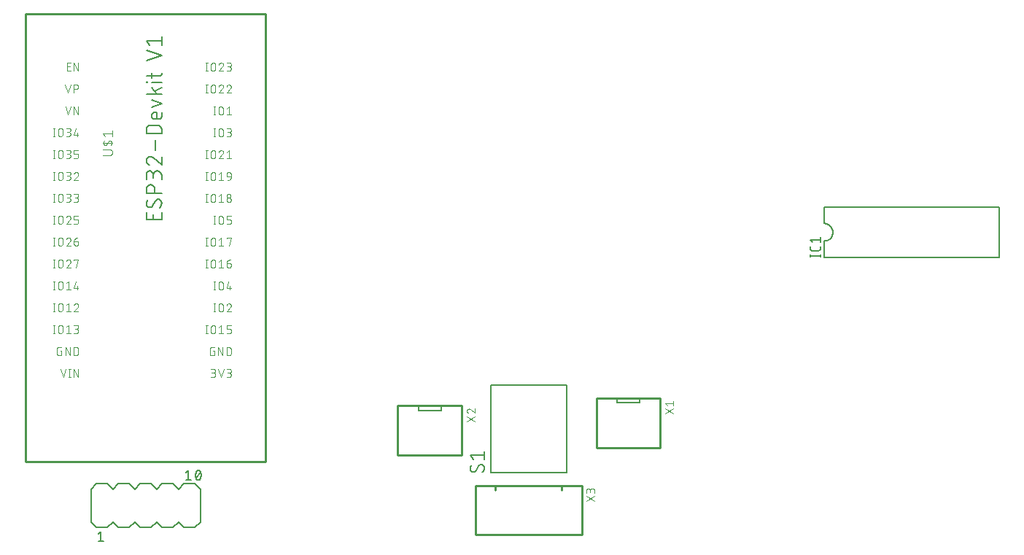
<source format=gbr>
G04 EAGLE Gerber RS-274X export*
G75*
%MOMM*%
%FSLAX34Y34*%
%LPD*%
%INSilkscreen Top*%
%IPPOS*%
%AMOC8*
5,1,8,0,0,1.08239X$1,22.5*%
G01*
%ADD10C,0.152400*%
%ADD11C,0.127000*%
%ADD12C,0.254000*%
%ADD13C,0.200000*%
%ADD14C,0.101600*%
%ADD15C,0.076200*%
%ADD16C,0.203200*%


D10*
X1358900Y511810D02*
X1155700Y511810D01*
X1155700Y453390D02*
X1358900Y453390D01*
X1358900Y511810D01*
X1155700Y511810D02*
X1155700Y492760D01*
X1155700Y472440D02*
X1155700Y453390D01*
X1155700Y472440D02*
X1155947Y472443D01*
X1156195Y472452D01*
X1156442Y472467D01*
X1156688Y472488D01*
X1156934Y472515D01*
X1157179Y472548D01*
X1157424Y472587D01*
X1157667Y472632D01*
X1157909Y472683D01*
X1158150Y472740D01*
X1158389Y472802D01*
X1158627Y472871D01*
X1158863Y472945D01*
X1159097Y473025D01*
X1159329Y473110D01*
X1159559Y473202D01*
X1159787Y473298D01*
X1160012Y473401D01*
X1160235Y473508D01*
X1160455Y473622D01*
X1160672Y473740D01*
X1160887Y473864D01*
X1161098Y473993D01*
X1161306Y474127D01*
X1161511Y474266D01*
X1161712Y474410D01*
X1161910Y474558D01*
X1162104Y474712D01*
X1162294Y474870D01*
X1162480Y475033D01*
X1162662Y475200D01*
X1162840Y475372D01*
X1163014Y475548D01*
X1163184Y475728D01*
X1163349Y475913D01*
X1163509Y476101D01*
X1163665Y476293D01*
X1163817Y476489D01*
X1163963Y476688D01*
X1164105Y476891D01*
X1164241Y477098D01*
X1164373Y477307D01*
X1164499Y477520D01*
X1164620Y477736D01*
X1164736Y477954D01*
X1164846Y478176D01*
X1164951Y478400D01*
X1165051Y478626D01*
X1165145Y478855D01*
X1165233Y479086D01*
X1165316Y479320D01*
X1165393Y479555D01*
X1165464Y479792D01*
X1165530Y480030D01*
X1165589Y480270D01*
X1165643Y480512D01*
X1165691Y480755D01*
X1165733Y480998D01*
X1165769Y481243D01*
X1165799Y481489D01*
X1165823Y481735D01*
X1165841Y481982D01*
X1165853Y482229D01*
X1165859Y482476D01*
X1165859Y482724D01*
X1165853Y482971D01*
X1165841Y483218D01*
X1165823Y483465D01*
X1165799Y483711D01*
X1165769Y483957D01*
X1165733Y484202D01*
X1165691Y484445D01*
X1165643Y484688D01*
X1165589Y484930D01*
X1165530Y485170D01*
X1165464Y485408D01*
X1165393Y485645D01*
X1165316Y485880D01*
X1165233Y486114D01*
X1165145Y486345D01*
X1165051Y486574D01*
X1164951Y486800D01*
X1164846Y487024D01*
X1164736Y487246D01*
X1164620Y487464D01*
X1164499Y487680D01*
X1164373Y487893D01*
X1164241Y488102D01*
X1164105Y488309D01*
X1163963Y488512D01*
X1163817Y488711D01*
X1163665Y488907D01*
X1163509Y489099D01*
X1163349Y489287D01*
X1163184Y489472D01*
X1163014Y489652D01*
X1162840Y489828D01*
X1162662Y490000D01*
X1162480Y490167D01*
X1162294Y490330D01*
X1162104Y490488D01*
X1161910Y490642D01*
X1161712Y490790D01*
X1161511Y490934D01*
X1161306Y491073D01*
X1161098Y491207D01*
X1160887Y491336D01*
X1160672Y491460D01*
X1160455Y491578D01*
X1160235Y491692D01*
X1160012Y491799D01*
X1159787Y491902D01*
X1159559Y491998D01*
X1159329Y492090D01*
X1159097Y492175D01*
X1158863Y492255D01*
X1158627Y492329D01*
X1158389Y492398D01*
X1158150Y492460D01*
X1157909Y492517D01*
X1157667Y492568D01*
X1157424Y492613D01*
X1157179Y492652D01*
X1156934Y492685D01*
X1156688Y492712D01*
X1156442Y492733D01*
X1156195Y492748D01*
X1155947Y492757D01*
X1155700Y492760D01*
D11*
X1151255Y455295D02*
X1139825Y455295D01*
X1151255Y454025D02*
X1151255Y456565D01*
X1139825Y456565D02*
X1139825Y454025D01*
X1151255Y463767D02*
X1151255Y466307D01*
X1151255Y463767D02*
X1151253Y463667D01*
X1151247Y463568D01*
X1151237Y463468D01*
X1151224Y463370D01*
X1151206Y463271D01*
X1151185Y463174D01*
X1151160Y463078D01*
X1151131Y462982D01*
X1151098Y462888D01*
X1151062Y462795D01*
X1151022Y462704D01*
X1150978Y462614D01*
X1150931Y462526D01*
X1150881Y462440D01*
X1150827Y462356D01*
X1150770Y462274D01*
X1150710Y462195D01*
X1150646Y462117D01*
X1150580Y462043D01*
X1150511Y461971D01*
X1150439Y461902D01*
X1150365Y461836D01*
X1150287Y461772D01*
X1150208Y461712D01*
X1150126Y461655D01*
X1150042Y461601D01*
X1149956Y461551D01*
X1149868Y461504D01*
X1149778Y461460D01*
X1149687Y461420D01*
X1149594Y461384D01*
X1149500Y461351D01*
X1149404Y461322D01*
X1149308Y461297D01*
X1149211Y461276D01*
X1149112Y461258D01*
X1149014Y461245D01*
X1148914Y461235D01*
X1148815Y461229D01*
X1148715Y461227D01*
X1142365Y461227D01*
X1142265Y461229D01*
X1142166Y461235D01*
X1142066Y461245D01*
X1141968Y461258D01*
X1141869Y461276D01*
X1141772Y461297D01*
X1141676Y461322D01*
X1141580Y461351D01*
X1141486Y461384D01*
X1141393Y461420D01*
X1141302Y461460D01*
X1141212Y461504D01*
X1141124Y461551D01*
X1141038Y461601D01*
X1140954Y461655D01*
X1140872Y461712D01*
X1140793Y461772D01*
X1140715Y461836D01*
X1140641Y461902D01*
X1140569Y461971D01*
X1140500Y462043D01*
X1140434Y462117D01*
X1140370Y462195D01*
X1140310Y462274D01*
X1140253Y462356D01*
X1140199Y462440D01*
X1140149Y462526D01*
X1140102Y462614D01*
X1140058Y462704D01*
X1140018Y462795D01*
X1139982Y462888D01*
X1139949Y462982D01*
X1139920Y463078D01*
X1139895Y463174D01*
X1139874Y463271D01*
X1139856Y463370D01*
X1139843Y463468D01*
X1139833Y463568D01*
X1139827Y463667D01*
X1139825Y463767D01*
X1139825Y466307D01*
X1142365Y470789D02*
X1139825Y473964D01*
X1151255Y473964D01*
X1151255Y470789D02*
X1151255Y477139D01*
D12*
X891380Y290095D02*
X891380Y232595D01*
X965380Y232595D01*
X965380Y290095D01*
X891380Y290095D01*
D13*
X941380Y289520D02*
X941380Y284520D01*
X915380Y284520D02*
X915380Y289520D01*
X915380Y284520D02*
X941380Y284520D01*
D14*
X971438Y277776D02*
X980582Y271680D01*
X980582Y277776D02*
X971438Y271680D01*
X973470Y281332D02*
X971438Y283872D01*
X980582Y283872D01*
X980582Y281332D02*
X980582Y286412D01*
D12*
X660840Y281275D02*
X660840Y223775D01*
X734840Y223775D01*
X734840Y281275D01*
X660840Y281275D01*
D13*
X710840Y280700D02*
X710840Y275700D01*
X684840Y275700D02*
X684840Y280700D01*
X684840Y275700D02*
X710840Y275700D01*
D14*
X740898Y268956D02*
X750042Y262860D01*
X750042Y268956D02*
X740898Y262860D01*
X740898Y275306D02*
X740900Y275400D01*
X740906Y275495D01*
X740916Y275589D01*
X740929Y275682D01*
X740947Y275775D01*
X740968Y275867D01*
X740993Y275958D01*
X741022Y276048D01*
X741054Y276137D01*
X741091Y276224D01*
X741130Y276310D01*
X741174Y276394D01*
X741220Y276476D01*
X741270Y276556D01*
X741324Y276634D01*
X741380Y276710D01*
X741440Y276783D01*
X741502Y276854D01*
X741568Y276922D01*
X741636Y276988D01*
X741707Y277050D01*
X741780Y277110D01*
X741856Y277166D01*
X741934Y277220D01*
X742014Y277270D01*
X742096Y277316D01*
X742180Y277360D01*
X742266Y277399D01*
X742353Y277436D01*
X742442Y277468D01*
X742532Y277497D01*
X742623Y277522D01*
X742715Y277543D01*
X742808Y277561D01*
X742901Y277574D01*
X742995Y277584D01*
X743090Y277590D01*
X743184Y277592D01*
X740898Y275306D02*
X740900Y275200D01*
X740906Y275095D01*
X740915Y274990D01*
X740928Y274885D01*
X740945Y274781D01*
X740966Y274678D01*
X740990Y274575D01*
X741019Y274473D01*
X741050Y274373D01*
X741086Y274273D01*
X741124Y274175D01*
X741167Y274079D01*
X741213Y273983D01*
X741262Y273890D01*
X741314Y273799D01*
X741370Y273709D01*
X741429Y273621D01*
X741491Y273536D01*
X741556Y273453D01*
X741624Y273372D01*
X741695Y273294D01*
X741769Y273219D01*
X741845Y273146D01*
X741924Y273076D01*
X742005Y273009D01*
X742089Y272944D01*
X742175Y272883D01*
X742263Y272825D01*
X742353Y272770D01*
X742445Y272719D01*
X742539Y272670D01*
X742635Y272625D01*
X742732Y272584D01*
X742830Y272546D01*
X742930Y272512D01*
X744962Y276830D02*
X744895Y276897D01*
X744826Y276962D01*
X744754Y277024D01*
X744681Y277083D01*
X744604Y277139D01*
X744526Y277193D01*
X744446Y277243D01*
X744364Y277290D01*
X744280Y277334D01*
X744194Y277374D01*
X744107Y277412D01*
X744019Y277446D01*
X743929Y277476D01*
X743839Y277503D01*
X743747Y277527D01*
X743654Y277547D01*
X743561Y277563D01*
X743467Y277576D01*
X743373Y277585D01*
X743279Y277590D01*
X743184Y277592D01*
X744962Y276830D02*
X750042Y272512D01*
X750042Y277592D01*
D15*
X446321Y314221D02*
X443710Y314221D01*
X446321Y314221D02*
X446422Y314223D01*
X446523Y314229D01*
X446624Y314239D01*
X446724Y314252D01*
X446824Y314270D01*
X446923Y314291D01*
X447021Y314317D01*
X447118Y314346D01*
X447214Y314378D01*
X447308Y314415D01*
X447401Y314455D01*
X447493Y314499D01*
X447582Y314546D01*
X447670Y314597D01*
X447756Y314651D01*
X447839Y314708D01*
X447921Y314768D01*
X447999Y314832D01*
X448076Y314898D01*
X448149Y314968D01*
X448220Y315040D01*
X448288Y315115D01*
X448353Y315193D01*
X448415Y315273D01*
X448474Y315355D01*
X448530Y315440D01*
X448582Y315527D01*
X448631Y315615D01*
X448677Y315706D01*
X448718Y315798D01*
X448757Y315892D01*
X448791Y315987D01*
X448822Y316083D01*
X448849Y316181D01*
X448873Y316279D01*
X448892Y316379D01*
X448908Y316479D01*
X448920Y316579D01*
X448928Y316680D01*
X448932Y316781D01*
X448932Y316883D01*
X448928Y316984D01*
X448920Y317085D01*
X448908Y317185D01*
X448892Y317285D01*
X448873Y317385D01*
X448849Y317483D01*
X448822Y317581D01*
X448791Y317677D01*
X448757Y317772D01*
X448718Y317866D01*
X448677Y317958D01*
X448631Y318049D01*
X448582Y318137D01*
X448530Y318224D01*
X448474Y318309D01*
X448415Y318391D01*
X448353Y318471D01*
X448288Y318549D01*
X448220Y318624D01*
X448149Y318696D01*
X448076Y318766D01*
X447999Y318832D01*
X447921Y318896D01*
X447839Y318956D01*
X447756Y319013D01*
X447670Y319067D01*
X447582Y319118D01*
X447493Y319165D01*
X447401Y319209D01*
X447308Y319249D01*
X447214Y319286D01*
X447118Y319318D01*
X447021Y319347D01*
X446923Y319373D01*
X446824Y319394D01*
X446724Y319412D01*
X446624Y319425D01*
X446523Y319435D01*
X446422Y319441D01*
X446321Y319443D01*
X446843Y323619D02*
X443710Y323619D01*
X446843Y323619D02*
X446933Y323617D01*
X447022Y323611D01*
X447112Y323602D01*
X447201Y323588D01*
X447289Y323571D01*
X447376Y323550D01*
X447463Y323525D01*
X447548Y323496D01*
X447632Y323464D01*
X447714Y323429D01*
X447795Y323389D01*
X447874Y323347D01*
X447951Y323301D01*
X448026Y323251D01*
X448099Y323199D01*
X448170Y323143D01*
X448238Y323085D01*
X448303Y323023D01*
X448366Y322959D01*
X448426Y322892D01*
X448483Y322823D01*
X448537Y322751D01*
X448588Y322677D01*
X448636Y322601D01*
X448680Y322523D01*
X448721Y322443D01*
X448759Y322361D01*
X448793Y322278D01*
X448823Y322193D01*
X448850Y322107D01*
X448873Y322021D01*
X448892Y321933D01*
X448907Y321844D01*
X448919Y321755D01*
X448927Y321666D01*
X448931Y321576D01*
X448931Y321486D01*
X448927Y321396D01*
X448919Y321307D01*
X448907Y321218D01*
X448892Y321129D01*
X448873Y321041D01*
X448850Y320955D01*
X448823Y320869D01*
X448793Y320784D01*
X448759Y320701D01*
X448721Y320619D01*
X448680Y320539D01*
X448636Y320461D01*
X448588Y320385D01*
X448537Y320311D01*
X448483Y320239D01*
X448426Y320170D01*
X448366Y320103D01*
X448303Y320039D01*
X448238Y319977D01*
X448170Y319919D01*
X448099Y319863D01*
X448026Y319811D01*
X447951Y319761D01*
X447874Y319715D01*
X447795Y319673D01*
X447714Y319633D01*
X447632Y319598D01*
X447548Y319566D01*
X447463Y319537D01*
X447376Y319512D01*
X447289Y319491D01*
X447201Y319474D01*
X447112Y319460D01*
X447022Y319451D01*
X446933Y319445D01*
X446843Y319443D01*
X446843Y319442D02*
X444754Y319442D01*
X452332Y323619D02*
X455465Y314221D01*
X458597Y323619D01*
X461998Y314221D02*
X464608Y314221D01*
X464709Y314223D01*
X464810Y314229D01*
X464911Y314239D01*
X465011Y314252D01*
X465111Y314270D01*
X465210Y314291D01*
X465308Y314317D01*
X465405Y314346D01*
X465501Y314378D01*
X465595Y314415D01*
X465688Y314455D01*
X465780Y314499D01*
X465869Y314546D01*
X465957Y314597D01*
X466043Y314651D01*
X466126Y314708D01*
X466208Y314768D01*
X466286Y314832D01*
X466363Y314898D01*
X466436Y314968D01*
X466507Y315040D01*
X466575Y315115D01*
X466640Y315193D01*
X466702Y315273D01*
X466761Y315355D01*
X466817Y315440D01*
X466869Y315527D01*
X466918Y315615D01*
X466964Y315706D01*
X467005Y315798D01*
X467044Y315892D01*
X467078Y315987D01*
X467109Y316083D01*
X467136Y316181D01*
X467160Y316279D01*
X467179Y316379D01*
X467195Y316479D01*
X467207Y316579D01*
X467215Y316680D01*
X467219Y316781D01*
X467219Y316883D01*
X467215Y316984D01*
X467207Y317085D01*
X467195Y317185D01*
X467179Y317285D01*
X467160Y317385D01*
X467136Y317483D01*
X467109Y317581D01*
X467078Y317677D01*
X467044Y317772D01*
X467005Y317866D01*
X466964Y317958D01*
X466918Y318049D01*
X466869Y318137D01*
X466817Y318224D01*
X466761Y318309D01*
X466702Y318391D01*
X466640Y318471D01*
X466575Y318549D01*
X466507Y318624D01*
X466436Y318696D01*
X466363Y318766D01*
X466286Y318832D01*
X466208Y318896D01*
X466126Y318956D01*
X466043Y319013D01*
X465957Y319067D01*
X465869Y319118D01*
X465780Y319165D01*
X465688Y319209D01*
X465595Y319249D01*
X465501Y319286D01*
X465405Y319318D01*
X465308Y319347D01*
X465210Y319373D01*
X465111Y319394D01*
X465011Y319412D01*
X464911Y319425D01*
X464810Y319435D01*
X464709Y319441D01*
X464608Y319443D01*
X465131Y323619D02*
X461998Y323619D01*
X465131Y323619D02*
X465221Y323617D01*
X465310Y323611D01*
X465400Y323602D01*
X465489Y323588D01*
X465577Y323571D01*
X465664Y323550D01*
X465751Y323525D01*
X465836Y323496D01*
X465920Y323464D01*
X466002Y323429D01*
X466083Y323389D01*
X466162Y323347D01*
X466239Y323301D01*
X466314Y323251D01*
X466387Y323199D01*
X466458Y323143D01*
X466526Y323085D01*
X466591Y323023D01*
X466654Y322959D01*
X466714Y322892D01*
X466771Y322823D01*
X466825Y322751D01*
X466876Y322677D01*
X466924Y322601D01*
X466968Y322523D01*
X467009Y322443D01*
X467047Y322361D01*
X467081Y322278D01*
X467111Y322193D01*
X467138Y322107D01*
X467161Y322021D01*
X467180Y321933D01*
X467195Y321844D01*
X467207Y321755D01*
X467215Y321666D01*
X467219Y321576D01*
X467219Y321486D01*
X467215Y321396D01*
X467207Y321307D01*
X467195Y321218D01*
X467180Y321129D01*
X467161Y321041D01*
X467138Y320955D01*
X467111Y320869D01*
X467081Y320784D01*
X467047Y320701D01*
X467009Y320619D01*
X466968Y320539D01*
X466924Y320461D01*
X466876Y320385D01*
X466825Y320311D01*
X466771Y320239D01*
X466714Y320170D01*
X466654Y320103D01*
X466591Y320039D01*
X466526Y319977D01*
X466458Y319919D01*
X466387Y319863D01*
X466314Y319811D01*
X466239Y319761D01*
X466162Y319715D01*
X466083Y319673D01*
X466002Y319633D01*
X465920Y319598D01*
X465836Y319566D01*
X465751Y319537D01*
X465664Y319512D01*
X465577Y319491D01*
X465489Y319474D01*
X465400Y319460D01*
X465310Y319451D01*
X465221Y319445D01*
X465131Y319443D01*
X465131Y319442D02*
X463042Y319442D01*
X447712Y344842D02*
X446145Y344842D01*
X447712Y344842D02*
X447712Y339621D01*
X444579Y339621D01*
X444490Y339623D01*
X444402Y339629D01*
X444314Y339638D01*
X444226Y339651D01*
X444139Y339668D01*
X444053Y339688D01*
X443968Y339713D01*
X443883Y339740D01*
X443800Y339772D01*
X443719Y339806D01*
X443639Y339845D01*
X443561Y339886D01*
X443484Y339931D01*
X443410Y339979D01*
X443337Y340030D01*
X443267Y340084D01*
X443200Y340142D01*
X443134Y340202D01*
X443072Y340264D01*
X443012Y340330D01*
X442954Y340397D01*
X442900Y340467D01*
X442849Y340540D01*
X442801Y340614D01*
X442756Y340691D01*
X442715Y340769D01*
X442676Y340849D01*
X442642Y340930D01*
X442610Y341013D01*
X442583Y341098D01*
X442558Y341183D01*
X442538Y341269D01*
X442521Y341356D01*
X442508Y341444D01*
X442499Y341532D01*
X442493Y341620D01*
X442491Y341709D01*
X442491Y346931D01*
X442493Y347022D01*
X442499Y347113D01*
X442509Y347204D01*
X442523Y347294D01*
X442540Y347383D01*
X442562Y347471D01*
X442588Y347559D01*
X442617Y347645D01*
X442650Y347730D01*
X442687Y347813D01*
X442727Y347895D01*
X442771Y347975D01*
X442818Y348053D01*
X442869Y348129D01*
X442922Y348202D01*
X442979Y348273D01*
X443040Y348342D01*
X443103Y348407D01*
X443168Y348470D01*
X443237Y348530D01*
X443308Y348588D01*
X443381Y348641D01*
X443457Y348692D01*
X443535Y348739D01*
X443615Y348783D01*
X443697Y348823D01*
X443780Y348860D01*
X443865Y348893D01*
X443951Y348922D01*
X444039Y348948D01*
X444127Y348970D01*
X444216Y348987D01*
X444306Y349001D01*
X444397Y349011D01*
X444488Y349017D01*
X444579Y349019D01*
X447712Y349019D01*
X452244Y349019D02*
X452244Y339621D01*
X457465Y339621D02*
X452244Y349019D01*
X457465Y349019D02*
X457465Y339621D01*
X461998Y339621D02*
X461998Y349019D01*
X464608Y349019D01*
X464708Y349017D01*
X464808Y349011D01*
X464907Y349002D01*
X465007Y348988D01*
X465105Y348971D01*
X465203Y348950D01*
X465300Y348926D01*
X465396Y348897D01*
X465491Y348865D01*
X465584Y348830D01*
X465676Y348791D01*
X465767Y348748D01*
X465855Y348702D01*
X465942Y348652D01*
X466027Y348600D01*
X466110Y348544D01*
X466191Y348485D01*
X466269Y348422D01*
X466345Y348357D01*
X466419Y348289D01*
X466489Y348219D01*
X466557Y348145D01*
X466622Y348069D01*
X466685Y347991D01*
X466744Y347910D01*
X466800Y347827D01*
X466852Y347742D01*
X466902Y347655D01*
X466948Y347567D01*
X466991Y347476D01*
X467030Y347384D01*
X467065Y347291D01*
X467097Y347196D01*
X467126Y347100D01*
X467150Y347003D01*
X467171Y346905D01*
X467188Y346807D01*
X467202Y346707D01*
X467211Y346608D01*
X467217Y346508D01*
X467219Y346408D01*
X467219Y342232D01*
X467217Y342132D01*
X467211Y342032D01*
X467202Y341933D01*
X467188Y341833D01*
X467171Y341735D01*
X467150Y341637D01*
X467126Y341540D01*
X467097Y341444D01*
X467065Y341349D01*
X467030Y341256D01*
X466991Y341164D01*
X466948Y341073D01*
X466902Y340985D01*
X466852Y340898D01*
X466800Y340813D01*
X466744Y340730D01*
X466685Y340649D01*
X466622Y340571D01*
X466557Y340495D01*
X466489Y340421D01*
X466419Y340351D01*
X466345Y340283D01*
X466269Y340218D01*
X466191Y340155D01*
X466110Y340096D01*
X466027Y340040D01*
X465942Y339988D01*
X465855Y339938D01*
X465767Y339892D01*
X465676Y339849D01*
X465584Y339810D01*
X465491Y339775D01*
X465396Y339743D01*
X465300Y339714D01*
X465203Y339690D01*
X465105Y339669D01*
X465007Y339652D01*
X464907Y339638D01*
X464808Y339629D01*
X464708Y339623D01*
X464608Y339621D01*
X461998Y339621D01*
X439005Y365021D02*
X439005Y374419D01*
X437961Y365021D02*
X440050Y365021D01*
X440050Y374419D02*
X437961Y374419D01*
X443710Y371808D02*
X443710Y367632D01*
X443710Y371808D02*
X443712Y371909D01*
X443718Y372010D01*
X443728Y372111D01*
X443741Y372211D01*
X443759Y372311D01*
X443780Y372410D01*
X443806Y372508D01*
X443835Y372605D01*
X443867Y372701D01*
X443904Y372795D01*
X443944Y372888D01*
X443988Y372980D01*
X444035Y373069D01*
X444086Y373157D01*
X444140Y373243D01*
X444197Y373326D01*
X444257Y373408D01*
X444321Y373486D01*
X444387Y373563D01*
X444457Y373636D01*
X444529Y373707D01*
X444604Y373775D01*
X444682Y373840D01*
X444762Y373902D01*
X444844Y373961D01*
X444929Y374017D01*
X445016Y374069D01*
X445104Y374118D01*
X445195Y374164D01*
X445287Y374205D01*
X445381Y374244D01*
X445476Y374278D01*
X445572Y374309D01*
X445670Y374336D01*
X445768Y374360D01*
X445868Y374379D01*
X445968Y374395D01*
X446068Y374407D01*
X446169Y374415D01*
X446270Y374419D01*
X446372Y374419D01*
X446473Y374415D01*
X446574Y374407D01*
X446674Y374395D01*
X446774Y374379D01*
X446874Y374360D01*
X446972Y374336D01*
X447070Y374309D01*
X447166Y374278D01*
X447261Y374244D01*
X447355Y374205D01*
X447447Y374164D01*
X447538Y374118D01*
X447627Y374069D01*
X447713Y374017D01*
X447798Y373961D01*
X447880Y373902D01*
X447960Y373840D01*
X448038Y373775D01*
X448113Y373707D01*
X448185Y373636D01*
X448255Y373563D01*
X448321Y373486D01*
X448385Y373408D01*
X448445Y373326D01*
X448502Y373243D01*
X448556Y373157D01*
X448607Y373069D01*
X448654Y372980D01*
X448698Y372888D01*
X448738Y372795D01*
X448775Y372701D01*
X448807Y372605D01*
X448836Y372508D01*
X448862Y372410D01*
X448883Y372311D01*
X448901Y372211D01*
X448914Y372111D01*
X448924Y372010D01*
X448930Y371909D01*
X448932Y371808D01*
X448931Y371808D02*
X448931Y367632D01*
X448932Y367632D02*
X448930Y367531D01*
X448924Y367430D01*
X448914Y367329D01*
X448901Y367229D01*
X448883Y367129D01*
X448862Y367030D01*
X448836Y366932D01*
X448807Y366835D01*
X448775Y366739D01*
X448738Y366645D01*
X448698Y366552D01*
X448654Y366460D01*
X448607Y366371D01*
X448556Y366283D01*
X448502Y366197D01*
X448445Y366114D01*
X448385Y366032D01*
X448321Y365954D01*
X448255Y365877D01*
X448185Y365804D01*
X448113Y365733D01*
X448038Y365665D01*
X447960Y365600D01*
X447880Y365538D01*
X447798Y365479D01*
X447713Y365423D01*
X447626Y365371D01*
X447538Y365322D01*
X447447Y365276D01*
X447355Y365235D01*
X447261Y365196D01*
X447166Y365162D01*
X447070Y365131D01*
X446972Y365104D01*
X446874Y365080D01*
X446774Y365061D01*
X446674Y365045D01*
X446574Y365033D01*
X446473Y365025D01*
X446372Y365021D01*
X446270Y365021D01*
X446169Y365025D01*
X446068Y365033D01*
X445968Y365045D01*
X445868Y365061D01*
X445768Y365080D01*
X445670Y365104D01*
X445572Y365131D01*
X445476Y365162D01*
X445381Y365196D01*
X445287Y365235D01*
X445195Y365276D01*
X445104Y365322D01*
X445016Y365371D01*
X444929Y365423D01*
X444844Y365479D01*
X444762Y365538D01*
X444682Y365600D01*
X444604Y365665D01*
X444529Y365733D01*
X444457Y365804D01*
X444387Y365877D01*
X444321Y365954D01*
X444257Y366032D01*
X444197Y366114D01*
X444140Y366197D01*
X444086Y366283D01*
X444035Y366371D01*
X443988Y366460D01*
X443944Y366552D01*
X443904Y366645D01*
X443867Y366739D01*
X443835Y366835D01*
X443806Y366932D01*
X443780Y367030D01*
X443759Y367129D01*
X443741Y367229D01*
X443728Y367329D01*
X443718Y367430D01*
X443712Y367531D01*
X443710Y367632D01*
X452854Y372331D02*
X455464Y374419D01*
X455464Y365021D01*
X452854Y365021D02*
X458075Y365021D01*
X461998Y365021D02*
X465131Y365021D01*
X465220Y365023D01*
X465308Y365029D01*
X465396Y365038D01*
X465484Y365051D01*
X465571Y365068D01*
X465657Y365088D01*
X465742Y365113D01*
X465827Y365140D01*
X465910Y365172D01*
X465991Y365206D01*
X466071Y365245D01*
X466149Y365286D01*
X466226Y365331D01*
X466300Y365379D01*
X466373Y365430D01*
X466443Y365484D01*
X466510Y365542D01*
X466576Y365602D01*
X466638Y365664D01*
X466698Y365730D01*
X466756Y365797D01*
X466810Y365867D01*
X466861Y365940D01*
X466909Y366014D01*
X466954Y366091D01*
X466995Y366169D01*
X467034Y366249D01*
X467068Y366330D01*
X467100Y366413D01*
X467127Y366498D01*
X467152Y366583D01*
X467172Y366669D01*
X467189Y366756D01*
X467202Y366844D01*
X467211Y366932D01*
X467217Y367020D01*
X467219Y367109D01*
X467219Y368154D01*
X467217Y368243D01*
X467211Y368331D01*
X467202Y368419D01*
X467189Y368507D01*
X467172Y368594D01*
X467152Y368680D01*
X467127Y368765D01*
X467100Y368850D01*
X467068Y368933D01*
X467034Y369014D01*
X466995Y369094D01*
X466954Y369172D01*
X466909Y369249D01*
X466861Y369323D01*
X466810Y369396D01*
X466756Y369466D01*
X466698Y369533D01*
X466638Y369599D01*
X466576Y369661D01*
X466510Y369721D01*
X466443Y369779D01*
X466373Y369833D01*
X466300Y369884D01*
X466226Y369932D01*
X466149Y369977D01*
X466071Y370018D01*
X465991Y370057D01*
X465910Y370091D01*
X465827Y370123D01*
X465742Y370150D01*
X465657Y370175D01*
X465571Y370195D01*
X465484Y370212D01*
X465396Y370225D01*
X465308Y370234D01*
X465220Y370240D01*
X465131Y370242D01*
X461998Y370242D01*
X461998Y374419D01*
X467219Y374419D01*
X448149Y390421D02*
X448149Y399819D01*
X447105Y390421D02*
X449194Y390421D01*
X449194Y399819D02*
X447105Y399819D01*
X452854Y397208D02*
X452854Y393032D01*
X452853Y397208D02*
X452855Y397309D01*
X452861Y397410D01*
X452871Y397511D01*
X452884Y397611D01*
X452902Y397711D01*
X452923Y397810D01*
X452949Y397908D01*
X452978Y398005D01*
X453010Y398101D01*
X453047Y398195D01*
X453087Y398288D01*
X453131Y398380D01*
X453178Y398469D01*
X453229Y398557D01*
X453283Y398643D01*
X453340Y398726D01*
X453400Y398808D01*
X453464Y398886D01*
X453530Y398963D01*
X453600Y399036D01*
X453672Y399107D01*
X453747Y399175D01*
X453825Y399240D01*
X453905Y399302D01*
X453987Y399361D01*
X454072Y399417D01*
X454159Y399469D01*
X454247Y399518D01*
X454338Y399564D01*
X454430Y399605D01*
X454524Y399644D01*
X454619Y399678D01*
X454715Y399709D01*
X454813Y399736D01*
X454911Y399760D01*
X455011Y399779D01*
X455111Y399795D01*
X455211Y399807D01*
X455312Y399815D01*
X455413Y399819D01*
X455515Y399819D01*
X455616Y399815D01*
X455717Y399807D01*
X455817Y399795D01*
X455917Y399779D01*
X456017Y399760D01*
X456115Y399736D01*
X456213Y399709D01*
X456309Y399678D01*
X456404Y399644D01*
X456498Y399605D01*
X456590Y399564D01*
X456681Y399518D01*
X456770Y399469D01*
X456856Y399417D01*
X456941Y399361D01*
X457023Y399302D01*
X457103Y399240D01*
X457181Y399175D01*
X457256Y399107D01*
X457328Y399036D01*
X457398Y398963D01*
X457464Y398886D01*
X457528Y398808D01*
X457588Y398726D01*
X457645Y398643D01*
X457699Y398557D01*
X457750Y398469D01*
X457797Y398380D01*
X457841Y398288D01*
X457881Y398195D01*
X457918Y398101D01*
X457950Y398005D01*
X457979Y397908D01*
X458005Y397810D01*
X458026Y397711D01*
X458044Y397611D01*
X458057Y397511D01*
X458067Y397410D01*
X458073Y397309D01*
X458075Y397208D01*
X458075Y393032D01*
X458073Y392931D01*
X458067Y392830D01*
X458057Y392729D01*
X458044Y392629D01*
X458026Y392529D01*
X458005Y392430D01*
X457979Y392332D01*
X457950Y392235D01*
X457918Y392139D01*
X457881Y392045D01*
X457841Y391952D01*
X457797Y391860D01*
X457750Y391771D01*
X457699Y391683D01*
X457645Y391597D01*
X457588Y391514D01*
X457528Y391432D01*
X457464Y391354D01*
X457398Y391277D01*
X457328Y391204D01*
X457256Y391133D01*
X457181Y391065D01*
X457103Y391000D01*
X457023Y390938D01*
X456941Y390879D01*
X456856Y390823D01*
X456769Y390771D01*
X456681Y390722D01*
X456590Y390676D01*
X456498Y390635D01*
X456404Y390596D01*
X456309Y390562D01*
X456213Y390531D01*
X456115Y390504D01*
X456017Y390480D01*
X455917Y390461D01*
X455817Y390445D01*
X455717Y390433D01*
X455616Y390425D01*
X455515Y390421D01*
X455413Y390421D01*
X455312Y390425D01*
X455211Y390433D01*
X455111Y390445D01*
X455011Y390461D01*
X454911Y390480D01*
X454813Y390504D01*
X454715Y390531D01*
X454619Y390562D01*
X454524Y390596D01*
X454430Y390635D01*
X454338Y390676D01*
X454247Y390722D01*
X454159Y390771D01*
X454072Y390823D01*
X453987Y390879D01*
X453905Y390938D01*
X453825Y391000D01*
X453747Y391065D01*
X453672Y391133D01*
X453600Y391204D01*
X453530Y391277D01*
X453464Y391354D01*
X453400Y391432D01*
X453340Y391514D01*
X453283Y391597D01*
X453229Y391683D01*
X453178Y391771D01*
X453131Y391860D01*
X453087Y391952D01*
X453047Y392045D01*
X453010Y392139D01*
X452978Y392235D01*
X452949Y392332D01*
X452923Y392430D01*
X452902Y392529D01*
X452884Y392629D01*
X452871Y392729D01*
X452861Y392830D01*
X452855Y392931D01*
X452853Y393032D01*
X464870Y399820D02*
X464965Y399818D01*
X465059Y399812D01*
X465153Y399803D01*
X465247Y399790D01*
X465340Y399773D01*
X465432Y399752D01*
X465524Y399727D01*
X465614Y399699D01*
X465703Y399667D01*
X465791Y399632D01*
X465877Y399593D01*
X465962Y399551D01*
X466045Y399505D01*
X466126Y399456D01*
X466205Y399404D01*
X466282Y399349D01*
X466356Y399290D01*
X466428Y399229D01*
X466498Y399165D01*
X466565Y399098D01*
X466629Y399028D01*
X466690Y398956D01*
X466749Y398882D01*
X466804Y398805D01*
X466856Y398726D01*
X466905Y398645D01*
X466951Y398562D01*
X466993Y398477D01*
X467032Y398391D01*
X467067Y398303D01*
X467099Y398214D01*
X467127Y398124D01*
X467152Y398032D01*
X467173Y397940D01*
X467190Y397847D01*
X467203Y397753D01*
X467212Y397659D01*
X467218Y397565D01*
X467220Y397470D01*
X464870Y399819D02*
X464762Y399817D01*
X464653Y399811D01*
X464545Y399801D01*
X464438Y399788D01*
X464331Y399770D01*
X464224Y399749D01*
X464119Y399724D01*
X464014Y399695D01*
X463911Y399663D01*
X463809Y399626D01*
X463708Y399586D01*
X463609Y399543D01*
X463511Y399496D01*
X463415Y399445D01*
X463321Y399391D01*
X463229Y399334D01*
X463139Y399273D01*
X463051Y399209D01*
X462966Y399143D01*
X462883Y399073D01*
X462803Y399000D01*
X462725Y398924D01*
X462650Y398846D01*
X462578Y398765D01*
X462509Y398681D01*
X462443Y398595D01*
X462380Y398507D01*
X462321Y398416D01*
X462264Y398324D01*
X462211Y398229D01*
X462162Y398133D01*
X462116Y398034D01*
X462073Y397935D01*
X462034Y397833D01*
X461999Y397731D01*
X466436Y395642D02*
X466505Y395711D01*
X466571Y395782D01*
X466635Y395855D01*
X466696Y395931D01*
X466754Y396010D01*
X466808Y396090D01*
X466860Y396173D01*
X466908Y396257D01*
X466954Y396343D01*
X466995Y396431D01*
X467034Y396521D01*
X467069Y396612D01*
X467100Y396704D01*
X467128Y396797D01*
X467152Y396891D01*
X467172Y396986D01*
X467189Y397082D01*
X467202Y397179D01*
X467211Y397276D01*
X467217Y397373D01*
X467219Y397470D01*
X466436Y395642D02*
X461998Y390421D01*
X467219Y390421D01*
X448149Y415821D02*
X448149Y425219D01*
X447105Y415821D02*
X449194Y415821D01*
X449194Y425219D02*
X447105Y425219D01*
X452854Y422608D02*
X452854Y418432D01*
X452853Y422608D02*
X452855Y422709D01*
X452861Y422810D01*
X452871Y422911D01*
X452884Y423011D01*
X452902Y423111D01*
X452923Y423210D01*
X452949Y423308D01*
X452978Y423405D01*
X453010Y423501D01*
X453047Y423595D01*
X453087Y423688D01*
X453131Y423780D01*
X453178Y423869D01*
X453229Y423957D01*
X453283Y424043D01*
X453340Y424126D01*
X453400Y424208D01*
X453464Y424286D01*
X453530Y424363D01*
X453600Y424436D01*
X453672Y424507D01*
X453747Y424575D01*
X453825Y424640D01*
X453905Y424702D01*
X453987Y424761D01*
X454072Y424817D01*
X454159Y424869D01*
X454247Y424918D01*
X454338Y424964D01*
X454430Y425005D01*
X454524Y425044D01*
X454619Y425078D01*
X454715Y425109D01*
X454813Y425136D01*
X454911Y425160D01*
X455011Y425179D01*
X455111Y425195D01*
X455211Y425207D01*
X455312Y425215D01*
X455413Y425219D01*
X455515Y425219D01*
X455616Y425215D01*
X455717Y425207D01*
X455817Y425195D01*
X455917Y425179D01*
X456017Y425160D01*
X456115Y425136D01*
X456213Y425109D01*
X456309Y425078D01*
X456404Y425044D01*
X456498Y425005D01*
X456590Y424964D01*
X456681Y424918D01*
X456770Y424869D01*
X456856Y424817D01*
X456941Y424761D01*
X457023Y424702D01*
X457103Y424640D01*
X457181Y424575D01*
X457256Y424507D01*
X457328Y424436D01*
X457398Y424363D01*
X457464Y424286D01*
X457528Y424208D01*
X457588Y424126D01*
X457645Y424043D01*
X457699Y423957D01*
X457750Y423869D01*
X457797Y423780D01*
X457841Y423688D01*
X457881Y423595D01*
X457918Y423501D01*
X457950Y423405D01*
X457979Y423308D01*
X458005Y423210D01*
X458026Y423111D01*
X458044Y423011D01*
X458057Y422911D01*
X458067Y422810D01*
X458073Y422709D01*
X458075Y422608D01*
X458075Y418432D01*
X458073Y418331D01*
X458067Y418230D01*
X458057Y418129D01*
X458044Y418029D01*
X458026Y417929D01*
X458005Y417830D01*
X457979Y417732D01*
X457950Y417635D01*
X457918Y417539D01*
X457881Y417445D01*
X457841Y417352D01*
X457797Y417260D01*
X457750Y417171D01*
X457699Y417083D01*
X457645Y416997D01*
X457588Y416914D01*
X457528Y416832D01*
X457464Y416754D01*
X457398Y416677D01*
X457328Y416604D01*
X457256Y416533D01*
X457181Y416465D01*
X457103Y416400D01*
X457023Y416338D01*
X456941Y416279D01*
X456856Y416223D01*
X456769Y416171D01*
X456681Y416122D01*
X456590Y416076D01*
X456498Y416035D01*
X456404Y415996D01*
X456309Y415962D01*
X456213Y415931D01*
X456115Y415904D01*
X456017Y415880D01*
X455917Y415861D01*
X455817Y415845D01*
X455717Y415833D01*
X455616Y415825D01*
X455515Y415821D01*
X455413Y415821D01*
X455312Y415825D01*
X455211Y415833D01*
X455111Y415845D01*
X455011Y415861D01*
X454911Y415880D01*
X454813Y415904D01*
X454715Y415931D01*
X454619Y415962D01*
X454524Y415996D01*
X454430Y416035D01*
X454338Y416076D01*
X454247Y416122D01*
X454159Y416171D01*
X454072Y416223D01*
X453987Y416279D01*
X453905Y416338D01*
X453825Y416400D01*
X453747Y416465D01*
X453672Y416533D01*
X453600Y416604D01*
X453530Y416677D01*
X453464Y416754D01*
X453400Y416832D01*
X453340Y416914D01*
X453283Y416997D01*
X453229Y417083D01*
X453178Y417171D01*
X453131Y417260D01*
X453087Y417352D01*
X453047Y417445D01*
X453010Y417539D01*
X452978Y417635D01*
X452949Y417732D01*
X452923Y417830D01*
X452902Y417929D01*
X452884Y418029D01*
X452871Y418129D01*
X452861Y418230D01*
X452855Y418331D01*
X452853Y418432D01*
X461998Y417909D02*
X464086Y425219D01*
X461998Y417909D02*
X467219Y417909D01*
X465653Y419998D02*
X465653Y415821D01*
X439005Y441221D02*
X439005Y450619D01*
X437961Y441221D02*
X440050Y441221D01*
X440050Y450619D02*
X437961Y450619D01*
X443710Y448008D02*
X443710Y443832D01*
X443710Y448008D02*
X443712Y448109D01*
X443718Y448210D01*
X443728Y448311D01*
X443741Y448411D01*
X443759Y448511D01*
X443780Y448610D01*
X443806Y448708D01*
X443835Y448805D01*
X443867Y448901D01*
X443904Y448995D01*
X443944Y449088D01*
X443988Y449180D01*
X444035Y449269D01*
X444086Y449357D01*
X444140Y449443D01*
X444197Y449526D01*
X444257Y449608D01*
X444321Y449686D01*
X444387Y449763D01*
X444457Y449836D01*
X444529Y449907D01*
X444604Y449975D01*
X444682Y450040D01*
X444762Y450102D01*
X444844Y450161D01*
X444929Y450217D01*
X445016Y450269D01*
X445104Y450318D01*
X445195Y450364D01*
X445287Y450405D01*
X445381Y450444D01*
X445476Y450478D01*
X445572Y450509D01*
X445670Y450536D01*
X445768Y450560D01*
X445868Y450579D01*
X445968Y450595D01*
X446068Y450607D01*
X446169Y450615D01*
X446270Y450619D01*
X446372Y450619D01*
X446473Y450615D01*
X446574Y450607D01*
X446674Y450595D01*
X446774Y450579D01*
X446874Y450560D01*
X446972Y450536D01*
X447070Y450509D01*
X447166Y450478D01*
X447261Y450444D01*
X447355Y450405D01*
X447447Y450364D01*
X447538Y450318D01*
X447627Y450269D01*
X447713Y450217D01*
X447798Y450161D01*
X447880Y450102D01*
X447960Y450040D01*
X448038Y449975D01*
X448113Y449907D01*
X448185Y449836D01*
X448255Y449763D01*
X448321Y449686D01*
X448385Y449608D01*
X448445Y449526D01*
X448502Y449443D01*
X448556Y449357D01*
X448607Y449269D01*
X448654Y449180D01*
X448698Y449088D01*
X448738Y448995D01*
X448775Y448901D01*
X448807Y448805D01*
X448836Y448708D01*
X448862Y448610D01*
X448883Y448511D01*
X448901Y448411D01*
X448914Y448311D01*
X448924Y448210D01*
X448930Y448109D01*
X448932Y448008D01*
X448931Y448008D02*
X448931Y443832D01*
X448932Y443832D02*
X448930Y443731D01*
X448924Y443630D01*
X448914Y443529D01*
X448901Y443429D01*
X448883Y443329D01*
X448862Y443230D01*
X448836Y443132D01*
X448807Y443035D01*
X448775Y442939D01*
X448738Y442845D01*
X448698Y442752D01*
X448654Y442660D01*
X448607Y442571D01*
X448556Y442483D01*
X448502Y442397D01*
X448445Y442314D01*
X448385Y442232D01*
X448321Y442154D01*
X448255Y442077D01*
X448185Y442004D01*
X448113Y441933D01*
X448038Y441865D01*
X447960Y441800D01*
X447880Y441738D01*
X447798Y441679D01*
X447713Y441623D01*
X447626Y441571D01*
X447538Y441522D01*
X447447Y441476D01*
X447355Y441435D01*
X447261Y441396D01*
X447166Y441362D01*
X447070Y441331D01*
X446972Y441304D01*
X446874Y441280D01*
X446774Y441261D01*
X446674Y441245D01*
X446574Y441233D01*
X446473Y441225D01*
X446372Y441221D01*
X446270Y441221D01*
X446169Y441225D01*
X446068Y441233D01*
X445968Y441245D01*
X445868Y441261D01*
X445768Y441280D01*
X445670Y441304D01*
X445572Y441331D01*
X445476Y441362D01*
X445381Y441396D01*
X445287Y441435D01*
X445195Y441476D01*
X445104Y441522D01*
X445016Y441571D01*
X444929Y441623D01*
X444844Y441679D01*
X444762Y441738D01*
X444682Y441800D01*
X444604Y441865D01*
X444529Y441933D01*
X444457Y442004D01*
X444387Y442077D01*
X444321Y442154D01*
X444257Y442232D01*
X444197Y442314D01*
X444140Y442397D01*
X444086Y442483D01*
X444035Y442571D01*
X443988Y442660D01*
X443944Y442752D01*
X443904Y442845D01*
X443867Y442939D01*
X443835Y443035D01*
X443806Y443132D01*
X443780Y443230D01*
X443759Y443329D01*
X443741Y443429D01*
X443728Y443529D01*
X443718Y443630D01*
X443712Y443731D01*
X443710Y443832D01*
X452854Y448531D02*
X455464Y450619D01*
X455464Y441221D01*
X452854Y441221D02*
X458075Y441221D01*
X461998Y446442D02*
X465131Y446442D01*
X465220Y446440D01*
X465308Y446434D01*
X465396Y446425D01*
X465484Y446412D01*
X465571Y446395D01*
X465657Y446375D01*
X465742Y446350D01*
X465827Y446323D01*
X465910Y446291D01*
X465991Y446257D01*
X466071Y446218D01*
X466149Y446177D01*
X466226Y446132D01*
X466300Y446084D01*
X466373Y446033D01*
X466443Y445979D01*
X466510Y445921D01*
X466576Y445861D01*
X466638Y445799D01*
X466698Y445733D01*
X466756Y445666D01*
X466810Y445596D01*
X466861Y445523D01*
X466909Y445449D01*
X466954Y445372D01*
X466995Y445294D01*
X467034Y445214D01*
X467068Y445133D01*
X467100Y445050D01*
X467127Y444965D01*
X467152Y444880D01*
X467172Y444794D01*
X467189Y444707D01*
X467202Y444619D01*
X467211Y444531D01*
X467217Y444443D01*
X467219Y444354D01*
X467219Y443832D01*
X467217Y443731D01*
X467211Y443630D01*
X467201Y443529D01*
X467188Y443429D01*
X467170Y443329D01*
X467149Y443230D01*
X467123Y443132D01*
X467094Y443035D01*
X467062Y442939D01*
X467025Y442845D01*
X466985Y442752D01*
X466941Y442660D01*
X466894Y442571D01*
X466843Y442483D01*
X466789Y442397D01*
X466732Y442314D01*
X466672Y442232D01*
X466608Y442154D01*
X466542Y442077D01*
X466472Y442004D01*
X466400Y441933D01*
X466325Y441865D01*
X466247Y441800D01*
X466167Y441738D01*
X466085Y441679D01*
X466000Y441623D01*
X465913Y441571D01*
X465825Y441522D01*
X465734Y441476D01*
X465642Y441435D01*
X465548Y441396D01*
X465453Y441362D01*
X465357Y441331D01*
X465259Y441304D01*
X465161Y441280D01*
X465061Y441261D01*
X464961Y441245D01*
X464861Y441233D01*
X464760Y441225D01*
X464659Y441221D01*
X464557Y441221D01*
X464456Y441225D01*
X464355Y441233D01*
X464255Y441245D01*
X464155Y441261D01*
X464055Y441280D01*
X463957Y441304D01*
X463859Y441331D01*
X463763Y441362D01*
X463668Y441396D01*
X463574Y441435D01*
X463482Y441476D01*
X463391Y441522D01*
X463303Y441571D01*
X463216Y441623D01*
X463131Y441679D01*
X463049Y441738D01*
X462969Y441800D01*
X462891Y441865D01*
X462816Y441933D01*
X462744Y442004D01*
X462674Y442077D01*
X462608Y442154D01*
X462544Y442232D01*
X462484Y442314D01*
X462427Y442397D01*
X462373Y442483D01*
X462322Y442571D01*
X462275Y442660D01*
X462231Y442752D01*
X462191Y442845D01*
X462154Y442939D01*
X462122Y443035D01*
X462093Y443132D01*
X462067Y443230D01*
X462046Y443329D01*
X462028Y443429D01*
X462015Y443529D01*
X462005Y443630D01*
X461999Y443731D01*
X461997Y443832D01*
X461998Y443832D02*
X461998Y446442D01*
X462000Y446571D01*
X462006Y446699D01*
X462016Y446827D01*
X462030Y446955D01*
X462047Y447083D01*
X462069Y447210D01*
X462095Y447336D01*
X462124Y447461D01*
X462157Y447585D01*
X462195Y447708D01*
X462235Y447830D01*
X462280Y447951D01*
X462328Y448070D01*
X462380Y448188D01*
X462436Y448304D01*
X462495Y448418D01*
X462558Y448530D01*
X462624Y448641D01*
X462693Y448749D01*
X462766Y448855D01*
X462842Y448959D01*
X462921Y449061D01*
X463003Y449160D01*
X463088Y449256D01*
X463176Y449350D01*
X463267Y449441D01*
X463361Y449529D01*
X463457Y449614D01*
X463556Y449696D01*
X463658Y449775D01*
X463762Y449851D01*
X463868Y449924D01*
X463976Y449993D01*
X464086Y450059D01*
X464199Y450122D01*
X464313Y450181D01*
X464429Y450237D01*
X464547Y450289D01*
X464666Y450337D01*
X464787Y450382D01*
X464909Y450422D01*
X465032Y450460D01*
X465156Y450493D01*
X465281Y450522D01*
X465407Y450548D01*
X465534Y450570D01*
X465662Y450587D01*
X465790Y450601D01*
X465918Y450611D01*
X466046Y450617D01*
X466175Y450619D01*
X439005Y466621D02*
X439005Y476019D01*
X437961Y466621D02*
X440050Y466621D01*
X440050Y476019D02*
X437961Y476019D01*
X443710Y473408D02*
X443710Y469232D01*
X443710Y473408D02*
X443712Y473509D01*
X443718Y473610D01*
X443728Y473711D01*
X443741Y473811D01*
X443759Y473911D01*
X443780Y474010D01*
X443806Y474108D01*
X443835Y474205D01*
X443867Y474301D01*
X443904Y474395D01*
X443944Y474488D01*
X443988Y474580D01*
X444035Y474669D01*
X444086Y474757D01*
X444140Y474843D01*
X444197Y474926D01*
X444257Y475008D01*
X444321Y475086D01*
X444387Y475163D01*
X444457Y475236D01*
X444529Y475307D01*
X444604Y475375D01*
X444682Y475440D01*
X444762Y475502D01*
X444844Y475561D01*
X444929Y475617D01*
X445016Y475669D01*
X445104Y475718D01*
X445195Y475764D01*
X445287Y475805D01*
X445381Y475844D01*
X445476Y475878D01*
X445572Y475909D01*
X445670Y475936D01*
X445768Y475960D01*
X445868Y475979D01*
X445968Y475995D01*
X446068Y476007D01*
X446169Y476015D01*
X446270Y476019D01*
X446372Y476019D01*
X446473Y476015D01*
X446574Y476007D01*
X446674Y475995D01*
X446774Y475979D01*
X446874Y475960D01*
X446972Y475936D01*
X447070Y475909D01*
X447166Y475878D01*
X447261Y475844D01*
X447355Y475805D01*
X447447Y475764D01*
X447538Y475718D01*
X447627Y475669D01*
X447713Y475617D01*
X447798Y475561D01*
X447880Y475502D01*
X447960Y475440D01*
X448038Y475375D01*
X448113Y475307D01*
X448185Y475236D01*
X448255Y475163D01*
X448321Y475086D01*
X448385Y475008D01*
X448445Y474926D01*
X448502Y474843D01*
X448556Y474757D01*
X448607Y474669D01*
X448654Y474580D01*
X448698Y474488D01*
X448738Y474395D01*
X448775Y474301D01*
X448807Y474205D01*
X448836Y474108D01*
X448862Y474010D01*
X448883Y473911D01*
X448901Y473811D01*
X448914Y473711D01*
X448924Y473610D01*
X448930Y473509D01*
X448932Y473408D01*
X448931Y473408D02*
X448931Y469232D01*
X448932Y469232D02*
X448930Y469131D01*
X448924Y469030D01*
X448914Y468929D01*
X448901Y468829D01*
X448883Y468729D01*
X448862Y468630D01*
X448836Y468532D01*
X448807Y468435D01*
X448775Y468339D01*
X448738Y468245D01*
X448698Y468152D01*
X448654Y468060D01*
X448607Y467971D01*
X448556Y467883D01*
X448502Y467797D01*
X448445Y467714D01*
X448385Y467632D01*
X448321Y467554D01*
X448255Y467477D01*
X448185Y467404D01*
X448113Y467333D01*
X448038Y467265D01*
X447960Y467200D01*
X447880Y467138D01*
X447798Y467079D01*
X447713Y467023D01*
X447626Y466971D01*
X447538Y466922D01*
X447447Y466876D01*
X447355Y466835D01*
X447261Y466796D01*
X447166Y466762D01*
X447070Y466731D01*
X446972Y466704D01*
X446874Y466680D01*
X446774Y466661D01*
X446674Y466645D01*
X446574Y466633D01*
X446473Y466625D01*
X446372Y466621D01*
X446270Y466621D01*
X446169Y466625D01*
X446068Y466633D01*
X445968Y466645D01*
X445868Y466661D01*
X445768Y466680D01*
X445670Y466704D01*
X445572Y466731D01*
X445476Y466762D01*
X445381Y466796D01*
X445287Y466835D01*
X445195Y466876D01*
X445104Y466922D01*
X445016Y466971D01*
X444929Y467023D01*
X444844Y467079D01*
X444762Y467138D01*
X444682Y467200D01*
X444604Y467265D01*
X444529Y467333D01*
X444457Y467404D01*
X444387Y467477D01*
X444321Y467554D01*
X444257Y467632D01*
X444197Y467714D01*
X444140Y467797D01*
X444086Y467883D01*
X444035Y467971D01*
X443988Y468060D01*
X443944Y468152D01*
X443904Y468245D01*
X443867Y468339D01*
X443835Y468435D01*
X443806Y468532D01*
X443780Y468630D01*
X443759Y468729D01*
X443741Y468829D01*
X443728Y468929D01*
X443718Y469030D01*
X443712Y469131D01*
X443710Y469232D01*
X452854Y473931D02*
X455464Y476019D01*
X455464Y466621D01*
X452854Y466621D02*
X458075Y466621D01*
X461998Y474975D02*
X461998Y476019D01*
X467219Y476019D01*
X464608Y466621D01*
X448149Y492021D02*
X448149Y501419D01*
X447105Y492021D02*
X449194Y492021D01*
X449194Y501419D02*
X447105Y501419D01*
X452854Y498808D02*
X452854Y494632D01*
X452853Y498808D02*
X452855Y498909D01*
X452861Y499010D01*
X452871Y499111D01*
X452884Y499211D01*
X452902Y499311D01*
X452923Y499410D01*
X452949Y499508D01*
X452978Y499605D01*
X453010Y499701D01*
X453047Y499795D01*
X453087Y499888D01*
X453131Y499980D01*
X453178Y500069D01*
X453229Y500157D01*
X453283Y500243D01*
X453340Y500326D01*
X453400Y500408D01*
X453464Y500486D01*
X453530Y500563D01*
X453600Y500636D01*
X453672Y500707D01*
X453747Y500775D01*
X453825Y500840D01*
X453905Y500902D01*
X453987Y500961D01*
X454072Y501017D01*
X454159Y501069D01*
X454247Y501118D01*
X454338Y501164D01*
X454430Y501205D01*
X454524Y501244D01*
X454619Y501278D01*
X454715Y501309D01*
X454813Y501336D01*
X454911Y501360D01*
X455011Y501379D01*
X455111Y501395D01*
X455211Y501407D01*
X455312Y501415D01*
X455413Y501419D01*
X455515Y501419D01*
X455616Y501415D01*
X455717Y501407D01*
X455817Y501395D01*
X455917Y501379D01*
X456017Y501360D01*
X456115Y501336D01*
X456213Y501309D01*
X456309Y501278D01*
X456404Y501244D01*
X456498Y501205D01*
X456590Y501164D01*
X456681Y501118D01*
X456770Y501069D01*
X456856Y501017D01*
X456941Y500961D01*
X457023Y500902D01*
X457103Y500840D01*
X457181Y500775D01*
X457256Y500707D01*
X457328Y500636D01*
X457398Y500563D01*
X457464Y500486D01*
X457528Y500408D01*
X457588Y500326D01*
X457645Y500243D01*
X457699Y500157D01*
X457750Y500069D01*
X457797Y499980D01*
X457841Y499888D01*
X457881Y499795D01*
X457918Y499701D01*
X457950Y499605D01*
X457979Y499508D01*
X458005Y499410D01*
X458026Y499311D01*
X458044Y499211D01*
X458057Y499111D01*
X458067Y499010D01*
X458073Y498909D01*
X458075Y498808D01*
X458075Y494632D01*
X458073Y494531D01*
X458067Y494430D01*
X458057Y494329D01*
X458044Y494229D01*
X458026Y494129D01*
X458005Y494030D01*
X457979Y493932D01*
X457950Y493835D01*
X457918Y493739D01*
X457881Y493645D01*
X457841Y493552D01*
X457797Y493460D01*
X457750Y493371D01*
X457699Y493283D01*
X457645Y493197D01*
X457588Y493114D01*
X457528Y493032D01*
X457464Y492954D01*
X457398Y492877D01*
X457328Y492804D01*
X457256Y492733D01*
X457181Y492665D01*
X457103Y492600D01*
X457023Y492538D01*
X456941Y492479D01*
X456856Y492423D01*
X456769Y492371D01*
X456681Y492322D01*
X456590Y492276D01*
X456498Y492235D01*
X456404Y492196D01*
X456309Y492162D01*
X456213Y492131D01*
X456115Y492104D01*
X456017Y492080D01*
X455917Y492061D01*
X455817Y492045D01*
X455717Y492033D01*
X455616Y492025D01*
X455515Y492021D01*
X455413Y492021D01*
X455312Y492025D01*
X455211Y492033D01*
X455111Y492045D01*
X455011Y492061D01*
X454911Y492080D01*
X454813Y492104D01*
X454715Y492131D01*
X454619Y492162D01*
X454524Y492196D01*
X454430Y492235D01*
X454338Y492276D01*
X454247Y492322D01*
X454159Y492371D01*
X454072Y492423D01*
X453987Y492479D01*
X453905Y492538D01*
X453825Y492600D01*
X453747Y492665D01*
X453672Y492733D01*
X453600Y492804D01*
X453530Y492877D01*
X453464Y492954D01*
X453400Y493032D01*
X453340Y493114D01*
X453283Y493197D01*
X453229Y493283D01*
X453178Y493371D01*
X453131Y493460D01*
X453087Y493552D01*
X453047Y493645D01*
X453010Y493739D01*
X452978Y493835D01*
X452949Y493932D01*
X452923Y494030D01*
X452902Y494129D01*
X452884Y494229D01*
X452871Y494329D01*
X452861Y494430D01*
X452855Y494531D01*
X452853Y494632D01*
X461998Y492021D02*
X465131Y492021D01*
X465220Y492023D01*
X465308Y492029D01*
X465396Y492038D01*
X465484Y492051D01*
X465571Y492068D01*
X465657Y492088D01*
X465742Y492113D01*
X465827Y492140D01*
X465910Y492172D01*
X465991Y492206D01*
X466071Y492245D01*
X466149Y492286D01*
X466226Y492331D01*
X466300Y492379D01*
X466373Y492430D01*
X466443Y492484D01*
X466510Y492542D01*
X466576Y492602D01*
X466638Y492664D01*
X466698Y492730D01*
X466756Y492797D01*
X466810Y492867D01*
X466861Y492940D01*
X466909Y493014D01*
X466954Y493091D01*
X466995Y493169D01*
X467034Y493249D01*
X467068Y493330D01*
X467100Y493413D01*
X467127Y493498D01*
X467152Y493583D01*
X467172Y493669D01*
X467189Y493756D01*
X467202Y493844D01*
X467211Y493932D01*
X467217Y494020D01*
X467219Y494109D01*
X467219Y495154D01*
X467217Y495243D01*
X467211Y495331D01*
X467202Y495419D01*
X467189Y495507D01*
X467172Y495594D01*
X467152Y495680D01*
X467127Y495765D01*
X467100Y495850D01*
X467068Y495933D01*
X467034Y496014D01*
X466995Y496094D01*
X466954Y496172D01*
X466909Y496249D01*
X466861Y496323D01*
X466810Y496396D01*
X466756Y496466D01*
X466698Y496533D01*
X466638Y496599D01*
X466576Y496661D01*
X466510Y496721D01*
X466443Y496779D01*
X466373Y496833D01*
X466300Y496884D01*
X466226Y496932D01*
X466149Y496977D01*
X466071Y497018D01*
X465991Y497057D01*
X465910Y497091D01*
X465827Y497123D01*
X465742Y497150D01*
X465657Y497175D01*
X465571Y497195D01*
X465484Y497212D01*
X465396Y497225D01*
X465308Y497234D01*
X465220Y497240D01*
X465131Y497242D01*
X461998Y497242D01*
X461998Y501419D01*
X467219Y501419D01*
X439005Y517421D02*
X439005Y526819D01*
X437961Y517421D02*
X440050Y517421D01*
X440050Y526819D02*
X437961Y526819D01*
X443710Y524208D02*
X443710Y520032D01*
X443710Y524208D02*
X443712Y524309D01*
X443718Y524410D01*
X443728Y524511D01*
X443741Y524611D01*
X443759Y524711D01*
X443780Y524810D01*
X443806Y524908D01*
X443835Y525005D01*
X443867Y525101D01*
X443904Y525195D01*
X443944Y525288D01*
X443988Y525380D01*
X444035Y525469D01*
X444086Y525557D01*
X444140Y525643D01*
X444197Y525726D01*
X444257Y525808D01*
X444321Y525886D01*
X444387Y525963D01*
X444457Y526036D01*
X444529Y526107D01*
X444604Y526175D01*
X444682Y526240D01*
X444762Y526302D01*
X444844Y526361D01*
X444929Y526417D01*
X445016Y526469D01*
X445104Y526518D01*
X445195Y526564D01*
X445287Y526605D01*
X445381Y526644D01*
X445476Y526678D01*
X445572Y526709D01*
X445670Y526736D01*
X445768Y526760D01*
X445868Y526779D01*
X445968Y526795D01*
X446068Y526807D01*
X446169Y526815D01*
X446270Y526819D01*
X446372Y526819D01*
X446473Y526815D01*
X446574Y526807D01*
X446674Y526795D01*
X446774Y526779D01*
X446874Y526760D01*
X446972Y526736D01*
X447070Y526709D01*
X447166Y526678D01*
X447261Y526644D01*
X447355Y526605D01*
X447447Y526564D01*
X447538Y526518D01*
X447627Y526469D01*
X447713Y526417D01*
X447798Y526361D01*
X447880Y526302D01*
X447960Y526240D01*
X448038Y526175D01*
X448113Y526107D01*
X448185Y526036D01*
X448255Y525963D01*
X448321Y525886D01*
X448385Y525808D01*
X448445Y525726D01*
X448502Y525643D01*
X448556Y525557D01*
X448607Y525469D01*
X448654Y525380D01*
X448698Y525288D01*
X448738Y525195D01*
X448775Y525101D01*
X448807Y525005D01*
X448836Y524908D01*
X448862Y524810D01*
X448883Y524711D01*
X448901Y524611D01*
X448914Y524511D01*
X448924Y524410D01*
X448930Y524309D01*
X448932Y524208D01*
X448931Y524208D02*
X448931Y520032D01*
X448932Y520032D02*
X448930Y519931D01*
X448924Y519830D01*
X448914Y519729D01*
X448901Y519629D01*
X448883Y519529D01*
X448862Y519430D01*
X448836Y519332D01*
X448807Y519235D01*
X448775Y519139D01*
X448738Y519045D01*
X448698Y518952D01*
X448654Y518860D01*
X448607Y518771D01*
X448556Y518683D01*
X448502Y518597D01*
X448445Y518514D01*
X448385Y518432D01*
X448321Y518354D01*
X448255Y518277D01*
X448185Y518204D01*
X448113Y518133D01*
X448038Y518065D01*
X447960Y518000D01*
X447880Y517938D01*
X447798Y517879D01*
X447713Y517823D01*
X447626Y517771D01*
X447538Y517722D01*
X447447Y517676D01*
X447355Y517635D01*
X447261Y517596D01*
X447166Y517562D01*
X447070Y517531D01*
X446972Y517504D01*
X446874Y517480D01*
X446774Y517461D01*
X446674Y517445D01*
X446574Y517433D01*
X446473Y517425D01*
X446372Y517421D01*
X446270Y517421D01*
X446169Y517425D01*
X446068Y517433D01*
X445968Y517445D01*
X445868Y517461D01*
X445768Y517480D01*
X445670Y517504D01*
X445572Y517531D01*
X445476Y517562D01*
X445381Y517596D01*
X445287Y517635D01*
X445195Y517676D01*
X445104Y517722D01*
X445016Y517771D01*
X444929Y517823D01*
X444844Y517879D01*
X444762Y517938D01*
X444682Y518000D01*
X444604Y518065D01*
X444529Y518133D01*
X444457Y518204D01*
X444387Y518277D01*
X444321Y518354D01*
X444257Y518432D01*
X444197Y518514D01*
X444140Y518597D01*
X444086Y518683D01*
X444035Y518771D01*
X443988Y518860D01*
X443944Y518952D01*
X443904Y519045D01*
X443867Y519139D01*
X443835Y519235D01*
X443806Y519332D01*
X443780Y519430D01*
X443759Y519529D01*
X443741Y519629D01*
X443728Y519729D01*
X443718Y519830D01*
X443712Y519931D01*
X443710Y520032D01*
X452854Y524731D02*
X455464Y526819D01*
X455464Y517421D01*
X452854Y517421D02*
X458075Y517421D01*
X461997Y520032D02*
X461999Y520133D01*
X462005Y520234D01*
X462015Y520335D01*
X462028Y520435D01*
X462046Y520535D01*
X462067Y520634D01*
X462093Y520732D01*
X462122Y520829D01*
X462154Y520925D01*
X462191Y521019D01*
X462231Y521112D01*
X462275Y521204D01*
X462322Y521293D01*
X462373Y521381D01*
X462427Y521467D01*
X462484Y521550D01*
X462544Y521632D01*
X462608Y521710D01*
X462674Y521787D01*
X462744Y521860D01*
X462816Y521931D01*
X462891Y521999D01*
X462969Y522064D01*
X463049Y522126D01*
X463131Y522185D01*
X463216Y522241D01*
X463303Y522293D01*
X463391Y522342D01*
X463482Y522388D01*
X463574Y522429D01*
X463668Y522468D01*
X463763Y522502D01*
X463859Y522533D01*
X463957Y522560D01*
X464055Y522584D01*
X464155Y522603D01*
X464255Y522619D01*
X464355Y522631D01*
X464456Y522639D01*
X464557Y522643D01*
X464659Y522643D01*
X464760Y522639D01*
X464861Y522631D01*
X464961Y522619D01*
X465061Y522603D01*
X465161Y522584D01*
X465259Y522560D01*
X465357Y522533D01*
X465453Y522502D01*
X465548Y522468D01*
X465642Y522429D01*
X465734Y522388D01*
X465825Y522342D01*
X465914Y522293D01*
X466000Y522241D01*
X466085Y522185D01*
X466167Y522126D01*
X466247Y522064D01*
X466325Y521999D01*
X466400Y521931D01*
X466472Y521860D01*
X466542Y521787D01*
X466608Y521710D01*
X466672Y521632D01*
X466732Y521550D01*
X466789Y521467D01*
X466843Y521381D01*
X466894Y521293D01*
X466941Y521204D01*
X466985Y521112D01*
X467025Y521019D01*
X467062Y520925D01*
X467094Y520829D01*
X467123Y520732D01*
X467149Y520634D01*
X467170Y520535D01*
X467188Y520435D01*
X467201Y520335D01*
X467211Y520234D01*
X467217Y520133D01*
X467219Y520032D01*
X467217Y519931D01*
X467211Y519830D01*
X467201Y519729D01*
X467188Y519629D01*
X467170Y519529D01*
X467149Y519430D01*
X467123Y519332D01*
X467094Y519235D01*
X467062Y519139D01*
X467025Y519045D01*
X466985Y518952D01*
X466941Y518860D01*
X466894Y518771D01*
X466843Y518683D01*
X466789Y518597D01*
X466732Y518514D01*
X466672Y518432D01*
X466608Y518354D01*
X466542Y518277D01*
X466472Y518204D01*
X466400Y518133D01*
X466325Y518065D01*
X466247Y518000D01*
X466167Y517938D01*
X466085Y517879D01*
X466000Y517823D01*
X465913Y517771D01*
X465825Y517722D01*
X465734Y517676D01*
X465642Y517635D01*
X465548Y517596D01*
X465453Y517562D01*
X465357Y517531D01*
X465259Y517504D01*
X465161Y517480D01*
X465061Y517461D01*
X464961Y517445D01*
X464861Y517433D01*
X464760Y517425D01*
X464659Y517421D01*
X464557Y517421D01*
X464456Y517425D01*
X464355Y517433D01*
X464255Y517445D01*
X464155Y517461D01*
X464055Y517480D01*
X463957Y517504D01*
X463859Y517531D01*
X463763Y517562D01*
X463668Y517596D01*
X463574Y517635D01*
X463482Y517676D01*
X463391Y517722D01*
X463303Y517771D01*
X463216Y517823D01*
X463131Y517879D01*
X463049Y517938D01*
X462969Y518000D01*
X462891Y518065D01*
X462816Y518133D01*
X462744Y518204D01*
X462674Y518277D01*
X462608Y518354D01*
X462544Y518432D01*
X462484Y518514D01*
X462427Y518597D01*
X462373Y518683D01*
X462322Y518771D01*
X462275Y518860D01*
X462231Y518952D01*
X462191Y519045D01*
X462154Y519139D01*
X462122Y519235D01*
X462093Y519332D01*
X462067Y519430D01*
X462046Y519529D01*
X462028Y519629D01*
X462015Y519729D01*
X462005Y519830D01*
X461999Y519931D01*
X461997Y520032D01*
X462520Y524731D02*
X462522Y524821D01*
X462528Y524910D01*
X462537Y525000D01*
X462551Y525089D01*
X462568Y525177D01*
X462589Y525264D01*
X462614Y525351D01*
X462643Y525436D01*
X462675Y525520D01*
X462710Y525602D01*
X462750Y525683D01*
X462792Y525762D01*
X462838Y525839D01*
X462888Y525914D01*
X462940Y525987D01*
X462996Y526058D01*
X463054Y526126D01*
X463116Y526191D01*
X463180Y526254D01*
X463247Y526314D01*
X463316Y526371D01*
X463388Y526425D01*
X463462Y526476D01*
X463538Y526524D01*
X463616Y526568D01*
X463696Y526609D01*
X463778Y526647D01*
X463861Y526681D01*
X463946Y526711D01*
X464032Y526738D01*
X464118Y526761D01*
X464206Y526780D01*
X464295Y526795D01*
X464384Y526807D01*
X464473Y526815D01*
X464563Y526819D01*
X464653Y526819D01*
X464743Y526815D01*
X464832Y526807D01*
X464921Y526795D01*
X465010Y526780D01*
X465098Y526761D01*
X465184Y526738D01*
X465270Y526711D01*
X465355Y526681D01*
X465438Y526647D01*
X465520Y526609D01*
X465600Y526568D01*
X465678Y526524D01*
X465754Y526476D01*
X465828Y526425D01*
X465900Y526371D01*
X465969Y526314D01*
X466036Y526254D01*
X466100Y526191D01*
X466162Y526126D01*
X466220Y526058D01*
X466276Y525987D01*
X466328Y525914D01*
X466378Y525839D01*
X466424Y525762D01*
X466466Y525683D01*
X466506Y525602D01*
X466541Y525520D01*
X466573Y525436D01*
X466602Y525351D01*
X466627Y525264D01*
X466648Y525177D01*
X466665Y525089D01*
X466679Y525000D01*
X466688Y524910D01*
X466694Y524821D01*
X466696Y524731D01*
X466694Y524641D01*
X466688Y524552D01*
X466679Y524462D01*
X466665Y524373D01*
X466648Y524285D01*
X466627Y524198D01*
X466602Y524111D01*
X466573Y524026D01*
X466541Y523942D01*
X466506Y523860D01*
X466466Y523779D01*
X466424Y523700D01*
X466378Y523623D01*
X466328Y523548D01*
X466276Y523475D01*
X466220Y523404D01*
X466162Y523336D01*
X466100Y523271D01*
X466036Y523208D01*
X465969Y523148D01*
X465900Y523091D01*
X465828Y523037D01*
X465754Y522986D01*
X465678Y522938D01*
X465600Y522894D01*
X465520Y522853D01*
X465438Y522815D01*
X465355Y522781D01*
X465270Y522751D01*
X465184Y522724D01*
X465098Y522701D01*
X465010Y522682D01*
X464921Y522667D01*
X464832Y522655D01*
X464743Y522647D01*
X464653Y522643D01*
X464563Y522643D01*
X464473Y522647D01*
X464384Y522655D01*
X464295Y522667D01*
X464206Y522682D01*
X464118Y522701D01*
X464032Y522724D01*
X463946Y522751D01*
X463861Y522781D01*
X463778Y522815D01*
X463696Y522853D01*
X463616Y522894D01*
X463538Y522938D01*
X463462Y522986D01*
X463388Y523037D01*
X463316Y523091D01*
X463247Y523148D01*
X463180Y523208D01*
X463116Y523271D01*
X463054Y523336D01*
X462996Y523404D01*
X462940Y523475D01*
X462888Y523548D01*
X462838Y523623D01*
X462792Y523700D01*
X462750Y523779D01*
X462710Y523860D01*
X462675Y523942D01*
X462643Y524026D01*
X462614Y524111D01*
X462589Y524198D01*
X462568Y524285D01*
X462551Y524373D01*
X462537Y524462D01*
X462528Y524552D01*
X462522Y524641D01*
X462520Y524731D01*
X439005Y542821D02*
X439005Y552219D01*
X437961Y542821D02*
X440050Y542821D01*
X440050Y552219D02*
X437961Y552219D01*
X443710Y549608D02*
X443710Y545432D01*
X443710Y549608D02*
X443712Y549709D01*
X443718Y549810D01*
X443728Y549911D01*
X443741Y550011D01*
X443759Y550111D01*
X443780Y550210D01*
X443806Y550308D01*
X443835Y550405D01*
X443867Y550501D01*
X443904Y550595D01*
X443944Y550688D01*
X443988Y550780D01*
X444035Y550869D01*
X444086Y550957D01*
X444140Y551043D01*
X444197Y551126D01*
X444257Y551208D01*
X444321Y551286D01*
X444387Y551363D01*
X444457Y551436D01*
X444529Y551507D01*
X444604Y551575D01*
X444682Y551640D01*
X444762Y551702D01*
X444844Y551761D01*
X444929Y551817D01*
X445016Y551869D01*
X445104Y551918D01*
X445195Y551964D01*
X445287Y552005D01*
X445381Y552044D01*
X445476Y552078D01*
X445572Y552109D01*
X445670Y552136D01*
X445768Y552160D01*
X445868Y552179D01*
X445968Y552195D01*
X446068Y552207D01*
X446169Y552215D01*
X446270Y552219D01*
X446372Y552219D01*
X446473Y552215D01*
X446574Y552207D01*
X446674Y552195D01*
X446774Y552179D01*
X446874Y552160D01*
X446972Y552136D01*
X447070Y552109D01*
X447166Y552078D01*
X447261Y552044D01*
X447355Y552005D01*
X447447Y551964D01*
X447538Y551918D01*
X447627Y551869D01*
X447713Y551817D01*
X447798Y551761D01*
X447880Y551702D01*
X447960Y551640D01*
X448038Y551575D01*
X448113Y551507D01*
X448185Y551436D01*
X448255Y551363D01*
X448321Y551286D01*
X448385Y551208D01*
X448445Y551126D01*
X448502Y551043D01*
X448556Y550957D01*
X448607Y550869D01*
X448654Y550780D01*
X448698Y550688D01*
X448738Y550595D01*
X448775Y550501D01*
X448807Y550405D01*
X448836Y550308D01*
X448862Y550210D01*
X448883Y550111D01*
X448901Y550011D01*
X448914Y549911D01*
X448924Y549810D01*
X448930Y549709D01*
X448932Y549608D01*
X448931Y549608D02*
X448931Y545432D01*
X448932Y545432D02*
X448930Y545331D01*
X448924Y545230D01*
X448914Y545129D01*
X448901Y545029D01*
X448883Y544929D01*
X448862Y544830D01*
X448836Y544732D01*
X448807Y544635D01*
X448775Y544539D01*
X448738Y544445D01*
X448698Y544352D01*
X448654Y544260D01*
X448607Y544171D01*
X448556Y544083D01*
X448502Y543997D01*
X448445Y543914D01*
X448385Y543832D01*
X448321Y543754D01*
X448255Y543677D01*
X448185Y543604D01*
X448113Y543533D01*
X448038Y543465D01*
X447960Y543400D01*
X447880Y543338D01*
X447798Y543279D01*
X447713Y543223D01*
X447626Y543171D01*
X447538Y543122D01*
X447447Y543076D01*
X447355Y543035D01*
X447261Y542996D01*
X447166Y542962D01*
X447070Y542931D01*
X446972Y542904D01*
X446874Y542880D01*
X446774Y542861D01*
X446674Y542845D01*
X446574Y542833D01*
X446473Y542825D01*
X446372Y542821D01*
X446270Y542821D01*
X446169Y542825D01*
X446068Y542833D01*
X445968Y542845D01*
X445868Y542861D01*
X445768Y542880D01*
X445670Y542904D01*
X445572Y542931D01*
X445476Y542962D01*
X445381Y542996D01*
X445287Y543035D01*
X445195Y543076D01*
X445104Y543122D01*
X445016Y543171D01*
X444929Y543223D01*
X444844Y543279D01*
X444762Y543338D01*
X444682Y543400D01*
X444604Y543465D01*
X444529Y543533D01*
X444457Y543604D01*
X444387Y543677D01*
X444321Y543754D01*
X444257Y543832D01*
X444197Y543914D01*
X444140Y543997D01*
X444086Y544083D01*
X444035Y544171D01*
X443988Y544260D01*
X443944Y544352D01*
X443904Y544445D01*
X443867Y544539D01*
X443835Y544635D01*
X443806Y544732D01*
X443780Y544830D01*
X443759Y544929D01*
X443741Y545029D01*
X443728Y545129D01*
X443718Y545230D01*
X443712Y545331D01*
X443710Y545432D01*
X452854Y550131D02*
X455464Y552219D01*
X455464Y542821D01*
X452854Y542821D02*
X458075Y542821D01*
X464086Y546998D02*
X467219Y546998D01*
X464086Y546998D02*
X463997Y547000D01*
X463909Y547006D01*
X463821Y547015D01*
X463733Y547028D01*
X463646Y547045D01*
X463560Y547065D01*
X463475Y547090D01*
X463390Y547117D01*
X463307Y547149D01*
X463226Y547183D01*
X463146Y547222D01*
X463068Y547263D01*
X462991Y547308D01*
X462917Y547356D01*
X462844Y547407D01*
X462774Y547461D01*
X462707Y547519D01*
X462641Y547579D01*
X462579Y547641D01*
X462519Y547707D01*
X462461Y547774D01*
X462407Y547844D01*
X462356Y547917D01*
X462308Y547991D01*
X462263Y548068D01*
X462222Y548146D01*
X462183Y548226D01*
X462149Y548307D01*
X462117Y548390D01*
X462090Y548475D01*
X462065Y548560D01*
X462045Y548646D01*
X462028Y548733D01*
X462015Y548821D01*
X462006Y548909D01*
X462000Y548997D01*
X461998Y549086D01*
X461998Y549608D01*
X461997Y549608D02*
X461999Y549709D01*
X462005Y549810D01*
X462015Y549911D01*
X462028Y550011D01*
X462046Y550111D01*
X462067Y550210D01*
X462093Y550308D01*
X462122Y550405D01*
X462154Y550501D01*
X462191Y550595D01*
X462231Y550688D01*
X462275Y550780D01*
X462322Y550869D01*
X462373Y550957D01*
X462427Y551043D01*
X462484Y551126D01*
X462544Y551208D01*
X462608Y551286D01*
X462674Y551363D01*
X462744Y551436D01*
X462816Y551507D01*
X462891Y551575D01*
X462969Y551640D01*
X463049Y551702D01*
X463131Y551761D01*
X463216Y551817D01*
X463303Y551869D01*
X463391Y551918D01*
X463482Y551964D01*
X463574Y552005D01*
X463668Y552044D01*
X463763Y552078D01*
X463859Y552109D01*
X463957Y552136D01*
X464055Y552160D01*
X464155Y552179D01*
X464255Y552195D01*
X464355Y552207D01*
X464456Y552215D01*
X464557Y552219D01*
X464659Y552219D01*
X464760Y552215D01*
X464861Y552207D01*
X464961Y552195D01*
X465061Y552179D01*
X465161Y552160D01*
X465259Y552136D01*
X465357Y552109D01*
X465453Y552078D01*
X465548Y552044D01*
X465642Y552005D01*
X465734Y551964D01*
X465825Y551918D01*
X465914Y551869D01*
X466000Y551817D01*
X466085Y551761D01*
X466167Y551702D01*
X466247Y551640D01*
X466325Y551575D01*
X466400Y551507D01*
X466472Y551436D01*
X466542Y551363D01*
X466608Y551286D01*
X466672Y551208D01*
X466732Y551126D01*
X466789Y551043D01*
X466843Y550957D01*
X466894Y550869D01*
X466941Y550780D01*
X466985Y550688D01*
X467025Y550595D01*
X467062Y550501D01*
X467094Y550405D01*
X467123Y550308D01*
X467149Y550210D01*
X467170Y550111D01*
X467188Y550011D01*
X467201Y549911D01*
X467211Y549810D01*
X467217Y549709D01*
X467219Y549608D01*
X467219Y546998D01*
X467217Y546872D01*
X467211Y546746D01*
X467202Y546620D01*
X467189Y546495D01*
X467171Y546370D01*
X467151Y546245D01*
X467126Y546121D01*
X467098Y545998D01*
X467066Y545876D01*
X467030Y545755D01*
X466991Y545635D01*
X466948Y545517D01*
X466901Y545400D01*
X466851Y545284D01*
X466797Y545169D01*
X466741Y545057D01*
X466680Y544946D01*
X466617Y544837D01*
X466550Y544730D01*
X466480Y544625D01*
X466406Y544522D01*
X466330Y544422D01*
X466251Y544324D01*
X466169Y544228D01*
X466083Y544135D01*
X465996Y544044D01*
X465905Y543957D01*
X465812Y543871D01*
X465716Y543789D01*
X465618Y543710D01*
X465518Y543634D01*
X465415Y543560D01*
X465310Y543490D01*
X465203Y543423D01*
X465094Y543360D01*
X464983Y543299D01*
X464871Y543243D01*
X464756Y543189D01*
X464640Y543139D01*
X464523Y543092D01*
X464405Y543049D01*
X464285Y543010D01*
X464164Y542974D01*
X464042Y542942D01*
X463919Y542914D01*
X463795Y542889D01*
X463670Y542869D01*
X463545Y542851D01*
X463420Y542838D01*
X463294Y542829D01*
X463168Y542823D01*
X463042Y542821D01*
X439005Y568221D02*
X439005Y577619D01*
X437961Y568221D02*
X440050Y568221D01*
X440050Y577619D02*
X437961Y577619D01*
X443710Y575008D02*
X443710Y570832D01*
X443710Y575008D02*
X443712Y575109D01*
X443718Y575210D01*
X443728Y575311D01*
X443741Y575411D01*
X443759Y575511D01*
X443780Y575610D01*
X443806Y575708D01*
X443835Y575805D01*
X443867Y575901D01*
X443904Y575995D01*
X443944Y576088D01*
X443988Y576180D01*
X444035Y576269D01*
X444086Y576357D01*
X444140Y576443D01*
X444197Y576526D01*
X444257Y576608D01*
X444321Y576686D01*
X444387Y576763D01*
X444457Y576836D01*
X444529Y576907D01*
X444604Y576975D01*
X444682Y577040D01*
X444762Y577102D01*
X444844Y577161D01*
X444929Y577217D01*
X445016Y577269D01*
X445104Y577318D01*
X445195Y577364D01*
X445287Y577405D01*
X445381Y577444D01*
X445476Y577478D01*
X445572Y577509D01*
X445670Y577536D01*
X445768Y577560D01*
X445868Y577579D01*
X445968Y577595D01*
X446068Y577607D01*
X446169Y577615D01*
X446270Y577619D01*
X446372Y577619D01*
X446473Y577615D01*
X446574Y577607D01*
X446674Y577595D01*
X446774Y577579D01*
X446874Y577560D01*
X446972Y577536D01*
X447070Y577509D01*
X447166Y577478D01*
X447261Y577444D01*
X447355Y577405D01*
X447447Y577364D01*
X447538Y577318D01*
X447627Y577269D01*
X447713Y577217D01*
X447798Y577161D01*
X447880Y577102D01*
X447960Y577040D01*
X448038Y576975D01*
X448113Y576907D01*
X448185Y576836D01*
X448255Y576763D01*
X448321Y576686D01*
X448385Y576608D01*
X448445Y576526D01*
X448502Y576443D01*
X448556Y576357D01*
X448607Y576269D01*
X448654Y576180D01*
X448698Y576088D01*
X448738Y575995D01*
X448775Y575901D01*
X448807Y575805D01*
X448836Y575708D01*
X448862Y575610D01*
X448883Y575511D01*
X448901Y575411D01*
X448914Y575311D01*
X448924Y575210D01*
X448930Y575109D01*
X448932Y575008D01*
X448931Y575008D02*
X448931Y570832D01*
X448932Y570832D02*
X448930Y570731D01*
X448924Y570630D01*
X448914Y570529D01*
X448901Y570429D01*
X448883Y570329D01*
X448862Y570230D01*
X448836Y570132D01*
X448807Y570035D01*
X448775Y569939D01*
X448738Y569845D01*
X448698Y569752D01*
X448654Y569660D01*
X448607Y569571D01*
X448556Y569483D01*
X448502Y569397D01*
X448445Y569314D01*
X448385Y569232D01*
X448321Y569154D01*
X448255Y569077D01*
X448185Y569004D01*
X448113Y568933D01*
X448038Y568865D01*
X447960Y568800D01*
X447880Y568738D01*
X447798Y568679D01*
X447713Y568623D01*
X447626Y568571D01*
X447538Y568522D01*
X447447Y568476D01*
X447355Y568435D01*
X447261Y568396D01*
X447166Y568362D01*
X447070Y568331D01*
X446972Y568304D01*
X446874Y568280D01*
X446774Y568261D01*
X446674Y568245D01*
X446574Y568233D01*
X446473Y568225D01*
X446372Y568221D01*
X446270Y568221D01*
X446169Y568225D01*
X446068Y568233D01*
X445968Y568245D01*
X445868Y568261D01*
X445768Y568280D01*
X445670Y568304D01*
X445572Y568331D01*
X445476Y568362D01*
X445381Y568396D01*
X445287Y568435D01*
X445195Y568476D01*
X445104Y568522D01*
X445016Y568571D01*
X444929Y568623D01*
X444844Y568679D01*
X444762Y568738D01*
X444682Y568800D01*
X444604Y568865D01*
X444529Y568933D01*
X444457Y569004D01*
X444387Y569077D01*
X444321Y569154D01*
X444257Y569232D01*
X444197Y569314D01*
X444140Y569397D01*
X444086Y569483D01*
X444035Y569571D01*
X443988Y569660D01*
X443944Y569752D01*
X443904Y569845D01*
X443867Y569939D01*
X443835Y570035D01*
X443806Y570132D01*
X443780Y570230D01*
X443759Y570329D01*
X443741Y570429D01*
X443728Y570529D01*
X443718Y570630D01*
X443712Y570731D01*
X443710Y570832D01*
X455726Y577620D02*
X455821Y577618D01*
X455915Y577612D01*
X456009Y577603D01*
X456103Y577590D01*
X456196Y577573D01*
X456288Y577552D01*
X456380Y577527D01*
X456470Y577499D01*
X456559Y577467D01*
X456647Y577432D01*
X456733Y577393D01*
X456818Y577351D01*
X456901Y577305D01*
X456982Y577256D01*
X457061Y577204D01*
X457138Y577149D01*
X457212Y577090D01*
X457284Y577029D01*
X457354Y576965D01*
X457421Y576898D01*
X457485Y576828D01*
X457546Y576756D01*
X457605Y576682D01*
X457660Y576605D01*
X457712Y576526D01*
X457761Y576445D01*
X457807Y576362D01*
X457849Y576277D01*
X457888Y576191D01*
X457923Y576103D01*
X457955Y576014D01*
X457983Y575924D01*
X458008Y575832D01*
X458029Y575740D01*
X458046Y575647D01*
X458059Y575553D01*
X458068Y575459D01*
X458074Y575365D01*
X458076Y575270D01*
X455726Y577619D02*
X455618Y577617D01*
X455509Y577611D01*
X455401Y577601D01*
X455294Y577588D01*
X455187Y577570D01*
X455080Y577549D01*
X454975Y577524D01*
X454870Y577495D01*
X454767Y577463D01*
X454665Y577426D01*
X454564Y577386D01*
X454465Y577343D01*
X454367Y577296D01*
X454271Y577245D01*
X454177Y577191D01*
X454085Y577134D01*
X453995Y577073D01*
X453907Y577009D01*
X453822Y576943D01*
X453739Y576873D01*
X453659Y576800D01*
X453581Y576724D01*
X453506Y576646D01*
X453434Y576565D01*
X453365Y576481D01*
X453299Y576395D01*
X453236Y576307D01*
X453177Y576216D01*
X453120Y576124D01*
X453067Y576029D01*
X453018Y575933D01*
X452972Y575834D01*
X452929Y575735D01*
X452890Y575633D01*
X452855Y575531D01*
X457292Y573442D02*
X457361Y573511D01*
X457427Y573582D01*
X457491Y573655D01*
X457552Y573731D01*
X457610Y573810D01*
X457664Y573890D01*
X457716Y573973D01*
X457764Y574057D01*
X457810Y574143D01*
X457851Y574231D01*
X457890Y574321D01*
X457925Y574412D01*
X457956Y574504D01*
X457984Y574597D01*
X458008Y574691D01*
X458028Y574786D01*
X458045Y574882D01*
X458058Y574979D01*
X458067Y575076D01*
X458073Y575173D01*
X458075Y575270D01*
X457292Y573442D02*
X452854Y568221D01*
X458075Y568221D01*
X461998Y575531D02*
X464608Y577619D01*
X464608Y568221D01*
X461998Y568221D02*
X467219Y568221D01*
X448149Y593621D02*
X448149Y603019D01*
X447105Y593621D02*
X449194Y593621D01*
X449194Y603019D02*
X447105Y603019D01*
X452854Y600408D02*
X452854Y596232D01*
X452853Y600408D02*
X452855Y600509D01*
X452861Y600610D01*
X452871Y600711D01*
X452884Y600811D01*
X452902Y600911D01*
X452923Y601010D01*
X452949Y601108D01*
X452978Y601205D01*
X453010Y601301D01*
X453047Y601395D01*
X453087Y601488D01*
X453131Y601580D01*
X453178Y601669D01*
X453229Y601757D01*
X453283Y601843D01*
X453340Y601926D01*
X453400Y602008D01*
X453464Y602086D01*
X453530Y602163D01*
X453600Y602236D01*
X453672Y602307D01*
X453747Y602375D01*
X453825Y602440D01*
X453905Y602502D01*
X453987Y602561D01*
X454072Y602617D01*
X454159Y602669D01*
X454247Y602718D01*
X454338Y602764D01*
X454430Y602805D01*
X454524Y602844D01*
X454619Y602878D01*
X454715Y602909D01*
X454813Y602936D01*
X454911Y602960D01*
X455011Y602979D01*
X455111Y602995D01*
X455211Y603007D01*
X455312Y603015D01*
X455413Y603019D01*
X455515Y603019D01*
X455616Y603015D01*
X455717Y603007D01*
X455817Y602995D01*
X455917Y602979D01*
X456017Y602960D01*
X456115Y602936D01*
X456213Y602909D01*
X456309Y602878D01*
X456404Y602844D01*
X456498Y602805D01*
X456590Y602764D01*
X456681Y602718D01*
X456770Y602669D01*
X456856Y602617D01*
X456941Y602561D01*
X457023Y602502D01*
X457103Y602440D01*
X457181Y602375D01*
X457256Y602307D01*
X457328Y602236D01*
X457398Y602163D01*
X457464Y602086D01*
X457528Y602008D01*
X457588Y601926D01*
X457645Y601843D01*
X457699Y601757D01*
X457750Y601669D01*
X457797Y601580D01*
X457841Y601488D01*
X457881Y601395D01*
X457918Y601301D01*
X457950Y601205D01*
X457979Y601108D01*
X458005Y601010D01*
X458026Y600911D01*
X458044Y600811D01*
X458057Y600711D01*
X458067Y600610D01*
X458073Y600509D01*
X458075Y600408D01*
X458075Y596232D01*
X458073Y596131D01*
X458067Y596030D01*
X458057Y595929D01*
X458044Y595829D01*
X458026Y595729D01*
X458005Y595630D01*
X457979Y595532D01*
X457950Y595435D01*
X457918Y595339D01*
X457881Y595245D01*
X457841Y595152D01*
X457797Y595060D01*
X457750Y594971D01*
X457699Y594883D01*
X457645Y594797D01*
X457588Y594714D01*
X457528Y594632D01*
X457464Y594554D01*
X457398Y594477D01*
X457328Y594404D01*
X457256Y594333D01*
X457181Y594265D01*
X457103Y594200D01*
X457023Y594138D01*
X456941Y594079D01*
X456856Y594023D01*
X456769Y593971D01*
X456681Y593922D01*
X456590Y593876D01*
X456498Y593835D01*
X456404Y593796D01*
X456309Y593762D01*
X456213Y593731D01*
X456115Y593704D01*
X456017Y593680D01*
X455917Y593661D01*
X455817Y593645D01*
X455717Y593633D01*
X455616Y593625D01*
X455515Y593621D01*
X455413Y593621D01*
X455312Y593625D01*
X455211Y593633D01*
X455111Y593645D01*
X455011Y593661D01*
X454911Y593680D01*
X454813Y593704D01*
X454715Y593731D01*
X454619Y593762D01*
X454524Y593796D01*
X454430Y593835D01*
X454338Y593876D01*
X454247Y593922D01*
X454159Y593971D01*
X454072Y594023D01*
X453987Y594079D01*
X453905Y594138D01*
X453825Y594200D01*
X453747Y594265D01*
X453672Y594333D01*
X453600Y594404D01*
X453530Y594477D01*
X453464Y594554D01*
X453400Y594632D01*
X453340Y594714D01*
X453283Y594797D01*
X453229Y594883D01*
X453178Y594971D01*
X453131Y595060D01*
X453087Y595152D01*
X453047Y595245D01*
X453010Y595339D01*
X452978Y595435D01*
X452949Y595532D01*
X452923Y595630D01*
X452902Y595729D01*
X452884Y595829D01*
X452871Y595929D01*
X452861Y596030D01*
X452855Y596131D01*
X452853Y596232D01*
X461998Y593621D02*
X464608Y593621D01*
X464709Y593623D01*
X464810Y593629D01*
X464911Y593639D01*
X465011Y593652D01*
X465111Y593670D01*
X465210Y593691D01*
X465308Y593717D01*
X465405Y593746D01*
X465501Y593778D01*
X465595Y593815D01*
X465688Y593855D01*
X465780Y593899D01*
X465869Y593946D01*
X465957Y593997D01*
X466043Y594051D01*
X466126Y594108D01*
X466208Y594168D01*
X466286Y594232D01*
X466363Y594298D01*
X466436Y594368D01*
X466507Y594440D01*
X466575Y594515D01*
X466640Y594593D01*
X466702Y594673D01*
X466761Y594755D01*
X466817Y594840D01*
X466869Y594927D01*
X466918Y595015D01*
X466964Y595106D01*
X467005Y595198D01*
X467044Y595292D01*
X467078Y595387D01*
X467109Y595483D01*
X467136Y595581D01*
X467160Y595679D01*
X467179Y595779D01*
X467195Y595879D01*
X467207Y595979D01*
X467215Y596080D01*
X467219Y596181D01*
X467219Y596283D01*
X467215Y596384D01*
X467207Y596485D01*
X467195Y596585D01*
X467179Y596685D01*
X467160Y596785D01*
X467136Y596883D01*
X467109Y596981D01*
X467078Y597077D01*
X467044Y597172D01*
X467005Y597266D01*
X466964Y597358D01*
X466918Y597449D01*
X466869Y597538D01*
X466817Y597624D01*
X466761Y597709D01*
X466702Y597791D01*
X466640Y597871D01*
X466575Y597949D01*
X466507Y598024D01*
X466436Y598096D01*
X466363Y598166D01*
X466286Y598232D01*
X466208Y598296D01*
X466126Y598356D01*
X466043Y598413D01*
X465957Y598467D01*
X465869Y598518D01*
X465780Y598565D01*
X465688Y598609D01*
X465595Y598649D01*
X465501Y598686D01*
X465405Y598718D01*
X465308Y598747D01*
X465210Y598773D01*
X465111Y598794D01*
X465011Y598812D01*
X464911Y598825D01*
X464810Y598835D01*
X464709Y598841D01*
X464608Y598843D01*
X465131Y603019D02*
X461998Y603019D01*
X465131Y603019D02*
X465221Y603017D01*
X465310Y603011D01*
X465400Y603002D01*
X465489Y602988D01*
X465577Y602971D01*
X465664Y602950D01*
X465751Y602925D01*
X465836Y602896D01*
X465920Y602864D01*
X466002Y602829D01*
X466083Y602789D01*
X466162Y602747D01*
X466239Y602701D01*
X466314Y602651D01*
X466387Y602599D01*
X466458Y602543D01*
X466526Y602485D01*
X466591Y602423D01*
X466654Y602359D01*
X466714Y602292D01*
X466771Y602223D01*
X466825Y602151D01*
X466876Y602077D01*
X466924Y602001D01*
X466968Y601923D01*
X467009Y601843D01*
X467047Y601761D01*
X467081Y601678D01*
X467111Y601593D01*
X467138Y601507D01*
X467161Y601421D01*
X467180Y601333D01*
X467195Y601244D01*
X467207Y601155D01*
X467215Y601066D01*
X467219Y600976D01*
X467219Y600886D01*
X467215Y600796D01*
X467207Y600707D01*
X467195Y600618D01*
X467180Y600529D01*
X467161Y600441D01*
X467138Y600355D01*
X467111Y600269D01*
X467081Y600184D01*
X467047Y600101D01*
X467009Y600019D01*
X466968Y599939D01*
X466924Y599861D01*
X466876Y599785D01*
X466825Y599711D01*
X466771Y599639D01*
X466714Y599570D01*
X466654Y599503D01*
X466591Y599439D01*
X466526Y599377D01*
X466458Y599319D01*
X466387Y599263D01*
X466314Y599211D01*
X466239Y599161D01*
X466162Y599115D01*
X466083Y599073D01*
X466002Y599033D01*
X465920Y598998D01*
X465836Y598966D01*
X465751Y598937D01*
X465664Y598912D01*
X465577Y598891D01*
X465489Y598874D01*
X465400Y598860D01*
X465310Y598851D01*
X465221Y598845D01*
X465131Y598843D01*
X465131Y598842D02*
X463042Y598842D01*
X448149Y619021D02*
X448149Y628419D01*
X447105Y619021D02*
X449194Y619021D01*
X449194Y628419D02*
X447105Y628419D01*
X452854Y625808D02*
X452854Y621632D01*
X452853Y625808D02*
X452855Y625909D01*
X452861Y626010D01*
X452871Y626111D01*
X452884Y626211D01*
X452902Y626311D01*
X452923Y626410D01*
X452949Y626508D01*
X452978Y626605D01*
X453010Y626701D01*
X453047Y626795D01*
X453087Y626888D01*
X453131Y626980D01*
X453178Y627069D01*
X453229Y627157D01*
X453283Y627243D01*
X453340Y627326D01*
X453400Y627408D01*
X453464Y627486D01*
X453530Y627563D01*
X453600Y627636D01*
X453672Y627707D01*
X453747Y627775D01*
X453825Y627840D01*
X453905Y627902D01*
X453987Y627961D01*
X454072Y628017D01*
X454159Y628069D01*
X454247Y628118D01*
X454338Y628164D01*
X454430Y628205D01*
X454524Y628244D01*
X454619Y628278D01*
X454715Y628309D01*
X454813Y628336D01*
X454911Y628360D01*
X455011Y628379D01*
X455111Y628395D01*
X455211Y628407D01*
X455312Y628415D01*
X455413Y628419D01*
X455515Y628419D01*
X455616Y628415D01*
X455717Y628407D01*
X455817Y628395D01*
X455917Y628379D01*
X456017Y628360D01*
X456115Y628336D01*
X456213Y628309D01*
X456309Y628278D01*
X456404Y628244D01*
X456498Y628205D01*
X456590Y628164D01*
X456681Y628118D01*
X456770Y628069D01*
X456856Y628017D01*
X456941Y627961D01*
X457023Y627902D01*
X457103Y627840D01*
X457181Y627775D01*
X457256Y627707D01*
X457328Y627636D01*
X457398Y627563D01*
X457464Y627486D01*
X457528Y627408D01*
X457588Y627326D01*
X457645Y627243D01*
X457699Y627157D01*
X457750Y627069D01*
X457797Y626980D01*
X457841Y626888D01*
X457881Y626795D01*
X457918Y626701D01*
X457950Y626605D01*
X457979Y626508D01*
X458005Y626410D01*
X458026Y626311D01*
X458044Y626211D01*
X458057Y626111D01*
X458067Y626010D01*
X458073Y625909D01*
X458075Y625808D01*
X458075Y621632D01*
X458073Y621531D01*
X458067Y621430D01*
X458057Y621329D01*
X458044Y621229D01*
X458026Y621129D01*
X458005Y621030D01*
X457979Y620932D01*
X457950Y620835D01*
X457918Y620739D01*
X457881Y620645D01*
X457841Y620552D01*
X457797Y620460D01*
X457750Y620371D01*
X457699Y620283D01*
X457645Y620197D01*
X457588Y620114D01*
X457528Y620032D01*
X457464Y619954D01*
X457398Y619877D01*
X457328Y619804D01*
X457256Y619733D01*
X457181Y619665D01*
X457103Y619600D01*
X457023Y619538D01*
X456941Y619479D01*
X456856Y619423D01*
X456769Y619371D01*
X456681Y619322D01*
X456590Y619276D01*
X456498Y619235D01*
X456404Y619196D01*
X456309Y619162D01*
X456213Y619131D01*
X456115Y619104D01*
X456017Y619080D01*
X455917Y619061D01*
X455817Y619045D01*
X455717Y619033D01*
X455616Y619025D01*
X455515Y619021D01*
X455413Y619021D01*
X455312Y619025D01*
X455211Y619033D01*
X455111Y619045D01*
X455011Y619061D01*
X454911Y619080D01*
X454813Y619104D01*
X454715Y619131D01*
X454619Y619162D01*
X454524Y619196D01*
X454430Y619235D01*
X454338Y619276D01*
X454247Y619322D01*
X454159Y619371D01*
X454072Y619423D01*
X453987Y619479D01*
X453905Y619538D01*
X453825Y619600D01*
X453747Y619665D01*
X453672Y619733D01*
X453600Y619804D01*
X453530Y619877D01*
X453464Y619954D01*
X453400Y620032D01*
X453340Y620114D01*
X453283Y620197D01*
X453229Y620283D01*
X453178Y620371D01*
X453131Y620460D01*
X453087Y620552D01*
X453047Y620645D01*
X453010Y620739D01*
X452978Y620835D01*
X452949Y620932D01*
X452923Y621030D01*
X452902Y621129D01*
X452884Y621229D01*
X452871Y621329D01*
X452861Y621430D01*
X452855Y621531D01*
X452853Y621632D01*
X461998Y626331D02*
X464608Y628419D01*
X464608Y619021D01*
X461998Y619021D02*
X467219Y619021D01*
X439005Y644421D02*
X439005Y653819D01*
X437961Y644421D02*
X440050Y644421D01*
X440050Y653819D02*
X437961Y653819D01*
X443710Y651208D02*
X443710Y647032D01*
X443710Y651208D02*
X443712Y651309D01*
X443718Y651410D01*
X443728Y651511D01*
X443741Y651611D01*
X443759Y651711D01*
X443780Y651810D01*
X443806Y651908D01*
X443835Y652005D01*
X443867Y652101D01*
X443904Y652195D01*
X443944Y652288D01*
X443988Y652380D01*
X444035Y652469D01*
X444086Y652557D01*
X444140Y652643D01*
X444197Y652726D01*
X444257Y652808D01*
X444321Y652886D01*
X444387Y652963D01*
X444457Y653036D01*
X444529Y653107D01*
X444604Y653175D01*
X444682Y653240D01*
X444762Y653302D01*
X444844Y653361D01*
X444929Y653417D01*
X445016Y653469D01*
X445104Y653518D01*
X445195Y653564D01*
X445287Y653605D01*
X445381Y653644D01*
X445476Y653678D01*
X445572Y653709D01*
X445670Y653736D01*
X445768Y653760D01*
X445868Y653779D01*
X445968Y653795D01*
X446068Y653807D01*
X446169Y653815D01*
X446270Y653819D01*
X446372Y653819D01*
X446473Y653815D01*
X446574Y653807D01*
X446674Y653795D01*
X446774Y653779D01*
X446874Y653760D01*
X446972Y653736D01*
X447070Y653709D01*
X447166Y653678D01*
X447261Y653644D01*
X447355Y653605D01*
X447447Y653564D01*
X447538Y653518D01*
X447627Y653469D01*
X447713Y653417D01*
X447798Y653361D01*
X447880Y653302D01*
X447960Y653240D01*
X448038Y653175D01*
X448113Y653107D01*
X448185Y653036D01*
X448255Y652963D01*
X448321Y652886D01*
X448385Y652808D01*
X448445Y652726D01*
X448502Y652643D01*
X448556Y652557D01*
X448607Y652469D01*
X448654Y652380D01*
X448698Y652288D01*
X448738Y652195D01*
X448775Y652101D01*
X448807Y652005D01*
X448836Y651908D01*
X448862Y651810D01*
X448883Y651711D01*
X448901Y651611D01*
X448914Y651511D01*
X448924Y651410D01*
X448930Y651309D01*
X448932Y651208D01*
X448931Y651208D02*
X448931Y647032D01*
X448932Y647032D02*
X448930Y646931D01*
X448924Y646830D01*
X448914Y646729D01*
X448901Y646629D01*
X448883Y646529D01*
X448862Y646430D01*
X448836Y646332D01*
X448807Y646235D01*
X448775Y646139D01*
X448738Y646045D01*
X448698Y645952D01*
X448654Y645860D01*
X448607Y645771D01*
X448556Y645683D01*
X448502Y645597D01*
X448445Y645514D01*
X448385Y645432D01*
X448321Y645354D01*
X448255Y645277D01*
X448185Y645204D01*
X448113Y645133D01*
X448038Y645065D01*
X447960Y645000D01*
X447880Y644938D01*
X447798Y644879D01*
X447713Y644823D01*
X447626Y644771D01*
X447538Y644722D01*
X447447Y644676D01*
X447355Y644635D01*
X447261Y644596D01*
X447166Y644562D01*
X447070Y644531D01*
X446972Y644504D01*
X446874Y644480D01*
X446774Y644461D01*
X446674Y644445D01*
X446574Y644433D01*
X446473Y644425D01*
X446372Y644421D01*
X446270Y644421D01*
X446169Y644425D01*
X446068Y644433D01*
X445968Y644445D01*
X445868Y644461D01*
X445768Y644480D01*
X445670Y644504D01*
X445572Y644531D01*
X445476Y644562D01*
X445381Y644596D01*
X445287Y644635D01*
X445195Y644676D01*
X445104Y644722D01*
X445016Y644771D01*
X444929Y644823D01*
X444844Y644879D01*
X444762Y644938D01*
X444682Y645000D01*
X444604Y645065D01*
X444529Y645133D01*
X444457Y645204D01*
X444387Y645277D01*
X444321Y645354D01*
X444257Y645432D01*
X444197Y645514D01*
X444140Y645597D01*
X444086Y645683D01*
X444035Y645771D01*
X443988Y645860D01*
X443944Y645952D01*
X443904Y646045D01*
X443867Y646139D01*
X443835Y646235D01*
X443806Y646332D01*
X443780Y646430D01*
X443759Y646529D01*
X443741Y646629D01*
X443728Y646729D01*
X443718Y646830D01*
X443712Y646931D01*
X443710Y647032D01*
X455726Y653820D02*
X455821Y653818D01*
X455915Y653812D01*
X456009Y653803D01*
X456103Y653790D01*
X456196Y653773D01*
X456288Y653752D01*
X456380Y653727D01*
X456470Y653699D01*
X456559Y653667D01*
X456647Y653632D01*
X456733Y653593D01*
X456818Y653551D01*
X456901Y653505D01*
X456982Y653456D01*
X457061Y653404D01*
X457138Y653349D01*
X457212Y653290D01*
X457284Y653229D01*
X457354Y653165D01*
X457421Y653098D01*
X457485Y653028D01*
X457546Y652956D01*
X457605Y652882D01*
X457660Y652805D01*
X457712Y652726D01*
X457761Y652645D01*
X457807Y652562D01*
X457849Y652477D01*
X457888Y652391D01*
X457923Y652303D01*
X457955Y652214D01*
X457983Y652124D01*
X458008Y652032D01*
X458029Y651940D01*
X458046Y651847D01*
X458059Y651753D01*
X458068Y651659D01*
X458074Y651565D01*
X458076Y651470D01*
X455726Y653819D02*
X455618Y653817D01*
X455509Y653811D01*
X455401Y653801D01*
X455294Y653788D01*
X455187Y653770D01*
X455080Y653749D01*
X454975Y653724D01*
X454870Y653695D01*
X454767Y653663D01*
X454665Y653626D01*
X454564Y653586D01*
X454465Y653543D01*
X454367Y653496D01*
X454271Y653445D01*
X454177Y653391D01*
X454085Y653334D01*
X453995Y653273D01*
X453907Y653209D01*
X453822Y653143D01*
X453739Y653073D01*
X453659Y653000D01*
X453581Y652924D01*
X453506Y652846D01*
X453434Y652765D01*
X453365Y652681D01*
X453299Y652595D01*
X453236Y652507D01*
X453177Y652416D01*
X453120Y652324D01*
X453067Y652229D01*
X453018Y652133D01*
X452972Y652034D01*
X452929Y651935D01*
X452890Y651833D01*
X452855Y651731D01*
X457292Y649642D02*
X457361Y649711D01*
X457427Y649782D01*
X457491Y649855D01*
X457552Y649931D01*
X457610Y650010D01*
X457664Y650090D01*
X457716Y650173D01*
X457764Y650257D01*
X457810Y650343D01*
X457851Y650431D01*
X457890Y650521D01*
X457925Y650612D01*
X457956Y650704D01*
X457984Y650797D01*
X458008Y650891D01*
X458028Y650986D01*
X458045Y651082D01*
X458058Y651179D01*
X458067Y651276D01*
X458073Y651373D01*
X458075Y651470D01*
X457292Y649642D02*
X452854Y644421D01*
X458075Y644421D01*
X467220Y651470D02*
X467218Y651565D01*
X467212Y651659D01*
X467203Y651753D01*
X467190Y651847D01*
X467173Y651940D01*
X467152Y652032D01*
X467127Y652124D01*
X467099Y652214D01*
X467067Y652303D01*
X467032Y652391D01*
X466993Y652477D01*
X466951Y652562D01*
X466905Y652645D01*
X466856Y652726D01*
X466804Y652805D01*
X466749Y652882D01*
X466690Y652956D01*
X466629Y653028D01*
X466565Y653098D01*
X466498Y653165D01*
X466428Y653229D01*
X466356Y653290D01*
X466282Y653349D01*
X466205Y653404D01*
X466126Y653456D01*
X466045Y653505D01*
X465962Y653551D01*
X465877Y653593D01*
X465791Y653632D01*
X465703Y653667D01*
X465614Y653699D01*
X465524Y653727D01*
X465432Y653752D01*
X465340Y653773D01*
X465247Y653790D01*
X465153Y653803D01*
X465059Y653812D01*
X464965Y653818D01*
X464870Y653820D01*
X464870Y653819D02*
X464762Y653817D01*
X464653Y653811D01*
X464545Y653801D01*
X464438Y653788D01*
X464331Y653770D01*
X464224Y653749D01*
X464119Y653724D01*
X464014Y653695D01*
X463911Y653663D01*
X463809Y653626D01*
X463708Y653586D01*
X463609Y653543D01*
X463511Y653496D01*
X463415Y653445D01*
X463321Y653391D01*
X463229Y653334D01*
X463139Y653273D01*
X463051Y653209D01*
X462966Y653143D01*
X462883Y653073D01*
X462803Y653000D01*
X462725Y652924D01*
X462650Y652846D01*
X462578Y652765D01*
X462509Y652681D01*
X462443Y652595D01*
X462380Y652507D01*
X462321Y652416D01*
X462264Y652324D01*
X462211Y652229D01*
X462162Y652133D01*
X462116Y652034D01*
X462073Y651935D01*
X462034Y651833D01*
X461999Y651731D01*
X466436Y649642D02*
X466505Y649711D01*
X466571Y649782D01*
X466635Y649855D01*
X466696Y649931D01*
X466754Y650010D01*
X466808Y650090D01*
X466860Y650173D01*
X466908Y650257D01*
X466954Y650343D01*
X466995Y650431D01*
X467034Y650521D01*
X467069Y650612D01*
X467100Y650704D01*
X467128Y650797D01*
X467152Y650891D01*
X467172Y650986D01*
X467189Y651082D01*
X467202Y651179D01*
X467211Y651276D01*
X467217Y651373D01*
X467219Y651470D01*
X466436Y649642D02*
X461998Y644421D01*
X467219Y644421D01*
X439005Y669821D02*
X439005Y679219D01*
X437961Y669821D02*
X440050Y669821D01*
X440050Y679219D02*
X437961Y679219D01*
X443710Y676608D02*
X443710Y672432D01*
X443710Y676608D02*
X443712Y676709D01*
X443718Y676810D01*
X443728Y676911D01*
X443741Y677011D01*
X443759Y677111D01*
X443780Y677210D01*
X443806Y677308D01*
X443835Y677405D01*
X443867Y677501D01*
X443904Y677595D01*
X443944Y677688D01*
X443988Y677780D01*
X444035Y677869D01*
X444086Y677957D01*
X444140Y678043D01*
X444197Y678126D01*
X444257Y678208D01*
X444321Y678286D01*
X444387Y678363D01*
X444457Y678436D01*
X444529Y678507D01*
X444604Y678575D01*
X444682Y678640D01*
X444762Y678702D01*
X444844Y678761D01*
X444929Y678817D01*
X445016Y678869D01*
X445104Y678918D01*
X445195Y678964D01*
X445287Y679005D01*
X445381Y679044D01*
X445476Y679078D01*
X445572Y679109D01*
X445670Y679136D01*
X445768Y679160D01*
X445868Y679179D01*
X445968Y679195D01*
X446068Y679207D01*
X446169Y679215D01*
X446270Y679219D01*
X446372Y679219D01*
X446473Y679215D01*
X446574Y679207D01*
X446674Y679195D01*
X446774Y679179D01*
X446874Y679160D01*
X446972Y679136D01*
X447070Y679109D01*
X447166Y679078D01*
X447261Y679044D01*
X447355Y679005D01*
X447447Y678964D01*
X447538Y678918D01*
X447627Y678869D01*
X447713Y678817D01*
X447798Y678761D01*
X447880Y678702D01*
X447960Y678640D01*
X448038Y678575D01*
X448113Y678507D01*
X448185Y678436D01*
X448255Y678363D01*
X448321Y678286D01*
X448385Y678208D01*
X448445Y678126D01*
X448502Y678043D01*
X448556Y677957D01*
X448607Y677869D01*
X448654Y677780D01*
X448698Y677688D01*
X448738Y677595D01*
X448775Y677501D01*
X448807Y677405D01*
X448836Y677308D01*
X448862Y677210D01*
X448883Y677111D01*
X448901Y677011D01*
X448914Y676911D01*
X448924Y676810D01*
X448930Y676709D01*
X448932Y676608D01*
X448931Y676608D02*
X448931Y672432D01*
X448932Y672432D02*
X448930Y672331D01*
X448924Y672230D01*
X448914Y672129D01*
X448901Y672029D01*
X448883Y671929D01*
X448862Y671830D01*
X448836Y671732D01*
X448807Y671635D01*
X448775Y671539D01*
X448738Y671445D01*
X448698Y671352D01*
X448654Y671260D01*
X448607Y671171D01*
X448556Y671083D01*
X448502Y670997D01*
X448445Y670914D01*
X448385Y670832D01*
X448321Y670754D01*
X448255Y670677D01*
X448185Y670604D01*
X448113Y670533D01*
X448038Y670465D01*
X447960Y670400D01*
X447880Y670338D01*
X447798Y670279D01*
X447713Y670223D01*
X447626Y670171D01*
X447538Y670122D01*
X447447Y670076D01*
X447355Y670035D01*
X447261Y669996D01*
X447166Y669962D01*
X447070Y669931D01*
X446972Y669904D01*
X446874Y669880D01*
X446774Y669861D01*
X446674Y669845D01*
X446574Y669833D01*
X446473Y669825D01*
X446372Y669821D01*
X446270Y669821D01*
X446169Y669825D01*
X446068Y669833D01*
X445968Y669845D01*
X445868Y669861D01*
X445768Y669880D01*
X445670Y669904D01*
X445572Y669931D01*
X445476Y669962D01*
X445381Y669996D01*
X445287Y670035D01*
X445195Y670076D01*
X445104Y670122D01*
X445016Y670171D01*
X444929Y670223D01*
X444844Y670279D01*
X444762Y670338D01*
X444682Y670400D01*
X444604Y670465D01*
X444529Y670533D01*
X444457Y670604D01*
X444387Y670677D01*
X444321Y670754D01*
X444257Y670832D01*
X444197Y670914D01*
X444140Y670997D01*
X444086Y671083D01*
X444035Y671171D01*
X443988Y671260D01*
X443944Y671352D01*
X443904Y671445D01*
X443867Y671539D01*
X443835Y671635D01*
X443806Y671732D01*
X443780Y671830D01*
X443759Y671929D01*
X443741Y672029D01*
X443728Y672129D01*
X443718Y672230D01*
X443712Y672331D01*
X443710Y672432D01*
X455726Y679220D02*
X455821Y679218D01*
X455915Y679212D01*
X456009Y679203D01*
X456103Y679190D01*
X456196Y679173D01*
X456288Y679152D01*
X456380Y679127D01*
X456470Y679099D01*
X456559Y679067D01*
X456647Y679032D01*
X456733Y678993D01*
X456818Y678951D01*
X456901Y678905D01*
X456982Y678856D01*
X457061Y678804D01*
X457138Y678749D01*
X457212Y678690D01*
X457284Y678629D01*
X457354Y678565D01*
X457421Y678498D01*
X457485Y678428D01*
X457546Y678356D01*
X457605Y678282D01*
X457660Y678205D01*
X457712Y678126D01*
X457761Y678045D01*
X457807Y677962D01*
X457849Y677877D01*
X457888Y677791D01*
X457923Y677703D01*
X457955Y677614D01*
X457983Y677524D01*
X458008Y677432D01*
X458029Y677340D01*
X458046Y677247D01*
X458059Y677153D01*
X458068Y677059D01*
X458074Y676965D01*
X458076Y676870D01*
X455726Y679219D02*
X455618Y679217D01*
X455509Y679211D01*
X455401Y679201D01*
X455294Y679188D01*
X455187Y679170D01*
X455080Y679149D01*
X454975Y679124D01*
X454870Y679095D01*
X454767Y679063D01*
X454665Y679026D01*
X454564Y678986D01*
X454465Y678943D01*
X454367Y678896D01*
X454271Y678845D01*
X454177Y678791D01*
X454085Y678734D01*
X453995Y678673D01*
X453907Y678609D01*
X453822Y678543D01*
X453739Y678473D01*
X453659Y678400D01*
X453581Y678324D01*
X453506Y678246D01*
X453434Y678165D01*
X453365Y678081D01*
X453299Y677995D01*
X453236Y677907D01*
X453177Y677816D01*
X453120Y677724D01*
X453067Y677629D01*
X453018Y677533D01*
X452972Y677434D01*
X452929Y677335D01*
X452890Y677233D01*
X452855Y677131D01*
X457292Y675042D02*
X457361Y675111D01*
X457427Y675182D01*
X457491Y675255D01*
X457552Y675331D01*
X457610Y675410D01*
X457664Y675490D01*
X457716Y675573D01*
X457764Y675657D01*
X457810Y675743D01*
X457851Y675831D01*
X457890Y675921D01*
X457925Y676012D01*
X457956Y676104D01*
X457984Y676197D01*
X458008Y676291D01*
X458028Y676386D01*
X458045Y676482D01*
X458058Y676579D01*
X458067Y676676D01*
X458073Y676773D01*
X458075Y676870D01*
X457292Y675042D02*
X452854Y669821D01*
X458075Y669821D01*
X461998Y669821D02*
X464608Y669821D01*
X464709Y669823D01*
X464810Y669829D01*
X464911Y669839D01*
X465011Y669852D01*
X465111Y669870D01*
X465210Y669891D01*
X465308Y669917D01*
X465405Y669946D01*
X465501Y669978D01*
X465595Y670015D01*
X465688Y670055D01*
X465780Y670099D01*
X465869Y670146D01*
X465957Y670197D01*
X466043Y670251D01*
X466126Y670308D01*
X466208Y670368D01*
X466286Y670432D01*
X466363Y670498D01*
X466436Y670568D01*
X466507Y670640D01*
X466575Y670715D01*
X466640Y670793D01*
X466702Y670873D01*
X466761Y670955D01*
X466817Y671040D01*
X466869Y671127D01*
X466918Y671215D01*
X466964Y671306D01*
X467005Y671398D01*
X467044Y671492D01*
X467078Y671587D01*
X467109Y671683D01*
X467136Y671781D01*
X467160Y671879D01*
X467179Y671979D01*
X467195Y672079D01*
X467207Y672179D01*
X467215Y672280D01*
X467219Y672381D01*
X467219Y672483D01*
X467215Y672584D01*
X467207Y672685D01*
X467195Y672785D01*
X467179Y672885D01*
X467160Y672985D01*
X467136Y673083D01*
X467109Y673181D01*
X467078Y673277D01*
X467044Y673372D01*
X467005Y673466D01*
X466964Y673558D01*
X466918Y673649D01*
X466869Y673738D01*
X466817Y673824D01*
X466761Y673909D01*
X466702Y673991D01*
X466640Y674071D01*
X466575Y674149D01*
X466507Y674224D01*
X466436Y674296D01*
X466363Y674366D01*
X466286Y674432D01*
X466208Y674496D01*
X466126Y674556D01*
X466043Y674613D01*
X465957Y674667D01*
X465869Y674718D01*
X465780Y674765D01*
X465688Y674809D01*
X465595Y674849D01*
X465501Y674886D01*
X465405Y674918D01*
X465308Y674947D01*
X465210Y674973D01*
X465111Y674994D01*
X465011Y675012D01*
X464911Y675025D01*
X464810Y675035D01*
X464709Y675041D01*
X464608Y675043D01*
X465131Y679219D02*
X461998Y679219D01*
X465131Y679219D02*
X465221Y679217D01*
X465310Y679211D01*
X465400Y679202D01*
X465489Y679188D01*
X465577Y679171D01*
X465664Y679150D01*
X465751Y679125D01*
X465836Y679096D01*
X465920Y679064D01*
X466002Y679029D01*
X466083Y678989D01*
X466162Y678947D01*
X466239Y678901D01*
X466314Y678851D01*
X466387Y678799D01*
X466458Y678743D01*
X466526Y678685D01*
X466591Y678623D01*
X466654Y678559D01*
X466714Y678492D01*
X466771Y678423D01*
X466825Y678351D01*
X466876Y678277D01*
X466924Y678201D01*
X466968Y678123D01*
X467009Y678043D01*
X467047Y677961D01*
X467081Y677878D01*
X467111Y677793D01*
X467138Y677707D01*
X467161Y677621D01*
X467180Y677533D01*
X467195Y677444D01*
X467207Y677355D01*
X467215Y677266D01*
X467219Y677176D01*
X467219Y677086D01*
X467215Y676996D01*
X467207Y676907D01*
X467195Y676818D01*
X467180Y676729D01*
X467161Y676641D01*
X467138Y676555D01*
X467111Y676469D01*
X467081Y676384D01*
X467047Y676301D01*
X467009Y676219D01*
X466968Y676139D01*
X466924Y676061D01*
X466876Y675985D01*
X466825Y675911D01*
X466771Y675839D01*
X466714Y675770D01*
X466654Y675703D01*
X466591Y675639D01*
X466526Y675577D01*
X466458Y675519D01*
X466387Y675463D01*
X466314Y675411D01*
X466239Y675361D01*
X466162Y675315D01*
X466083Y675273D01*
X466002Y675233D01*
X465920Y675198D01*
X465836Y675166D01*
X465751Y675137D01*
X465664Y675112D01*
X465577Y675091D01*
X465489Y675074D01*
X465400Y675060D01*
X465310Y675051D01*
X465221Y675045D01*
X465131Y675043D01*
X465131Y675042D02*
X463042Y675042D01*
X269341Y323819D02*
X272473Y314421D01*
X275606Y323819D01*
X279788Y323819D02*
X279788Y314421D01*
X278744Y314421D02*
X280833Y314421D01*
X280833Y323819D02*
X278744Y323819D01*
X284798Y323819D02*
X284798Y314421D01*
X290019Y314421D02*
X284798Y323819D01*
X290019Y323819D02*
X290019Y314421D01*
X270512Y345042D02*
X268945Y345042D01*
X270512Y345042D02*
X270512Y339821D01*
X267379Y339821D01*
X267290Y339823D01*
X267202Y339829D01*
X267114Y339838D01*
X267026Y339851D01*
X266939Y339868D01*
X266853Y339888D01*
X266768Y339913D01*
X266683Y339940D01*
X266600Y339972D01*
X266519Y340006D01*
X266439Y340045D01*
X266361Y340086D01*
X266284Y340131D01*
X266210Y340179D01*
X266137Y340230D01*
X266067Y340284D01*
X266000Y340342D01*
X265934Y340402D01*
X265872Y340464D01*
X265812Y340530D01*
X265754Y340597D01*
X265700Y340667D01*
X265649Y340740D01*
X265601Y340814D01*
X265556Y340891D01*
X265515Y340969D01*
X265476Y341049D01*
X265442Y341130D01*
X265410Y341213D01*
X265383Y341298D01*
X265358Y341383D01*
X265338Y341469D01*
X265321Y341556D01*
X265308Y341644D01*
X265299Y341732D01*
X265293Y341820D01*
X265291Y341909D01*
X265291Y347131D01*
X265293Y347222D01*
X265299Y347313D01*
X265309Y347404D01*
X265323Y347494D01*
X265340Y347583D01*
X265362Y347671D01*
X265388Y347759D01*
X265417Y347845D01*
X265450Y347930D01*
X265487Y348013D01*
X265527Y348095D01*
X265571Y348175D01*
X265618Y348253D01*
X265669Y348329D01*
X265722Y348402D01*
X265779Y348473D01*
X265840Y348542D01*
X265903Y348607D01*
X265968Y348670D01*
X266037Y348730D01*
X266108Y348788D01*
X266181Y348841D01*
X266257Y348892D01*
X266335Y348939D01*
X266415Y348983D01*
X266497Y349023D01*
X266580Y349060D01*
X266665Y349093D01*
X266751Y349122D01*
X266839Y349148D01*
X266927Y349170D01*
X267016Y349187D01*
X267106Y349201D01*
X267197Y349211D01*
X267288Y349217D01*
X267379Y349219D01*
X270512Y349219D01*
X275044Y349219D02*
X275044Y339821D01*
X280265Y339821D02*
X275044Y349219D01*
X280265Y349219D02*
X280265Y339821D01*
X284798Y339821D02*
X284798Y349219D01*
X287408Y349219D01*
X287508Y349217D01*
X287608Y349211D01*
X287707Y349202D01*
X287807Y349188D01*
X287905Y349171D01*
X288003Y349150D01*
X288100Y349126D01*
X288196Y349097D01*
X288291Y349065D01*
X288384Y349030D01*
X288476Y348991D01*
X288567Y348948D01*
X288655Y348902D01*
X288742Y348852D01*
X288827Y348800D01*
X288910Y348744D01*
X288991Y348685D01*
X289069Y348622D01*
X289145Y348557D01*
X289219Y348489D01*
X289289Y348419D01*
X289357Y348345D01*
X289422Y348269D01*
X289485Y348191D01*
X289544Y348110D01*
X289600Y348027D01*
X289652Y347942D01*
X289702Y347855D01*
X289748Y347767D01*
X289791Y347676D01*
X289830Y347584D01*
X289865Y347491D01*
X289897Y347396D01*
X289926Y347300D01*
X289950Y347203D01*
X289971Y347105D01*
X289988Y347007D01*
X290002Y346907D01*
X290011Y346808D01*
X290017Y346708D01*
X290019Y346608D01*
X290019Y342432D01*
X290017Y342332D01*
X290011Y342232D01*
X290002Y342133D01*
X289988Y342033D01*
X289971Y341935D01*
X289950Y341837D01*
X289926Y341740D01*
X289897Y341644D01*
X289865Y341549D01*
X289830Y341456D01*
X289791Y341364D01*
X289748Y341273D01*
X289702Y341185D01*
X289652Y341098D01*
X289600Y341013D01*
X289544Y340930D01*
X289485Y340849D01*
X289422Y340771D01*
X289357Y340695D01*
X289289Y340621D01*
X289219Y340551D01*
X289145Y340483D01*
X289069Y340418D01*
X288991Y340355D01*
X288910Y340296D01*
X288827Y340240D01*
X288742Y340188D01*
X288655Y340138D01*
X288567Y340092D01*
X288476Y340049D01*
X288384Y340010D01*
X288291Y339975D01*
X288196Y339943D01*
X288100Y339914D01*
X288003Y339890D01*
X287905Y339869D01*
X287807Y339852D01*
X287707Y339838D01*
X287608Y339829D01*
X287508Y339823D01*
X287408Y339821D01*
X284798Y339821D01*
X261805Y365221D02*
X261805Y374619D01*
X260761Y365221D02*
X262850Y365221D01*
X262850Y374619D02*
X260761Y374619D01*
X266510Y372008D02*
X266510Y367832D01*
X266510Y372008D02*
X266512Y372109D01*
X266518Y372210D01*
X266528Y372311D01*
X266541Y372411D01*
X266559Y372511D01*
X266580Y372610D01*
X266606Y372708D01*
X266635Y372805D01*
X266667Y372901D01*
X266704Y372995D01*
X266744Y373088D01*
X266788Y373180D01*
X266835Y373269D01*
X266886Y373357D01*
X266940Y373443D01*
X266997Y373526D01*
X267057Y373608D01*
X267121Y373686D01*
X267187Y373763D01*
X267257Y373836D01*
X267329Y373907D01*
X267404Y373975D01*
X267482Y374040D01*
X267562Y374102D01*
X267644Y374161D01*
X267729Y374217D01*
X267816Y374269D01*
X267904Y374318D01*
X267995Y374364D01*
X268087Y374405D01*
X268181Y374444D01*
X268276Y374478D01*
X268372Y374509D01*
X268470Y374536D01*
X268568Y374560D01*
X268668Y374579D01*
X268768Y374595D01*
X268868Y374607D01*
X268969Y374615D01*
X269070Y374619D01*
X269172Y374619D01*
X269273Y374615D01*
X269374Y374607D01*
X269474Y374595D01*
X269574Y374579D01*
X269674Y374560D01*
X269772Y374536D01*
X269870Y374509D01*
X269966Y374478D01*
X270061Y374444D01*
X270155Y374405D01*
X270247Y374364D01*
X270338Y374318D01*
X270427Y374269D01*
X270513Y374217D01*
X270598Y374161D01*
X270680Y374102D01*
X270760Y374040D01*
X270838Y373975D01*
X270913Y373907D01*
X270985Y373836D01*
X271055Y373763D01*
X271121Y373686D01*
X271185Y373608D01*
X271245Y373526D01*
X271302Y373443D01*
X271356Y373357D01*
X271407Y373269D01*
X271454Y373180D01*
X271498Y373088D01*
X271538Y372995D01*
X271575Y372901D01*
X271607Y372805D01*
X271636Y372708D01*
X271662Y372610D01*
X271683Y372511D01*
X271701Y372411D01*
X271714Y372311D01*
X271724Y372210D01*
X271730Y372109D01*
X271732Y372008D01*
X271731Y372008D02*
X271731Y367832D01*
X271732Y367832D02*
X271730Y367731D01*
X271724Y367630D01*
X271714Y367529D01*
X271701Y367429D01*
X271683Y367329D01*
X271662Y367230D01*
X271636Y367132D01*
X271607Y367035D01*
X271575Y366939D01*
X271538Y366845D01*
X271498Y366752D01*
X271454Y366660D01*
X271407Y366571D01*
X271356Y366483D01*
X271302Y366397D01*
X271245Y366314D01*
X271185Y366232D01*
X271121Y366154D01*
X271055Y366077D01*
X270985Y366004D01*
X270913Y365933D01*
X270838Y365865D01*
X270760Y365800D01*
X270680Y365738D01*
X270598Y365679D01*
X270513Y365623D01*
X270426Y365571D01*
X270338Y365522D01*
X270247Y365476D01*
X270155Y365435D01*
X270061Y365396D01*
X269966Y365362D01*
X269870Y365331D01*
X269772Y365304D01*
X269674Y365280D01*
X269574Y365261D01*
X269474Y365245D01*
X269374Y365233D01*
X269273Y365225D01*
X269172Y365221D01*
X269070Y365221D01*
X268969Y365225D01*
X268868Y365233D01*
X268768Y365245D01*
X268668Y365261D01*
X268568Y365280D01*
X268470Y365304D01*
X268372Y365331D01*
X268276Y365362D01*
X268181Y365396D01*
X268087Y365435D01*
X267995Y365476D01*
X267904Y365522D01*
X267816Y365571D01*
X267729Y365623D01*
X267644Y365679D01*
X267562Y365738D01*
X267482Y365800D01*
X267404Y365865D01*
X267329Y365933D01*
X267257Y366004D01*
X267187Y366077D01*
X267121Y366154D01*
X267057Y366232D01*
X266997Y366314D01*
X266940Y366397D01*
X266886Y366483D01*
X266835Y366571D01*
X266788Y366660D01*
X266744Y366752D01*
X266704Y366845D01*
X266667Y366939D01*
X266635Y367035D01*
X266606Y367132D01*
X266580Y367230D01*
X266559Y367329D01*
X266541Y367429D01*
X266528Y367529D01*
X266518Y367630D01*
X266512Y367731D01*
X266510Y367832D01*
X275654Y372531D02*
X278264Y374619D01*
X278264Y365221D01*
X275654Y365221D02*
X280875Y365221D01*
X284798Y365221D02*
X287408Y365221D01*
X287509Y365223D01*
X287610Y365229D01*
X287711Y365239D01*
X287811Y365252D01*
X287911Y365270D01*
X288010Y365291D01*
X288108Y365317D01*
X288205Y365346D01*
X288301Y365378D01*
X288395Y365415D01*
X288488Y365455D01*
X288580Y365499D01*
X288669Y365546D01*
X288757Y365597D01*
X288843Y365651D01*
X288926Y365708D01*
X289008Y365768D01*
X289086Y365832D01*
X289163Y365898D01*
X289236Y365968D01*
X289307Y366040D01*
X289375Y366115D01*
X289440Y366193D01*
X289502Y366273D01*
X289561Y366355D01*
X289617Y366440D01*
X289669Y366527D01*
X289718Y366615D01*
X289764Y366706D01*
X289805Y366798D01*
X289844Y366892D01*
X289878Y366987D01*
X289909Y367083D01*
X289936Y367181D01*
X289960Y367279D01*
X289979Y367379D01*
X289995Y367479D01*
X290007Y367579D01*
X290015Y367680D01*
X290019Y367781D01*
X290019Y367883D01*
X290015Y367984D01*
X290007Y368085D01*
X289995Y368185D01*
X289979Y368285D01*
X289960Y368385D01*
X289936Y368483D01*
X289909Y368581D01*
X289878Y368677D01*
X289844Y368772D01*
X289805Y368866D01*
X289764Y368958D01*
X289718Y369049D01*
X289669Y369137D01*
X289617Y369224D01*
X289561Y369309D01*
X289502Y369391D01*
X289440Y369471D01*
X289375Y369549D01*
X289307Y369624D01*
X289236Y369696D01*
X289163Y369766D01*
X289086Y369832D01*
X289008Y369896D01*
X288926Y369956D01*
X288843Y370013D01*
X288757Y370067D01*
X288669Y370118D01*
X288580Y370165D01*
X288488Y370209D01*
X288395Y370249D01*
X288301Y370286D01*
X288205Y370318D01*
X288108Y370347D01*
X288010Y370373D01*
X287911Y370394D01*
X287811Y370412D01*
X287711Y370425D01*
X287610Y370435D01*
X287509Y370441D01*
X287408Y370443D01*
X287931Y374619D02*
X284798Y374619D01*
X287931Y374619D02*
X288021Y374617D01*
X288110Y374611D01*
X288200Y374602D01*
X288289Y374588D01*
X288377Y374571D01*
X288464Y374550D01*
X288551Y374525D01*
X288636Y374496D01*
X288720Y374464D01*
X288802Y374429D01*
X288883Y374389D01*
X288962Y374347D01*
X289039Y374301D01*
X289114Y374251D01*
X289187Y374199D01*
X289258Y374143D01*
X289326Y374085D01*
X289391Y374023D01*
X289454Y373959D01*
X289514Y373892D01*
X289571Y373823D01*
X289625Y373751D01*
X289676Y373677D01*
X289724Y373601D01*
X289768Y373523D01*
X289809Y373443D01*
X289847Y373361D01*
X289881Y373278D01*
X289911Y373193D01*
X289938Y373107D01*
X289961Y373021D01*
X289980Y372933D01*
X289995Y372844D01*
X290007Y372755D01*
X290015Y372666D01*
X290019Y372576D01*
X290019Y372486D01*
X290015Y372396D01*
X290007Y372307D01*
X289995Y372218D01*
X289980Y372129D01*
X289961Y372041D01*
X289938Y371955D01*
X289911Y371869D01*
X289881Y371784D01*
X289847Y371701D01*
X289809Y371619D01*
X289768Y371539D01*
X289724Y371461D01*
X289676Y371385D01*
X289625Y371311D01*
X289571Y371239D01*
X289514Y371170D01*
X289454Y371103D01*
X289391Y371039D01*
X289326Y370977D01*
X289258Y370919D01*
X289187Y370863D01*
X289114Y370811D01*
X289039Y370761D01*
X288962Y370715D01*
X288883Y370673D01*
X288802Y370633D01*
X288720Y370598D01*
X288636Y370566D01*
X288551Y370537D01*
X288464Y370512D01*
X288377Y370491D01*
X288289Y370474D01*
X288200Y370460D01*
X288110Y370451D01*
X288021Y370445D01*
X287931Y370443D01*
X287931Y370442D02*
X285842Y370442D01*
X261805Y390621D02*
X261805Y400019D01*
X260761Y390621D02*
X262850Y390621D01*
X262850Y400019D02*
X260761Y400019D01*
X266510Y397408D02*
X266510Y393232D01*
X266510Y397408D02*
X266512Y397509D01*
X266518Y397610D01*
X266528Y397711D01*
X266541Y397811D01*
X266559Y397911D01*
X266580Y398010D01*
X266606Y398108D01*
X266635Y398205D01*
X266667Y398301D01*
X266704Y398395D01*
X266744Y398488D01*
X266788Y398580D01*
X266835Y398669D01*
X266886Y398757D01*
X266940Y398843D01*
X266997Y398926D01*
X267057Y399008D01*
X267121Y399086D01*
X267187Y399163D01*
X267257Y399236D01*
X267329Y399307D01*
X267404Y399375D01*
X267482Y399440D01*
X267562Y399502D01*
X267644Y399561D01*
X267729Y399617D01*
X267816Y399669D01*
X267904Y399718D01*
X267995Y399764D01*
X268087Y399805D01*
X268181Y399844D01*
X268276Y399878D01*
X268372Y399909D01*
X268470Y399936D01*
X268568Y399960D01*
X268668Y399979D01*
X268768Y399995D01*
X268868Y400007D01*
X268969Y400015D01*
X269070Y400019D01*
X269172Y400019D01*
X269273Y400015D01*
X269374Y400007D01*
X269474Y399995D01*
X269574Y399979D01*
X269674Y399960D01*
X269772Y399936D01*
X269870Y399909D01*
X269966Y399878D01*
X270061Y399844D01*
X270155Y399805D01*
X270247Y399764D01*
X270338Y399718D01*
X270427Y399669D01*
X270513Y399617D01*
X270598Y399561D01*
X270680Y399502D01*
X270760Y399440D01*
X270838Y399375D01*
X270913Y399307D01*
X270985Y399236D01*
X271055Y399163D01*
X271121Y399086D01*
X271185Y399008D01*
X271245Y398926D01*
X271302Y398843D01*
X271356Y398757D01*
X271407Y398669D01*
X271454Y398580D01*
X271498Y398488D01*
X271538Y398395D01*
X271575Y398301D01*
X271607Y398205D01*
X271636Y398108D01*
X271662Y398010D01*
X271683Y397911D01*
X271701Y397811D01*
X271714Y397711D01*
X271724Y397610D01*
X271730Y397509D01*
X271732Y397408D01*
X271731Y397408D02*
X271731Y393232D01*
X271732Y393232D02*
X271730Y393131D01*
X271724Y393030D01*
X271714Y392929D01*
X271701Y392829D01*
X271683Y392729D01*
X271662Y392630D01*
X271636Y392532D01*
X271607Y392435D01*
X271575Y392339D01*
X271538Y392245D01*
X271498Y392152D01*
X271454Y392060D01*
X271407Y391971D01*
X271356Y391883D01*
X271302Y391797D01*
X271245Y391714D01*
X271185Y391632D01*
X271121Y391554D01*
X271055Y391477D01*
X270985Y391404D01*
X270913Y391333D01*
X270838Y391265D01*
X270760Y391200D01*
X270680Y391138D01*
X270598Y391079D01*
X270513Y391023D01*
X270426Y390971D01*
X270338Y390922D01*
X270247Y390876D01*
X270155Y390835D01*
X270061Y390796D01*
X269966Y390762D01*
X269870Y390731D01*
X269772Y390704D01*
X269674Y390680D01*
X269574Y390661D01*
X269474Y390645D01*
X269374Y390633D01*
X269273Y390625D01*
X269172Y390621D01*
X269070Y390621D01*
X268969Y390625D01*
X268868Y390633D01*
X268768Y390645D01*
X268668Y390661D01*
X268568Y390680D01*
X268470Y390704D01*
X268372Y390731D01*
X268276Y390762D01*
X268181Y390796D01*
X268087Y390835D01*
X267995Y390876D01*
X267904Y390922D01*
X267816Y390971D01*
X267729Y391023D01*
X267644Y391079D01*
X267562Y391138D01*
X267482Y391200D01*
X267404Y391265D01*
X267329Y391333D01*
X267257Y391404D01*
X267187Y391477D01*
X267121Y391554D01*
X267057Y391632D01*
X266997Y391714D01*
X266940Y391797D01*
X266886Y391883D01*
X266835Y391971D01*
X266788Y392060D01*
X266744Y392152D01*
X266704Y392245D01*
X266667Y392339D01*
X266635Y392435D01*
X266606Y392532D01*
X266580Y392630D01*
X266559Y392729D01*
X266541Y392829D01*
X266528Y392929D01*
X266518Y393030D01*
X266512Y393131D01*
X266510Y393232D01*
X275654Y397931D02*
X278264Y400019D01*
X278264Y390621D01*
X275654Y390621D02*
X280875Y390621D01*
X290020Y397670D02*
X290018Y397765D01*
X290012Y397859D01*
X290003Y397953D01*
X289990Y398047D01*
X289973Y398140D01*
X289952Y398232D01*
X289927Y398324D01*
X289899Y398414D01*
X289867Y398503D01*
X289832Y398591D01*
X289793Y398677D01*
X289751Y398762D01*
X289705Y398845D01*
X289656Y398926D01*
X289604Y399005D01*
X289549Y399082D01*
X289490Y399156D01*
X289429Y399228D01*
X289365Y399298D01*
X289298Y399365D01*
X289228Y399429D01*
X289156Y399490D01*
X289082Y399549D01*
X289005Y399604D01*
X288926Y399656D01*
X288845Y399705D01*
X288762Y399751D01*
X288677Y399793D01*
X288591Y399832D01*
X288503Y399867D01*
X288414Y399899D01*
X288324Y399927D01*
X288232Y399952D01*
X288140Y399973D01*
X288047Y399990D01*
X287953Y400003D01*
X287859Y400012D01*
X287765Y400018D01*
X287670Y400020D01*
X287670Y400019D02*
X287562Y400017D01*
X287453Y400011D01*
X287345Y400001D01*
X287238Y399988D01*
X287131Y399970D01*
X287024Y399949D01*
X286919Y399924D01*
X286814Y399895D01*
X286711Y399863D01*
X286609Y399826D01*
X286508Y399786D01*
X286409Y399743D01*
X286311Y399696D01*
X286215Y399645D01*
X286121Y399591D01*
X286029Y399534D01*
X285939Y399473D01*
X285851Y399409D01*
X285766Y399343D01*
X285683Y399273D01*
X285603Y399200D01*
X285525Y399124D01*
X285450Y399046D01*
X285378Y398965D01*
X285309Y398881D01*
X285243Y398795D01*
X285180Y398707D01*
X285121Y398616D01*
X285064Y398524D01*
X285011Y398429D01*
X284962Y398333D01*
X284916Y398234D01*
X284873Y398135D01*
X284834Y398033D01*
X284799Y397931D01*
X289236Y395842D02*
X289305Y395911D01*
X289371Y395982D01*
X289435Y396055D01*
X289496Y396131D01*
X289554Y396210D01*
X289608Y396290D01*
X289660Y396373D01*
X289708Y396457D01*
X289754Y396543D01*
X289795Y396631D01*
X289834Y396721D01*
X289869Y396812D01*
X289900Y396904D01*
X289928Y396997D01*
X289952Y397091D01*
X289972Y397186D01*
X289989Y397282D01*
X290002Y397379D01*
X290011Y397476D01*
X290017Y397573D01*
X290019Y397670D01*
X289236Y395842D02*
X284798Y390621D01*
X290019Y390621D01*
X261805Y416021D02*
X261805Y425419D01*
X260761Y416021D02*
X262850Y416021D01*
X262850Y425419D02*
X260761Y425419D01*
X266510Y422808D02*
X266510Y418632D01*
X266510Y422808D02*
X266512Y422909D01*
X266518Y423010D01*
X266528Y423111D01*
X266541Y423211D01*
X266559Y423311D01*
X266580Y423410D01*
X266606Y423508D01*
X266635Y423605D01*
X266667Y423701D01*
X266704Y423795D01*
X266744Y423888D01*
X266788Y423980D01*
X266835Y424069D01*
X266886Y424157D01*
X266940Y424243D01*
X266997Y424326D01*
X267057Y424408D01*
X267121Y424486D01*
X267187Y424563D01*
X267257Y424636D01*
X267329Y424707D01*
X267404Y424775D01*
X267482Y424840D01*
X267562Y424902D01*
X267644Y424961D01*
X267729Y425017D01*
X267816Y425069D01*
X267904Y425118D01*
X267995Y425164D01*
X268087Y425205D01*
X268181Y425244D01*
X268276Y425278D01*
X268372Y425309D01*
X268470Y425336D01*
X268568Y425360D01*
X268668Y425379D01*
X268768Y425395D01*
X268868Y425407D01*
X268969Y425415D01*
X269070Y425419D01*
X269172Y425419D01*
X269273Y425415D01*
X269374Y425407D01*
X269474Y425395D01*
X269574Y425379D01*
X269674Y425360D01*
X269772Y425336D01*
X269870Y425309D01*
X269966Y425278D01*
X270061Y425244D01*
X270155Y425205D01*
X270247Y425164D01*
X270338Y425118D01*
X270427Y425069D01*
X270513Y425017D01*
X270598Y424961D01*
X270680Y424902D01*
X270760Y424840D01*
X270838Y424775D01*
X270913Y424707D01*
X270985Y424636D01*
X271055Y424563D01*
X271121Y424486D01*
X271185Y424408D01*
X271245Y424326D01*
X271302Y424243D01*
X271356Y424157D01*
X271407Y424069D01*
X271454Y423980D01*
X271498Y423888D01*
X271538Y423795D01*
X271575Y423701D01*
X271607Y423605D01*
X271636Y423508D01*
X271662Y423410D01*
X271683Y423311D01*
X271701Y423211D01*
X271714Y423111D01*
X271724Y423010D01*
X271730Y422909D01*
X271732Y422808D01*
X271731Y422808D02*
X271731Y418632D01*
X271732Y418632D02*
X271730Y418531D01*
X271724Y418430D01*
X271714Y418329D01*
X271701Y418229D01*
X271683Y418129D01*
X271662Y418030D01*
X271636Y417932D01*
X271607Y417835D01*
X271575Y417739D01*
X271538Y417645D01*
X271498Y417552D01*
X271454Y417460D01*
X271407Y417371D01*
X271356Y417283D01*
X271302Y417197D01*
X271245Y417114D01*
X271185Y417032D01*
X271121Y416954D01*
X271055Y416877D01*
X270985Y416804D01*
X270913Y416733D01*
X270838Y416665D01*
X270760Y416600D01*
X270680Y416538D01*
X270598Y416479D01*
X270513Y416423D01*
X270426Y416371D01*
X270338Y416322D01*
X270247Y416276D01*
X270155Y416235D01*
X270061Y416196D01*
X269966Y416162D01*
X269870Y416131D01*
X269772Y416104D01*
X269674Y416080D01*
X269574Y416061D01*
X269474Y416045D01*
X269374Y416033D01*
X269273Y416025D01*
X269172Y416021D01*
X269070Y416021D01*
X268969Y416025D01*
X268868Y416033D01*
X268768Y416045D01*
X268668Y416061D01*
X268568Y416080D01*
X268470Y416104D01*
X268372Y416131D01*
X268276Y416162D01*
X268181Y416196D01*
X268087Y416235D01*
X267995Y416276D01*
X267904Y416322D01*
X267816Y416371D01*
X267729Y416423D01*
X267644Y416479D01*
X267562Y416538D01*
X267482Y416600D01*
X267404Y416665D01*
X267329Y416733D01*
X267257Y416804D01*
X267187Y416877D01*
X267121Y416954D01*
X267057Y417032D01*
X266997Y417114D01*
X266940Y417197D01*
X266886Y417283D01*
X266835Y417371D01*
X266788Y417460D01*
X266744Y417552D01*
X266704Y417645D01*
X266667Y417739D01*
X266635Y417835D01*
X266606Y417932D01*
X266580Y418030D01*
X266559Y418129D01*
X266541Y418229D01*
X266528Y418329D01*
X266518Y418430D01*
X266512Y418531D01*
X266510Y418632D01*
X275654Y423331D02*
X278264Y425419D01*
X278264Y416021D01*
X275654Y416021D02*
X280875Y416021D01*
X284798Y418109D02*
X286886Y425419D01*
X284798Y418109D02*
X290019Y418109D01*
X288453Y420198D02*
X288453Y416021D01*
X261805Y441421D02*
X261805Y450819D01*
X260761Y441421D02*
X262850Y441421D01*
X262850Y450819D02*
X260761Y450819D01*
X266510Y448208D02*
X266510Y444032D01*
X266510Y448208D02*
X266512Y448309D01*
X266518Y448410D01*
X266528Y448511D01*
X266541Y448611D01*
X266559Y448711D01*
X266580Y448810D01*
X266606Y448908D01*
X266635Y449005D01*
X266667Y449101D01*
X266704Y449195D01*
X266744Y449288D01*
X266788Y449380D01*
X266835Y449469D01*
X266886Y449557D01*
X266940Y449643D01*
X266997Y449726D01*
X267057Y449808D01*
X267121Y449886D01*
X267187Y449963D01*
X267257Y450036D01*
X267329Y450107D01*
X267404Y450175D01*
X267482Y450240D01*
X267562Y450302D01*
X267644Y450361D01*
X267729Y450417D01*
X267816Y450469D01*
X267904Y450518D01*
X267995Y450564D01*
X268087Y450605D01*
X268181Y450644D01*
X268276Y450678D01*
X268372Y450709D01*
X268470Y450736D01*
X268568Y450760D01*
X268668Y450779D01*
X268768Y450795D01*
X268868Y450807D01*
X268969Y450815D01*
X269070Y450819D01*
X269172Y450819D01*
X269273Y450815D01*
X269374Y450807D01*
X269474Y450795D01*
X269574Y450779D01*
X269674Y450760D01*
X269772Y450736D01*
X269870Y450709D01*
X269966Y450678D01*
X270061Y450644D01*
X270155Y450605D01*
X270247Y450564D01*
X270338Y450518D01*
X270427Y450469D01*
X270513Y450417D01*
X270598Y450361D01*
X270680Y450302D01*
X270760Y450240D01*
X270838Y450175D01*
X270913Y450107D01*
X270985Y450036D01*
X271055Y449963D01*
X271121Y449886D01*
X271185Y449808D01*
X271245Y449726D01*
X271302Y449643D01*
X271356Y449557D01*
X271407Y449469D01*
X271454Y449380D01*
X271498Y449288D01*
X271538Y449195D01*
X271575Y449101D01*
X271607Y449005D01*
X271636Y448908D01*
X271662Y448810D01*
X271683Y448711D01*
X271701Y448611D01*
X271714Y448511D01*
X271724Y448410D01*
X271730Y448309D01*
X271732Y448208D01*
X271731Y448208D02*
X271731Y444032D01*
X271732Y444032D02*
X271730Y443931D01*
X271724Y443830D01*
X271714Y443729D01*
X271701Y443629D01*
X271683Y443529D01*
X271662Y443430D01*
X271636Y443332D01*
X271607Y443235D01*
X271575Y443139D01*
X271538Y443045D01*
X271498Y442952D01*
X271454Y442860D01*
X271407Y442771D01*
X271356Y442683D01*
X271302Y442597D01*
X271245Y442514D01*
X271185Y442432D01*
X271121Y442354D01*
X271055Y442277D01*
X270985Y442204D01*
X270913Y442133D01*
X270838Y442065D01*
X270760Y442000D01*
X270680Y441938D01*
X270598Y441879D01*
X270513Y441823D01*
X270426Y441771D01*
X270338Y441722D01*
X270247Y441676D01*
X270155Y441635D01*
X270061Y441596D01*
X269966Y441562D01*
X269870Y441531D01*
X269772Y441504D01*
X269674Y441480D01*
X269574Y441461D01*
X269474Y441445D01*
X269374Y441433D01*
X269273Y441425D01*
X269172Y441421D01*
X269070Y441421D01*
X268969Y441425D01*
X268868Y441433D01*
X268768Y441445D01*
X268668Y441461D01*
X268568Y441480D01*
X268470Y441504D01*
X268372Y441531D01*
X268276Y441562D01*
X268181Y441596D01*
X268087Y441635D01*
X267995Y441676D01*
X267904Y441722D01*
X267816Y441771D01*
X267729Y441823D01*
X267644Y441879D01*
X267562Y441938D01*
X267482Y442000D01*
X267404Y442065D01*
X267329Y442133D01*
X267257Y442204D01*
X267187Y442277D01*
X267121Y442354D01*
X267057Y442432D01*
X266997Y442514D01*
X266940Y442597D01*
X266886Y442683D01*
X266835Y442771D01*
X266788Y442860D01*
X266744Y442952D01*
X266704Y443045D01*
X266667Y443139D01*
X266635Y443235D01*
X266606Y443332D01*
X266580Y443430D01*
X266559Y443529D01*
X266541Y443629D01*
X266528Y443729D01*
X266518Y443830D01*
X266512Y443931D01*
X266510Y444032D01*
X278526Y450820D02*
X278621Y450818D01*
X278715Y450812D01*
X278809Y450803D01*
X278903Y450790D01*
X278996Y450773D01*
X279088Y450752D01*
X279180Y450727D01*
X279270Y450699D01*
X279359Y450667D01*
X279447Y450632D01*
X279533Y450593D01*
X279618Y450551D01*
X279701Y450505D01*
X279782Y450456D01*
X279861Y450404D01*
X279938Y450349D01*
X280012Y450290D01*
X280084Y450229D01*
X280154Y450165D01*
X280221Y450098D01*
X280285Y450028D01*
X280346Y449956D01*
X280405Y449882D01*
X280460Y449805D01*
X280512Y449726D01*
X280561Y449645D01*
X280607Y449562D01*
X280649Y449477D01*
X280688Y449391D01*
X280723Y449303D01*
X280755Y449214D01*
X280783Y449124D01*
X280808Y449032D01*
X280829Y448940D01*
X280846Y448847D01*
X280859Y448753D01*
X280868Y448659D01*
X280874Y448565D01*
X280876Y448470D01*
X278526Y450819D02*
X278418Y450817D01*
X278309Y450811D01*
X278201Y450801D01*
X278094Y450788D01*
X277987Y450770D01*
X277880Y450749D01*
X277775Y450724D01*
X277670Y450695D01*
X277567Y450663D01*
X277465Y450626D01*
X277364Y450586D01*
X277265Y450543D01*
X277167Y450496D01*
X277071Y450445D01*
X276977Y450391D01*
X276885Y450334D01*
X276795Y450273D01*
X276707Y450209D01*
X276622Y450143D01*
X276539Y450073D01*
X276459Y450000D01*
X276381Y449924D01*
X276306Y449846D01*
X276234Y449765D01*
X276165Y449681D01*
X276099Y449595D01*
X276036Y449507D01*
X275977Y449416D01*
X275920Y449324D01*
X275867Y449229D01*
X275818Y449133D01*
X275772Y449034D01*
X275729Y448935D01*
X275690Y448833D01*
X275655Y448731D01*
X280092Y446642D02*
X280161Y446711D01*
X280227Y446782D01*
X280291Y446855D01*
X280352Y446931D01*
X280410Y447010D01*
X280464Y447090D01*
X280516Y447173D01*
X280564Y447257D01*
X280610Y447343D01*
X280651Y447431D01*
X280690Y447521D01*
X280725Y447612D01*
X280756Y447704D01*
X280784Y447797D01*
X280808Y447891D01*
X280828Y447986D01*
X280845Y448082D01*
X280858Y448179D01*
X280867Y448276D01*
X280873Y448373D01*
X280875Y448470D01*
X280092Y446642D02*
X275654Y441421D01*
X280875Y441421D01*
X284798Y449775D02*
X284798Y450819D01*
X290019Y450819D01*
X287408Y441421D01*
X261805Y466821D02*
X261805Y476219D01*
X260761Y466821D02*
X262850Y466821D01*
X262850Y476219D02*
X260761Y476219D01*
X266510Y473608D02*
X266510Y469432D01*
X266510Y473608D02*
X266512Y473709D01*
X266518Y473810D01*
X266528Y473911D01*
X266541Y474011D01*
X266559Y474111D01*
X266580Y474210D01*
X266606Y474308D01*
X266635Y474405D01*
X266667Y474501D01*
X266704Y474595D01*
X266744Y474688D01*
X266788Y474780D01*
X266835Y474869D01*
X266886Y474957D01*
X266940Y475043D01*
X266997Y475126D01*
X267057Y475208D01*
X267121Y475286D01*
X267187Y475363D01*
X267257Y475436D01*
X267329Y475507D01*
X267404Y475575D01*
X267482Y475640D01*
X267562Y475702D01*
X267644Y475761D01*
X267729Y475817D01*
X267816Y475869D01*
X267904Y475918D01*
X267995Y475964D01*
X268087Y476005D01*
X268181Y476044D01*
X268276Y476078D01*
X268372Y476109D01*
X268470Y476136D01*
X268568Y476160D01*
X268668Y476179D01*
X268768Y476195D01*
X268868Y476207D01*
X268969Y476215D01*
X269070Y476219D01*
X269172Y476219D01*
X269273Y476215D01*
X269374Y476207D01*
X269474Y476195D01*
X269574Y476179D01*
X269674Y476160D01*
X269772Y476136D01*
X269870Y476109D01*
X269966Y476078D01*
X270061Y476044D01*
X270155Y476005D01*
X270247Y475964D01*
X270338Y475918D01*
X270427Y475869D01*
X270513Y475817D01*
X270598Y475761D01*
X270680Y475702D01*
X270760Y475640D01*
X270838Y475575D01*
X270913Y475507D01*
X270985Y475436D01*
X271055Y475363D01*
X271121Y475286D01*
X271185Y475208D01*
X271245Y475126D01*
X271302Y475043D01*
X271356Y474957D01*
X271407Y474869D01*
X271454Y474780D01*
X271498Y474688D01*
X271538Y474595D01*
X271575Y474501D01*
X271607Y474405D01*
X271636Y474308D01*
X271662Y474210D01*
X271683Y474111D01*
X271701Y474011D01*
X271714Y473911D01*
X271724Y473810D01*
X271730Y473709D01*
X271732Y473608D01*
X271731Y473608D02*
X271731Y469432D01*
X271732Y469432D02*
X271730Y469331D01*
X271724Y469230D01*
X271714Y469129D01*
X271701Y469029D01*
X271683Y468929D01*
X271662Y468830D01*
X271636Y468732D01*
X271607Y468635D01*
X271575Y468539D01*
X271538Y468445D01*
X271498Y468352D01*
X271454Y468260D01*
X271407Y468171D01*
X271356Y468083D01*
X271302Y467997D01*
X271245Y467914D01*
X271185Y467832D01*
X271121Y467754D01*
X271055Y467677D01*
X270985Y467604D01*
X270913Y467533D01*
X270838Y467465D01*
X270760Y467400D01*
X270680Y467338D01*
X270598Y467279D01*
X270513Y467223D01*
X270426Y467171D01*
X270338Y467122D01*
X270247Y467076D01*
X270155Y467035D01*
X270061Y466996D01*
X269966Y466962D01*
X269870Y466931D01*
X269772Y466904D01*
X269674Y466880D01*
X269574Y466861D01*
X269474Y466845D01*
X269374Y466833D01*
X269273Y466825D01*
X269172Y466821D01*
X269070Y466821D01*
X268969Y466825D01*
X268868Y466833D01*
X268768Y466845D01*
X268668Y466861D01*
X268568Y466880D01*
X268470Y466904D01*
X268372Y466931D01*
X268276Y466962D01*
X268181Y466996D01*
X268087Y467035D01*
X267995Y467076D01*
X267904Y467122D01*
X267816Y467171D01*
X267729Y467223D01*
X267644Y467279D01*
X267562Y467338D01*
X267482Y467400D01*
X267404Y467465D01*
X267329Y467533D01*
X267257Y467604D01*
X267187Y467677D01*
X267121Y467754D01*
X267057Y467832D01*
X266997Y467914D01*
X266940Y467997D01*
X266886Y468083D01*
X266835Y468171D01*
X266788Y468260D01*
X266744Y468352D01*
X266704Y468445D01*
X266667Y468539D01*
X266635Y468635D01*
X266606Y468732D01*
X266580Y468830D01*
X266559Y468929D01*
X266541Y469029D01*
X266528Y469129D01*
X266518Y469230D01*
X266512Y469331D01*
X266510Y469432D01*
X278526Y476220D02*
X278621Y476218D01*
X278715Y476212D01*
X278809Y476203D01*
X278903Y476190D01*
X278996Y476173D01*
X279088Y476152D01*
X279180Y476127D01*
X279270Y476099D01*
X279359Y476067D01*
X279447Y476032D01*
X279533Y475993D01*
X279618Y475951D01*
X279701Y475905D01*
X279782Y475856D01*
X279861Y475804D01*
X279938Y475749D01*
X280012Y475690D01*
X280084Y475629D01*
X280154Y475565D01*
X280221Y475498D01*
X280285Y475428D01*
X280346Y475356D01*
X280405Y475282D01*
X280460Y475205D01*
X280512Y475126D01*
X280561Y475045D01*
X280607Y474962D01*
X280649Y474877D01*
X280688Y474791D01*
X280723Y474703D01*
X280755Y474614D01*
X280783Y474524D01*
X280808Y474432D01*
X280829Y474340D01*
X280846Y474247D01*
X280859Y474153D01*
X280868Y474059D01*
X280874Y473965D01*
X280876Y473870D01*
X278526Y476219D02*
X278418Y476217D01*
X278309Y476211D01*
X278201Y476201D01*
X278094Y476188D01*
X277987Y476170D01*
X277880Y476149D01*
X277775Y476124D01*
X277670Y476095D01*
X277567Y476063D01*
X277465Y476026D01*
X277364Y475986D01*
X277265Y475943D01*
X277167Y475896D01*
X277071Y475845D01*
X276977Y475791D01*
X276885Y475734D01*
X276795Y475673D01*
X276707Y475609D01*
X276622Y475543D01*
X276539Y475473D01*
X276459Y475400D01*
X276381Y475324D01*
X276306Y475246D01*
X276234Y475165D01*
X276165Y475081D01*
X276099Y474995D01*
X276036Y474907D01*
X275977Y474816D01*
X275920Y474724D01*
X275867Y474629D01*
X275818Y474533D01*
X275772Y474434D01*
X275729Y474335D01*
X275690Y474233D01*
X275655Y474131D01*
X280092Y472042D02*
X280161Y472111D01*
X280227Y472182D01*
X280291Y472255D01*
X280352Y472331D01*
X280410Y472410D01*
X280464Y472490D01*
X280516Y472573D01*
X280564Y472657D01*
X280610Y472743D01*
X280651Y472831D01*
X280690Y472921D01*
X280725Y473012D01*
X280756Y473104D01*
X280784Y473197D01*
X280808Y473291D01*
X280828Y473386D01*
X280845Y473482D01*
X280858Y473579D01*
X280867Y473676D01*
X280873Y473773D01*
X280875Y473870D01*
X280092Y472042D02*
X275654Y466821D01*
X280875Y466821D01*
X284798Y472042D02*
X287931Y472042D01*
X288020Y472040D01*
X288108Y472034D01*
X288196Y472025D01*
X288284Y472012D01*
X288371Y471995D01*
X288457Y471975D01*
X288542Y471950D01*
X288627Y471923D01*
X288710Y471891D01*
X288791Y471857D01*
X288871Y471818D01*
X288949Y471777D01*
X289026Y471732D01*
X289100Y471684D01*
X289173Y471633D01*
X289243Y471579D01*
X289310Y471521D01*
X289376Y471461D01*
X289438Y471399D01*
X289498Y471333D01*
X289556Y471266D01*
X289610Y471196D01*
X289661Y471123D01*
X289709Y471049D01*
X289754Y470972D01*
X289795Y470894D01*
X289834Y470814D01*
X289868Y470733D01*
X289900Y470650D01*
X289927Y470565D01*
X289952Y470480D01*
X289972Y470394D01*
X289989Y470307D01*
X290002Y470219D01*
X290011Y470131D01*
X290017Y470043D01*
X290019Y469954D01*
X290019Y469432D01*
X290017Y469331D01*
X290011Y469230D01*
X290001Y469129D01*
X289988Y469029D01*
X289970Y468929D01*
X289949Y468830D01*
X289923Y468732D01*
X289894Y468635D01*
X289862Y468539D01*
X289825Y468445D01*
X289785Y468352D01*
X289741Y468260D01*
X289694Y468171D01*
X289643Y468083D01*
X289589Y467997D01*
X289532Y467914D01*
X289472Y467832D01*
X289408Y467754D01*
X289342Y467677D01*
X289272Y467604D01*
X289200Y467533D01*
X289125Y467465D01*
X289047Y467400D01*
X288967Y467338D01*
X288885Y467279D01*
X288800Y467223D01*
X288713Y467171D01*
X288625Y467122D01*
X288534Y467076D01*
X288442Y467035D01*
X288348Y466996D01*
X288253Y466962D01*
X288157Y466931D01*
X288059Y466904D01*
X287961Y466880D01*
X287861Y466861D01*
X287761Y466845D01*
X287661Y466833D01*
X287560Y466825D01*
X287459Y466821D01*
X287357Y466821D01*
X287256Y466825D01*
X287155Y466833D01*
X287055Y466845D01*
X286955Y466861D01*
X286855Y466880D01*
X286757Y466904D01*
X286659Y466931D01*
X286563Y466962D01*
X286468Y466996D01*
X286374Y467035D01*
X286282Y467076D01*
X286191Y467122D01*
X286103Y467171D01*
X286016Y467223D01*
X285931Y467279D01*
X285849Y467338D01*
X285769Y467400D01*
X285691Y467465D01*
X285616Y467533D01*
X285544Y467604D01*
X285474Y467677D01*
X285408Y467754D01*
X285344Y467832D01*
X285284Y467914D01*
X285227Y467997D01*
X285173Y468083D01*
X285122Y468171D01*
X285075Y468260D01*
X285031Y468352D01*
X284991Y468445D01*
X284954Y468539D01*
X284922Y468635D01*
X284893Y468732D01*
X284867Y468830D01*
X284846Y468929D01*
X284828Y469029D01*
X284815Y469129D01*
X284805Y469230D01*
X284799Y469331D01*
X284797Y469432D01*
X284798Y469432D02*
X284798Y472042D01*
X284800Y472171D01*
X284806Y472299D01*
X284816Y472427D01*
X284830Y472555D01*
X284847Y472683D01*
X284869Y472810D01*
X284895Y472936D01*
X284924Y473061D01*
X284957Y473185D01*
X284995Y473308D01*
X285035Y473430D01*
X285080Y473551D01*
X285128Y473670D01*
X285180Y473788D01*
X285236Y473904D01*
X285295Y474018D01*
X285358Y474130D01*
X285424Y474241D01*
X285493Y474349D01*
X285566Y474455D01*
X285642Y474559D01*
X285721Y474661D01*
X285803Y474760D01*
X285888Y474856D01*
X285976Y474950D01*
X286067Y475041D01*
X286161Y475129D01*
X286257Y475214D01*
X286356Y475296D01*
X286458Y475375D01*
X286562Y475451D01*
X286668Y475524D01*
X286776Y475593D01*
X286886Y475659D01*
X286999Y475722D01*
X287113Y475781D01*
X287229Y475837D01*
X287347Y475889D01*
X287466Y475937D01*
X287587Y475982D01*
X287709Y476022D01*
X287832Y476060D01*
X287956Y476093D01*
X288081Y476122D01*
X288207Y476148D01*
X288334Y476170D01*
X288462Y476187D01*
X288590Y476201D01*
X288718Y476211D01*
X288846Y476217D01*
X288975Y476219D01*
X261805Y492221D02*
X261805Y501619D01*
X260761Y492221D02*
X262850Y492221D01*
X262850Y501619D02*
X260761Y501619D01*
X266510Y499008D02*
X266510Y494832D01*
X266510Y499008D02*
X266512Y499109D01*
X266518Y499210D01*
X266528Y499311D01*
X266541Y499411D01*
X266559Y499511D01*
X266580Y499610D01*
X266606Y499708D01*
X266635Y499805D01*
X266667Y499901D01*
X266704Y499995D01*
X266744Y500088D01*
X266788Y500180D01*
X266835Y500269D01*
X266886Y500357D01*
X266940Y500443D01*
X266997Y500526D01*
X267057Y500608D01*
X267121Y500686D01*
X267187Y500763D01*
X267257Y500836D01*
X267329Y500907D01*
X267404Y500975D01*
X267482Y501040D01*
X267562Y501102D01*
X267644Y501161D01*
X267729Y501217D01*
X267816Y501269D01*
X267904Y501318D01*
X267995Y501364D01*
X268087Y501405D01*
X268181Y501444D01*
X268276Y501478D01*
X268372Y501509D01*
X268470Y501536D01*
X268568Y501560D01*
X268668Y501579D01*
X268768Y501595D01*
X268868Y501607D01*
X268969Y501615D01*
X269070Y501619D01*
X269172Y501619D01*
X269273Y501615D01*
X269374Y501607D01*
X269474Y501595D01*
X269574Y501579D01*
X269674Y501560D01*
X269772Y501536D01*
X269870Y501509D01*
X269966Y501478D01*
X270061Y501444D01*
X270155Y501405D01*
X270247Y501364D01*
X270338Y501318D01*
X270427Y501269D01*
X270513Y501217D01*
X270598Y501161D01*
X270680Y501102D01*
X270760Y501040D01*
X270838Y500975D01*
X270913Y500907D01*
X270985Y500836D01*
X271055Y500763D01*
X271121Y500686D01*
X271185Y500608D01*
X271245Y500526D01*
X271302Y500443D01*
X271356Y500357D01*
X271407Y500269D01*
X271454Y500180D01*
X271498Y500088D01*
X271538Y499995D01*
X271575Y499901D01*
X271607Y499805D01*
X271636Y499708D01*
X271662Y499610D01*
X271683Y499511D01*
X271701Y499411D01*
X271714Y499311D01*
X271724Y499210D01*
X271730Y499109D01*
X271732Y499008D01*
X271731Y499008D02*
X271731Y494832D01*
X271732Y494832D02*
X271730Y494731D01*
X271724Y494630D01*
X271714Y494529D01*
X271701Y494429D01*
X271683Y494329D01*
X271662Y494230D01*
X271636Y494132D01*
X271607Y494035D01*
X271575Y493939D01*
X271538Y493845D01*
X271498Y493752D01*
X271454Y493660D01*
X271407Y493571D01*
X271356Y493483D01*
X271302Y493397D01*
X271245Y493314D01*
X271185Y493232D01*
X271121Y493154D01*
X271055Y493077D01*
X270985Y493004D01*
X270913Y492933D01*
X270838Y492865D01*
X270760Y492800D01*
X270680Y492738D01*
X270598Y492679D01*
X270513Y492623D01*
X270426Y492571D01*
X270338Y492522D01*
X270247Y492476D01*
X270155Y492435D01*
X270061Y492396D01*
X269966Y492362D01*
X269870Y492331D01*
X269772Y492304D01*
X269674Y492280D01*
X269574Y492261D01*
X269474Y492245D01*
X269374Y492233D01*
X269273Y492225D01*
X269172Y492221D01*
X269070Y492221D01*
X268969Y492225D01*
X268868Y492233D01*
X268768Y492245D01*
X268668Y492261D01*
X268568Y492280D01*
X268470Y492304D01*
X268372Y492331D01*
X268276Y492362D01*
X268181Y492396D01*
X268087Y492435D01*
X267995Y492476D01*
X267904Y492522D01*
X267816Y492571D01*
X267729Y492623D01*
X267644Y492679D01*
X267562Y492738D01*
X267482Y492800D01*
X267404Y492865D01*
X267329Y492933D01*
X267257Y493004D01*
X267187Y493077D01*
X267121Y493154D01*
X267057Y493232D01*
X266997Y493314D01*
X266940Y493397D01*
X266886Y493483D01*
X266835Y493571D01*
X266788Y493660D01*
X266744Y493752D01*
X266704Y493845D01*
X266667Y493939D01*
X266635Y494035D01*
X266606Y494132D01*
X266580Y494230D01*
X266559Y494329D01*
X266541Y494429D01*
X266528Y494529D01*
X266518Y494630D01*
X266512Y494731D01*
X266510Y494832D01*
X278526Y501620D02*
X278621Y501618D01*
X278715Y501612D01*
X278809Y501603D01*
X278903Y501590D01*
X278996Y501573D01*
X279088Y501552D01*
X279180Y501527D01*
X279270Y501499D01*
X279359Y501467D01*
X279447Y501432D01*
X279533Y501393D01*
X279618Y501351D01*
X279701Y501305D01*
X279782Y501256D01*
X279861Y501204D01*
X279938Y501149D01*
X280012Y501090D01*
X280084Y501029D01*
X280154Y500965D01*
X280221Y500898D01*
X280285Y500828D01*
X280346Y500756D01*
X280405Y500682D01*
X280460Y500605D01*
X280512Y500526D01*
X280561Y500445D01*
X280607Y500362D01*
X280649Y500277D01*
X280688Y500191D01*
X280723Y500103D01*
X280755Y500014D01*
X280783Y499924D01*
X280808Y499832D01*
X280829Y499740D01*
X280846Y499647D01*
X280859Y499553D01*
X280868Y499459D01*
X280874Y499365D01*
X280876Y499270D01*
X278526Y501619D02*
X278418Y501617D01*
X278309Y501611D01*
X278201Y501601D01*
X278094Y501588D01*
X277987Y501570D01*
X277880Y501549D01*
X277775Y501524D01*
X277670Y501495D01*
X277567Y501463D01*
X277465Y501426D01*
X277364Y501386D01*
X277265Y501343D01*
X277167Y501296D01*
X277071Y501245D01*
X276977Y501191D01*
X276885Y501134D01*
X276795Y501073D01*
X276707Y501009D01*
X276622Y500943D01*
X276539Y500873D01*
X276459Y500800D01*
X276381Y500724D01*
X276306Y500646D01*
X276234Y500565D01*
X276165Y500481D01*
X276099Y500395D01*
X276036Y500307D01*
X275977Y500216D01*
X275920Y500124D01*
X275867Y500029D01*
X275818Y499933D01*
X275772Y499834D01*
X275729Y499735D01*
X275690Y499633D01*
X275655Y499531D01*
X280092Y497442D02*
X280161Y497511D01*
X280227Y497582D01*
X280291Y497655D01*
X280352Y497731D01*
X280410Y497810D01*
X280464Y497890D01*
X280516Y497973D01*
X280564Y498057D01*
X280610Y498143D01*
X280651Y498231D01*
X280690Y498321D01*
X280725Y498412D01*
X280756Y498504D01*
X280784Y498597D01*
X280808Y498691D01*
X280828Y498786D01*
X280845Y498882D01*
X280858Y498979D01*
X280867Y499076D01*
X280873Y499173D01*
X280875Y499270D01*
X280092Y497442D02*
X275654Y492221D01*
X280875Y492221D01*
X284798Y492221D02*
X287931Y492221D01*
X288020Y492223D01*
X288108Y492229D01*
X288196Y492238D01*
X288284Y492251D01*
X288371Y492268D01*
X288457Y492288D01*
X288542Y492313D01*
X288627Y492340D01*
X288710Y492372D01*
X288791Y492406D01*
X288871Y492445D01*
X288949Y492486D01*
X289026Y492531D01*
X289100Y492579D01*
X289173Y492630D01*
X289243Y492684D01*
X289310Y492742D01*
X289376Y492802D01*
X289438Y492864D01*
X289498Y492930D01*
X289556Y492997D01*
X289610Y493067D01*
X289661Y493140D01*
X289709Y493214D01*
X289754Y493291D01*
X289795Y493369D01*
X289834Y493449D01*
X289868Y493530D01*
X289900Y493613D01*
X289927Y493698D01*
X289952Y493783D01*
X289972Y493869D01*
X289989Y493956D01*
X290002Y494044D01*
X290011Y494132D01*
X290017Y494220D01*
X290019Y494309D01*
X290019Y495354D01*
X290017Y495443D01*
X290011Y495531D01*
X290002Y495619D01*
X289989Y495707D01*
X289972Y495794D01*
X289952Y495880D01*
X289927Y495965D01*
X289900Y496050D01*
X289868Y496133D01*
X289834Y496214D01*
X289795Y496294D01*
X289754Y496372D01*
X289709Y496449D01*
X289661Y496523D01*
X289610Y496596D01*
X289556Y496666D01*
X289498Y496733D01*
X289438Y496799D01*
X289376Y496861D01*
X289310Y496921D01*
X289243Y496979D01*
X289173Y497033D01*
X289100Y497084D01*
X289026Y497132D01*
X288949Y497177D01*
X288871Y497218D01*
X288791Y497257D01*
X288710Y497291D01*
X288627Y497323D01*
X288542Y497350D01*
X288457Y497375D01*
X288371Y497395D01*
X288284Y497412D01*
X288196Y497425D01*
X288108Y497434D01*
X288020Y497440D01*
X287931Y497442D01*
X284798Y497442D01*
X284798Y501619D01*
X290019Y501619D01*
X261805Y517621D02*
X261805Y527019D01*
X260761Y517621D02*
X262850Y517621D01*
X262850Y527019D02*
X260761Y527019D01*
X266510Y524408D02*
X266510Y520232D01*
X266510Y524408D02*
X266512Y524509D01*
X266518Y524610D01*
X266528Y524711D01*
X266541Y524811D01*
X266559Y524911D01*
X266580Y525010D01*
X266606Y525108D01*
X266635Y525205D01*
X266667Y525301D01*
X266704Y525395D01*
X266744Y525488D01*
X266788Y525580D01*
X266835Y525669D01*
X266886Y525757D01*
X266940Y525843D01*
X266997Y525926D01*
X267057Y526008D01*
X267121Y526086D01*
X267187Y526163D01*
X267257Y526236D01*
X267329Y526307D01*
X267404Y526375D01*
X267482Y526440D01*
X267562Y526502D01*
X267644Y526561D01*
X267729Y526617D01*
X267816Y526669D01*
X267904Y526718D01*
X267995Y526764D01*
X268087Y526805D01*
X268181Y526844D01*
X268276Y526878D01*
X268372Y526909D01*
X268470Y526936D01*
X268568Y526960D01*
X268668Y526979D01*
X268768Y526995D01*
X268868Y527007D01*
X268969Y527015D01*
X269070Y527019D01*
X269172Y527019D01*
X269273Y527015D01*
X269374Y527007D01*
X269474Y526995D01*
X269574Y526979D01*
X269674Y526960D01*
X269772Y526936D01*
X269870Y526909D01*
X269966Y526878D01*
X270061Y526844D01*
X270155Y526805D01*
X270247Y526764D01*
X270338Y526718D01*
X270427Y526669D01*
X270513Y526617D01*
X270598Y526561D01*
X270680Y526502D01*
X270760Y526440D01*
X270838Y526375D01*
X270913Y526307D01*
X270985Y526236D01*
X271055Y526163D01*
X271121Y526086D01*
X271185Y526008D01*
X271245Y525926D01*
X271302Y525843D01*
X271356Y525757D01*
X271407Y525669D01*
X271454Y525580D01*
X271498Y525488D01*
X271538Y525395D01*
X271575Y525301D01*
X271607Y525205D01*
X271636Y525108D01*
X271662Y525010D01*
X271683Y524911D01*
X271701Y524811D01*
X271714Y524711D01*
X271724Y524610D01*
X271730Y524509D01*
X271732Y524408D01*
X271731Y524408D02*
X271731Y520232D01*
X271732Y520232D02*
X271730Y520131D01*
X271724Y520030D01*
X271714Y519929D01*
X271701Y519829D01*
X271683Y519729D01*
X271662Y519630D01*
X271636Y519532D01*
X271607Y519435D01*
X271575Y519339D01*
X271538Y519245D01*
X271498Y519152D01*
X271454Y519060D01*
X271407Y518971D01*
X271356Y518883D01*
X271302Y518797D01*
X271245Y518714D01*
X271185Y518632D01*
X271121Y518554D01*
X271055Y518477D01*
X270985Y518404D01*
X270913Y518333D01*
X270838Y518265D01*
X270760Y518200D01*
X270680Y518138D01*
X270598Y518079D01*
X270513Y518023D01*
X270426Y517971D01*
X270338Y517922D01*
X270247Y517876D01*
X270155Y517835D01*
X270061Y517796D01*
X269966Y517762D01*
X269870Y517731D01*
X269772Y517704D01*
X269674Y517680D01*
X269574Y517661D01*
X269474Y517645D01*
X269374Y517633D01*
X269273Y517625D01*
X269172Y517621D01*
X269070Y517621D01*
X268969Y517625D01*
X268868Y517633D01*
X268768Y517645D01*
X268668Y517661D01*
X268568Y517680D01*
X268470Y517704D01*
X268372Y517731D01*
X268276Y517762D01*
X268181Y517796D01*
X268087Y517835D01*
X267995Y517876D01*
X267904Y517922D01*
X267816Y517971D01*
X267729Y518023D01*
X267644Y518079D01*
X267562Y518138D01*
X267482Y518200D01*
X267404Y518265D01*
X267329Y518333D01*
X267257Y518404D01*
X267187Y518477D01*
X267121Y518554D01*
X267057Y518632D01*
X266997Y518714D01*
X266940Y518797D01*
X266886Y518883D01*
X266835Y518971D01*
X266788Y519060D01*
X266744Y519152D01*
X266704Y519245D01*
X266667Y519339D01*
X266635Y519435D01*
X266606Y519532D01*
X266580Y519630D01*
X266559Y519729D01*
X266541Y519829D01*
X266528Y519929D01*
X266518Y520030D01*
X266512Y520131D01*
X266510Y520232D01*
X275654Y517621D02*
X278264Y517621D01*
X278365Y517623D01*
X278466Y517629D01*
X278567Y517639D01*
X278667Y517652D01*
X278767Y517670D01*
X278866Y517691D01*
X278964Y517717D01*
X279061Y517746D01*
X279157Y517778D01*
X279251Y517815D01*
X279344Y517855D01*
X279436Y517899D01*
X279525Y517946D01*
X279613Y517997D01*
X279699Y518051D01*
X279782Y518108D01*
X279864Y518168D01*
X279942Y518232D01*
X280019Y518298D01*
X280092Y518368D01*
X280163Y518440D01*
X280231Y518515D01*
X280296Y518593D01*
X280358Y518673D01*
X280417Y518755D01*
X280473Y518840D01*
X280525Y518927D01*
X280574Y519015D01*
X280620Y519106D01*
X280661Y519198D01*
X280700Y519292D01*
X280734Y519387D01*
X280765Y519483D01*
X280792Y519581D01*
X280816Y519679D01*
X280835Y519779D01*
X280851Y519879D01*
X280863Y519979D01*
X280871Y520080D01*
X280875Y520181D01*
X280875Y520283D01*
X280871Y520384D01*
X280863Y520485D01*
X280851Y520585D01*
X280835Y520685D01*
X280816Y520785D01*
X280792Y520883D01*
X280765Y520981D01*
X280734Y521077D01*
X280700Y521172D01*
X280661Y521266D01*
X280620Y521358D01*
X280574Y521449D01*
X280525Y521537D01*
X280473Y521624D01*
X280417Y521709D01*
X280358Y521791D01*
X280296Y521871D01*
X280231Y521949D01*
X280163Y522024D01*
X280092Y522096D01*
X280019Y522166D01*
X279942Y522232D01*
X279864Y522296D01*
X279782Y522356D01*
X279699Y522413D01*
X279613Y522467D01*
X279525Y522518D01*
X279436Y522565D01*
X279344Y522609D01*
X279251Y522649D01*
X279157Y522686D01*
X279061Y522718D01*
X278964Y522747D01*
X278866Y522773D01*
X278767Y522794D01*
X278667Y522812D01*
X278567Y522825D01*
X278466Y522835D01*
X278365Y522841D01*
X278264Y522843D01*
X278787Y527019D02*
X275654Y527019D01*
X278787Y527019D02*
X278877Y527017D01*
X278966Y527011D01*
X279056Y527002D01*
X279145Y526988D01*
X279233Y526971D01*
X279320Y526950D01*
X279407Y526925D01*
X279492Y526896D01*
X279576Y526864D01*
X279658Y526829D01*
X279739Y526789D01*
X279818Y526747D01*
X279895Y526701D01*
X279970Y526651D01*
X280043Y526599D01*
X280114Y526543D01*
X280182Y526485D01*
X280247Y526423D01*
X280310Y526359D01*
X280370Y526292D01*
X280427Y526223D01*
X280481Y526151D01*
X280532Y526077D01*
X280580Y526001D01*
X280624Y525923D01*
X280665Y525843D01*
X280703Y525761D01*
X280737Y525678D01*
X280767Y525593D01*
X280794Y525507D01*
X280817Y525421D01*
X280836Y525333D01*
X280851Y525244D01*
X280863Y525155D01*
X280871Y525066D01*
X280875Y524976D01*
X280875Y524886D01*
X280871Y524796D01*
X280863Y524707D01*
X280851Y524618D01*
X280836Y524529D01*
X280817Y524441D01*
X280794Y524355D01*
X280767Y524269D01*
X280737Y524184D01*
X280703Y524101D01*
X280665Y524019D01*
X280624Y523939D01*
X280580Y523861D01*
X280532Y523785D01*
X280481Y523711D01*
X280427Y523639D01*
X280370Y523570D01*
X280310Y523503D01*
X280247Y523439D01*
X280182Y523377D01*
X280114Y523319D01*
X280043Y523263D01*
X279970Y523211D01*
X279895Y523161D01*
X279818Y523115D01*
X279739Y523073D01*
X279658Y523033D01*
X279576Y522998D01*
X279492Y522966D01*
X279407Y522937D01*
X279320Y522912D01*
X279233Y522891D01*
X279145Y522874D01*
X279056Y522860D01*
X278966Y522851D01*
X278877Y522845D01*
X278787Y522843D01*
X278787Y522842D02*
X276698Y522842D01*
X284798Y517621D02*
X287408Y517621D01*
X287509Y517623D01*
X287610Y517629D01*
X287711Y517639D01*
X287811Y517652D01*
X287911Y517670D01*
X288010Y517691D01*
X288108Y517717D01*
X288205Y517746D01*
X288301Y517778D01*
X288395Y517815D01*
X288488Y517855D01*
X288580Y517899D01*
X288669Y517946D01*
X288757Y517997D01*
X288843Y518051D01*
X288926Y518108D01*
X289008Y518168D01*
X289086Y518232D01*
X289163Y518298D01*
X289236Y518368D01*
X289307Y518440D01*
X289375Y518515D01*
X289440Y518593D01*
X289502Y518673D01*
X289561Y518755D01*
X289617Y518840D01*
X289669Y518927D01*
X289718Y519015D01*
X289764Y519106D01*
X289805Y519198D01*
X289844Y519292D01*
X289878Y519387D01*
X289909Y519483D01*
X289936Y519581D01*
X289960Y519679D01*
X289979Y519779D01*
X289995Y519879D01*
X290007Y519979D01*
X290015Y520080D01*
X290019Y520181D01*
X290019Y520283D01*
X290015Y520384D01*
X290007Y520485D01*
X289995Y520585D01*
X289979Y520685D01*
X289960Y520785D01*
X289936Y520883D01*
X289909Y520981D01*
X289878Y521077D01*
X289844Y521172D01*
X289805Y521266D01*
X289764Y521358D01*
X289718Y521449D01*
X289669Y521537D01*
X289617Y521624D01*
X289561Y521709D01*
X289502Y521791D01*
X289440Y521871D01*
X289375Y521949D01*
X289307Y522024D01*
X289236Y522096D01*
X289163Y522166D01*
X289086Y522232D01*
X289008Y522296D01*
X288926Y522356D01*
X288843Y522413D01*
X288757Y522467D01*
X288669Y522518D01*
X288580Y522565D01*
X288488Y522609D01*
X288395Y522649D01*
X288301Y522686D01*
X288205Y522718D01*
X288108Y522747D01*
X288010Y522773D01*
X287911Y522794D01*
X287811Y522812D01*
X287711Y522825D01*
X287610Y522835D01*
X287509Y522841D01*
X287408Y522843D01*
X287931Y527019D02*
X284798Y527019D01*
X287931Y527019D02*
X288021Y527017D01*
X288110Y527011D01*
X288200Y527002D01*
X288289Y526988D01*
X288377Y526971D01*
X288464Y526950D01*
X288551Y526925D01*
X288636Y526896D01*
X288720Y526864D01*
X288802Y526829D01*
X288883Y526789D01*
X288962Y526747D01*
X289039Y526701D01*
X289114Y526651D01*
X289187Y526599D01*
X289258Y526543D01*
X289326Y526485D01*
X289391Y526423D01*
X289454Y526359D01*
X289514Y526292D01*
X289571Y526223D01*
X289625Y526151D01*
X289676Y526077D01*
X289724Y526001D01*
X289768Y525923D01*
X289809Y525843D01*
X289847Y525761D01*
X289881Y525678D01*
X289911Y525593D01*
X289938Y525507D01*
X289961Y525421D01*
X289980Y525333D01*
X289995Y525244D01*
X290007Y525155D01*
X290015Y525066D01*
X290019Y524976D01*
X290019Y524886D01*
X290015Y524796D01*
X290007Y524707D01*
X289995Y524618D01*
X289980Y524529D01*
X289961Y524441D01*
X289938Y524355D01*
X289911Y524269D01*
X289881Y524184D01*
X289847Y524101D01*
X289809Y524019D01*
X289768Y523939D01*
X289724Y523861D01*
X289676Y523785D01*
X289625Y523711D01*
X289571Y523639D01*
X289514Y523570D01*
X289454Y523503D01*
X289391Y523439D01*
X289326Y523377D01*
X289258Y523319D01*
X289187Y523263D01*
X289114Y523211D01*
X289039Y523161D01*
X288962Y523115D01*
X288883Y523073D01*
X288802Y523033D01*
X288720Y522998D01*
X288636Y522966D01*
X288551Y522937D01*
X288464Y522912D01*
X288377Y522891D01*
X288289Y522874D01*
X288200Y522860D01*
X288110Y522851D01*
X288021Y522845D01*
X287931Y522843D01*
X287931Y522842D02*
X285842Y522842D01*
X261805Y543021D02*
X261805Y552419D01*
X260761Y543021D02*
X262850Y543021D01*
X262850Y552419D02*
X260761Y552419D01*
X266510Y549808D02*
X266510Y545632D01*
X266510Y549808D02*
X266512Y549909D01*
X266518Y550010D01*
X266528Y550111D01*
X266541Y550211D01*
X266559Y550311D01*
X266580Y550410D01*
X266606Y550508D01*
X266635Y550605D01*
X266667Y550701D01*
X266704Y550795D01*
X266744Y550888D01*
X266788Y550980D01*
X266835Y551069D01*
X266886Y551157D01*
X266940Y551243D01*
X266997Y551326D01*
X267057Y551408D01*
X267121Y551486D01*
X267187Y551563D01*
X267257Y551636D01*
X267329Y551707D01*
X267404Y551775D01*
X267482Y551840D01*
X267562Y551902D01*
X267644Y551961D01*
X267729Y552017D01*
X267816Y552069D01*
X267904Y552118D01*
X267995Y552164D01*
X268087Y552205D01*
X268181Y552244D01*
X268276Y552278D01*
X268372Y552309D01*
X268470Y552336D01*
X268568Y552360D01*
X268668Y552379D01*
X268768Y552395D01*
X268868Y552407D01*
X268969Y552415D01*
X269070Y552419D01*
X269172Y552419D01*
X269273Y552415D01*
X269374Y552407D01*
X269474Y552395D01*
X269574Y552379D01*
X269674Y552360D01*
X269772Y552336D01*
X269870Y552309D01*
X269966Y552278D01*
X270061Y552244D01*
X270155Y552205D01*
X270247Y552164D01*
X270338Y552118D01*
X270427Y552069D01*
X270513Y552017D01*
X270598Y551961D01*
X270680Y551902D01*
X270760Y551840D01*
X270838Y551775D01*
X270913Y551707D01*
X270985Y551636D01*
X271055Y551563D01*
X271121Y551486D01*
X271185Y551408D01*
X271245Y551326D01*
X271302Y551243D01*
X271356Y551157D01*
X271407Y551069D01*
X271454Y550980D01*
X271498Y550888D01*
X271538Y550795D01*
X271575Y550701D01*
X271607Y550605D01*
X271636Y550508D01*
X271662Y550410D01*
X271683Y550311D01*
X271701Y550211D01*
X271714Y550111D01*
X271724Y550010D01*
X271730Y549909D01*
X271732Y549808D01*
X271731Y549808D02*
X271731Y545632D01*
X271732Y545632D02*
X271730Y545531D01*
X271724Y545430D01*
X271714Y545329D01*
X271701Y545229D01*
X271683Y545129D01*
X271662Y545030D01*
X271636Y544932D01*
X271607Y544835D01*
X271575Y544739D01*
X271538Y544645D01*
X271498Y544552D01*
X271454Y544460D01*
X271407Y544371D01*
X271356Y544283D01*
X271302Y544197D01*
X271245Y544114D01*
X271185Y544032D01*
X271121Y543954D01*
X271055Y543877D01*
X270985Y543804D01*
X270913Y543733D01*
X270838Y543665D01*
X270760Y543600D01*
X270680Y543538D01*
X270598Y543479D01*
X270513Y543423D01*
X270426Y543371D01*
X270338Y543322D01*
X270247Y543276D01*
X270155Y543235D01*
X270061Y543196D01*
X269966Y543162D01*
X269870Y543131D01*
X269772Y543104D01*
X269674Y543080D01*
X269574Y543061D01*
X269474Y543045D01*
X269374Y543033D01*
X269273Y543025D01*
X269172Y543021D01*
X269070Y543021D01*
X268969Y543025D01*
X268868Y543033D01*
X268768Y543045D01*
X268668Y543061D01*
X268568Y543080D01*
X268470Y543104D01*
X268372Y543131D01*
X268276Y543162D01*
X268181Y543196D01*
X268087Y543235D01*
X267995Y543276D01*
X267904Y543322D01*
X267816Y543371D01*
X267729Y543423D01*
X267644Y543479D01*
X267562Y543538D01*
X267482Y543600D01*
X267404Y543665D01*
X267329Y543733D01*
X267257Y543804D01*
X267187Y543877D01*
X267121Y543954D01*
X267057Y544032D01*
X266997Y544114D01*
X266940Y544197D01*
X266886Y544283D01*
X266835Y544371D01*
X266788Y544460D01*
X266744Y544552D01*
X266704Y544645D01*
X266667Y544739D01*
X266635Y544835D01*
X266606Y544932D01*
X266580Y545030D01*
X266559Y545129D01*
X266541Y545229D01*
X266528Y545329D01*
X266518Y545430D01*
X266512Y545531D01*
X266510Y545632D01*
X275654Y543021D02*
X278264Y543021D01*
X278365Y543023D01*
X278466Y543029D01*
X278567Y543039D01*
X278667Y543052D01*
X278767Y543070D01*
X278866Y543091D01*
X278964Y543117D01*
X279061Y543146D01*
X279157Y543178D01*
X279251Y543215D01*
X279344Y543255D01*
X279436Y543299D01*
X279525Y543346D01*
X279613Y543397D01*
X279699Y543451D01*
X279782Y543508D01*
X279864Y543568D01*
X279942Y543632D01*
X280019Y543698D01*
X280092Y543768D01*
X280163Y543840D01*
X280231Y543915D01*
X280296Y543993D01*
X280358Y544073D01*
X280417Y544155D01*
X280473Y544240D01*
X280525Y544327D01*
X280574Y544415D01*
X280620Y544506D01*
X280661Y544598D01*
X280700Y544692D01*
X280734Y544787D01*
X280765Y544883D01*
X280792Y544981D01*
X280816Y545079D01*
X280835Y545179D01*
X280851Y545279D01*
X280863Y545379D01*
X280871Y545480D01*
X280875Y545581D01*
X280875Y545683D01*
X280871Y545784D01*
X280863Y545885D01*
X280851Y545985D01*
X280835Y546085D01*
X280816Y546185D01*
X280792Y546283D01*
X280765Y546381D01*
X280734Y546477D01*
X280700Y546572D01*
X280661Y546666D01*
X280620Y546758D01*
X280574Y546849D01*
X280525Y546938D01*
X280473Y547024D01*
X280417Y547109D01*
X280358Y547191D01*
X280296Y547271D01*
X280231Y547349D01*
X280163Y547424D01*
X280092Y547496D01*
X280019Y547566D01*
X279942Y547632D01*
X279864Y547696D01*
X279782Y547756D01*
X279699Y547813D01*
X279613Y547867D01*
X279525Y547918D01*
X279436Y547965D01*
X279344Y548009D01*
X279251Y548049D01*
X279157Y548086D01*
X279061Y548118D01*
X278964Y548147D01*
X278866Y548173D01*
X278767Y548194D01*
X278667Y548212D01*
X278567Y548225D01*
X278466Y548235D01*
X278365Y548241D01*
X278264Y548243D01*
X278787Y552419D02*
X275654Y552419D01*
X278787Y552419D02*
X278877Y552417D01*
X278966Y552411D01*
X279056Y552402D01*
X279145Y552388D01*
X279233Y552371D01*
X279320Y552350D01*
X279407Y552325D01*
X279492Y552296D01*
X279576Y552264D01*
X279658Y552229D01*
X279739Y552189D01*
X279818Y552147D01*
X279895Y552101D01*
X279970Y552051D01*
X280043Y551999D01*
X280114Y551943D01*
X280182Y551885D01*
X280247Y551823D01*
X280310Y551759D01*
X280370Y551692D01*
X280427Y551623D01*
X280481Y551551D01*
X280532Y551477D01*
X280580Y551401D01*
X280624Y551323D01*
X280665Y551243D01*
X280703Y551161D01*
X280737Y551078D01*
X280767Y550993D01*
X280794Y550907D01*
X280817Y550821D01*
X280836Y550733D01*
X280851Y550644D01*
X280863Y550555D01*
X280871Y550466D01*
X280875Y550376D01*
X280875Y550286D01*
X280871Y550196D01*
X280863Y550107D01*
X280851Y550018D01*
X280836Y549929D01*
X280817Y549841D01*
X280794Y549755D01*
X280767Y549669D01*
X280737Y549584D01*
X280703Y549501D01*
X280665Y549419D01*
X280624Y549339D01*
X280580Y549261D01*
X280532Y549185D01*
X280481Y549111D01*
X280427Y549039D01*
X280370Y548970D01*
X280310Y548903D01*
X280247Y548839D01*
X280182Y548777D01*
X280114Y548719D01*
X280043Y548663D01*
X279970Y548611D01*
X279895Y548561D01*
X279818Y548515D01*
X279739Y548473D01*
X279658Y548433D01*
X279576Y548398D01*
X279492Y548366D01*
X279407Y548337D01*
X279320Y548312D01*
X279233Y548291D01*
X279145Y548274D01*
X279056Y548260D01*
X278966Y548251D01*
X278877Y548245D01*
X278787Y548243D01*
X278787Y548242D02*
X276698Y548242D01*
X287670Y552420D02*
X287765Y552418D01*
X287859Y552412D01*
X287953Y552403D01*
X288047Y552390D01*
X288140Y552373D01*
X288232Y552352D01*
X288324Y552327D01*
X288414Y552299D01*
X288503Y552267D01*
X288591Y552232D01*
X288677Y552193D01*
X288762Y552151D01*
X288845Y552105D01*
X288926Y552056D01*
X289005Y552004D01*
X289082Y551949D01*
X289156Y551890D01*
X289228Y551829D01*
X289298Y551765D01*
X289365Y551698D01*
X289429Y551628D01*
X289490Y551556D01*
X289549Y551482D01*
X289604Y551405D01*
X289656Y551326D01*
X289705Y551245D01*
X289751Y551162D01*
X289793Y551077D01*
X289832Y550991D01*
X289867Y550903D01*
X289899Y550814D01*
X289927Y550724D01*
X289952Y550632D01*
X289973Y550540D01*
X289990Y550447D01*
X290003Y550353D01*
X290012Y550259D01*
X290018Y550165D01*
X290020Y550070D01*
X287670Y552419D02*
X287562Y552417D01*
X287453Y552411D01*
X287345Y552401D01*
X287238Y552388D01*
X287131Y552370D01*
X287024Y552349D01*
X286919Y552324D01*
X286814Y552295D01*
X286711Y552263D01*
X286609Y552226D01*
X286508Y552186D01*
X286409Y552143D01*
X286311Y552096D01*
X286215Y552045D01*
X286121Y551991D01*
X286029Y551934D01*
X285939Y551873D01*
X285851Y551809D01*
X285766Y551743D01*
X285683Y551673D01*
X285603Y551600D01*
X285525Y551524D01*
X285450Y551446D01*
X285378Y551365D01*
X285309Y551281D01*
X285243Y551195D01*
X285180Y551107D01*
X285121Y551016D01*
X285064Y550924D01*
X285011Y550829D01*
X284962Y550733D01*
X284916Y550634D01*
X284873Y550535D01*
X284834Y550433D01*
X284799Y550331D01*
X289236Y548242D02*
X289305Y548311D01*
X289371Y548382D01*
X289435Y548455D01*
X289496Y548531D01*
X289554Y548610D01*
X289608Y548690D01*
X289660Y548773D01*
X289708Y548857D01*
X289754Y548943D01*
X289795Y549031D01*
X289834Y549121D01*
X289869Y549212D01*
X289900Y549304D01*
X289928Y549397D01*
X289952Y549491D01*
X289972Y549586D01*
X289989Y549682D01*
X290002Y549779D01*
X290011Y549876D01*
X290017Y549973D01*
X290019Y550070D01*
X289236Y548242D02*
X284798Y543021D01*
X290019Y543021D01*
X261805Y568421D02*
X261805Y577819D01*
X260761Y568421D02*
X262850Y568421D01*
X262850Y577819D02*
X260761Y577819D01*
X266510Y575208D02*
X266510Y571032D01*
X266510Y575208D02*
X266512Y575309D01*
X266518Y575410D01*
X266528Y575511D01*
X266541Y575611D01*
X266559Y575711D01*
X266580Y575810D01*
X266606Y575908D01*
X266635Y576005D01*
X266667Y576101D01*
X266704Y576195D01*
X266744Y576288D01*
X266788Y576380D01*
X266835Y576469D01*
X266886Y576557D01*
X266940Y576643D01*
X266997Y576726D01*
X267057Y576808D01*
X267121Y576886D01*
X267187Y576963D01*
X267257Y577036D01*
X267329Y577107D01*
X267404Y577175D01*
X267482Y577240D01*
X267562Y577302D01*
X267644Y577361D01*
X267729Y577417D01*
X267816Y577469D01*
X267904Y577518D01*
X267995Y577564D01*
X268087Y577605D01*
X268181Y577644D01*
X268276Y577678D01*
X268372Y577709D01*
X268470Y577736D01*
X268568Y577760D01*
X268668Y577779D01*
X268768Y577795D01*
X268868Y577807D01*
X268969Y577815D01*
X269070Y577819D01*
X269172Y577819D01*
X269273Y577815D01*
X269374Y577807D01*
X269474Y577795D01*
X269574Y577779D01*
X269674Y577760D01*
X269772Y577736D01*
X269870Y577709D01*
X269966Y577678D01*
X270061Y577644D01*
X270155Y577605D01*
X270247Y577564D01*
X270338Y577518D01*
X270427Y577469D01*
X270513Y577417D01*
X270598Y577361D01*
X270680Y577302D01*
X270760Y577240D01*
X270838Y577175D01*
X270913Y577107D01*
X270985Y577036D01*
X271055Y576963D01*
X271121Y576886D01*
X271185Y576808D01*
X271245Y576726D01*
X271302Y576643D01*
X271356Y576557D01*
X271407Y576469D01*
X271454Y576380D01*
X271498Y576288D01*
X271538Y576195D01*
X271575Y576101D01*
X271607Y576005D01*
X271636Y575908D01*
X271662Y575810D01*
X271683Y575711D01*
X271701Y575611D01*
X271714Y575511D01*
X271724Y575410D01*
X271730Y575309D01*
X271732Y575208D01*
X271731Y575208D02*
X271731Y571032D01*
X271732Y571032D02*
X271730Y570931D01*
X271724Y570830D01*
X271714Y570729D01*
X271701Y570629D01*
X271683Y570529D01*
X271662Y570430D01*
X271636Y570332D01*
X271607Y570235D01*
X271575Y570139D01*
X271538Y570045D01*
X271498Y569952D01*
X271454Y569860D01*
X271407Y569771D01*
X271356Y569683D01*
X271302Y569597D01*
X271245Y569514D01*
X271185Y569432D01*
X271121Y569354D01*
X271055Y569277D01*
X270985Y569204D01*
X270913Y569133D01*
X270838Y569065D01*
X270760Y569000D01*
X270680Y568938D01*
X270598Y568879D01*
X270513Y568823D01*
X270426Y568771D01*
X270338Y568722D01*
X270247Y568676D01*
X270155Y568635D01*
X270061Y568596D01*
X269966Y568562D01*
X269870Y568531D01*
X269772Y568504D01*
X269674Y568480D01*
X269574Y568461D01*
X269474Y568445D01*
X269374Y568433D01*
X269273Y568425D01*
X269172Y568421D01*
X269070Y568421D01*
X268969Y568425D01*
X268868Y568433D01*
X268768Y568445D01*
X268668Y568461D01*
X268568Y568480D01*
X268470Y568504D01*
X268372Y568531D01*
X268276Y568562D01*
X268181Y568596D01*
X268087Y568635D01*
X267995Y568676D01*
X267904Y568722D01*
X267816Y568771D01*
X267729Y568823D01*
X267644Y568879D01*
X267562Y568938D01*
X267482Y569000D01*
X267404Y569065D01*
X267329Y569133D01*
X267257Y569204D01*
X267187Y569277D01*
X267121Y569354D01*
X267057Y569432D01*
X266997Y569514D01*
X266940Y569597D01*
X266886Y569683D01*
X266835Y569771D01*
X266788Y569860D01*
X266744Y569952D01*
X266704Y570045D01*
X266667Y570139D01*
X266635Y570235D01*
X266606Y570332D01*
X266580Y570430D01*
X266559Y570529D01*
X266541Y570629D01*
X266528Y570729D01*
X266518Y570830D01*
X266512Y570931D01*
X266510Y571032D01*
X275654Y568421D02*
X278264Y568421D01*
X278365Y568423D01*
X278466Y568429D01*
X278567Y568439D01*
X278667Y568452D01*
X278767Y568470D01*
X278866Y568491D01*
X278964Y568517D01*
X279061Y568546D01*
X279157Y568578D01*
X279251Y568615D01*
X279344Y568655D01*
X279436Y568699D01*
X279525Y568746D01*
X279613Y568797D01*
X279699Y568851D01*
X279782Y568908D01*
X279864Y568968D01*
X279942Y569032D01*
X280019Y569098D01*
X280092Y569168D01*
X280163Y569240D01*
X280231Y569315D01*
X280296Y569393D01*
X280358Y569473D01*
X280417Y569555D01*
X280473Y569640D01*
X280525Y569727D01*
X280574Y569815D01*
X280620Y569906D01*
X280661Y569998D01*
X280700Y570092D01*
X280734Y570187D01*
X280765Y570283D01*
X280792Y570381D01*
X280816Y570479D01*
X280835Y570579D01*
X280851Y570679D01*
X280863Y570779D01*
X280871Y570880D01*
X280875Y570981D01*
X280875Y571083D01*
X280871Y571184D01*
X280863Y571285D01*
X280851Y571385D01*
X280835Y571485D01*
X280816Y571585D01*
X280792Y571683D01*
X280765Y571781D01*
X280734Y571877D01*
X280700Y571972D01*
X280661Y572066D01*
X280620Y572158D01*
X280574Y572249D01*
X280525Y572338D01*
X280473Y572424D01*
X280417Y572509D01*
X280358Y572591D01*
X280296Y572671D01*
X280231Y572749D01*
X280163Y572824D01*
X280092Y572896D01*
X280019Y572966D01*
X279942Y573032D01*
X279864Y573096D01*
X279782Y573156D01*
X279699Y573213D01*
X279613Y573267D01*
X279525Y573318D01*
X279436Y573365D01*
X279344Y573409D01*
X279251Y573449D01*
X279157Y573486D01*
X279061Y573518D01*
X278964Y573547D01*
X278866Y573573D01*
X278767Y573594D01*
X278667Y573612D01*
X278567Y573625D01*
X278466Y573635D01*
X278365Y573641D01*
X278264Y573643D01*
X278787Y577819D02*
X275654Y577819D01*
X278787Y577819D02*
X278877Y577817D01*
X278966Y577811D01*
X279056Y577802D01*
X279145Y577788D01*
X279233Y577771D01*
X279320Y577750D01*
X279407Y577725D01*
X279492Y577696D01*
X279576Y577664D01*
X279658Y577629D01*
X279739Y577589D01*
X279818Y577547D01*
X279895Y577501D01*
X279970Y577451D01*
X280043Y577399D01*
X280114Y577343D01*
X280182Y577285D01*
X280247Y577223D01*
X280310Y577159D01*
X280370Y577092D01*
X280427Y577023D01*
X280481Y576951D01*
X280532Y576877D01*
X280580Y576801D01*
X280624Y576723D01*
X280665Y576643D01*
X280703Y576561D01*
X280737Y576478D01*
X280767Y576393D01*
X280794Y576307D01*
X280817Y576221D01*
X280836Y576133D01*
X280851Y576044D01*
X280863Y575955D01*
X280871Y575866D01*
X280875Y575776D01*
X280875Y575686D01*
X280871Y575596D01*
X280863Y575507D01*
X280851Y575418D01*
X280836Y575329D01*
X280817Y575241D01*
X280794Y575155D01*
X280767Y575069D01*
X280737Y574984D01*
X280703Y574901D01*
X280665Y574819D01*
X280624Y574739D01*
X280580Y574661D01*
X280532Y574585D01*
X280481Y574511D01*
X280427Y574439D01*
X280370Y574370D01*
X280310Y574303D01*
X280247Y574239D01*
X280182Y574177D01*
X280114Y574119D01*
X280043Y574063D01*
X279970Y574011D01*
X279895Y573961D01*
X279818Y573915D01*
X279739Y573873D01*
X279658Y573833D01*
X279576Y573798D01*
X279492Y573766D01*
X279407Y573737D01*
X279320Y573712D01*
X279233Y573691D01*
X279145Y573674D01*
X279056Y573660D01*
X278966Y573651D01*
X278877Y573645D01*
X278787Y573643D01*
X278787Y573642D02*
X276698Y573642D01*
X284798Y568421D02*
X287931Y568421D01*
X288020Y568423D01*
X288108Y568429D01*
X288196Y568438D01*
X288284Y568451D01*
X288371Y568468D01*
X288457Y568488D01*
X288542Y568513D01*
X288627Y568540D01*
X288710Y568572D01*
X288791Y568606D01*
X288871Y568645D01*
X288949Y568686D01*
X289026Y568731D01*
X289100Y568779D01*
X289173Y568830D01*
X289243Y568884D01*
X289310Y568942D01*
X289376Y569002D01*
X289438Y569064D01*
X289498Y569130D01*
X289556Y569197D01*
X289610Y569267D01*
X289661Y569340D01*
X289709Y569414D01*
X289754Y569491D01*
X289795Y569569D01*
X289834Y569649D01*
X289868Y569730D01*
X289900Y569813D01*
X289927Y569898D01*
X289952Y569983D01*
X289972Y570069D01*
X289989Y570156D01*
X290002Y570244D01*
X290011Y570332D01*
X290017Y570420D01*
X290019Y570509D01*
X290019Y571554D01*
X290017Y571643D01*
X290011Y571731D01*
X290002Y571819D01*
X289989Y571907D01*
X289972Y571994D01*
X289952Y572080D01*
X289927Y572165D01*
X289900Y572250D01*
X289868Y572333D01*
X289834Y572414D01*
X289795Y572494D01*
X289754Y572572D01*
X289709Y572649D01*
X289661Y572723D01*
X289610Y572796D01*
X289556Y572866D01*
X289498Y572933D01*
X289438Y572999D01*
X289376Y573061D01*
X289310Y573121D01*
X289243Y573179D01*
X289173Y573233D01*
X289100Y573284D01*
X289026Y573332D01*
X288949Y573377D01*
X288871Y573418D01*
X288791Y573457D01*
X288710Y573491D01*
X288627Y573523D01*
X288542Y573550D01*
X288457Y573575D01*
X288371Y573595D01*
X288284Y573612D01*
X288196Y573625D01*
X288108Y573634D01*
X288020Y573640D01*
X287931Y573642D01*
X284798Y573642D01*
X284798Y577819D01*
X290019Y577819D01*
X261805Y593821D02*
X261805Y603219D01*
X260761Y593821D02*
X262850Y593821D01*
X262850Y603219D02*
X260761Y603219D01*
X266510Y600608D02*
X266510Y596432D01*
X266510Y600608D02*
X266512Y600709D01*
X266518Y600810D01*
X266528Y600911D01*
X266541Y601011D01*
X266559Y601111D01*
X266580Y601210D01*
X266606Y601308D01*
X266635Y601405D01*
X266667Y601501D01*
X266704Y601595D01*
X266744Y601688D01*
X266788Y601780D01*
X266835Y601869D01*
X266886Y601957D01*
X266940Y602043D01*
X266997Y602126D01*
X267057Y602208D01*
X267121Y602286D01*
X267187Y602363D01*
X267257Y602436D01*
X267329Y602507D01*
X267404Y602575D01*
X267482Y602640D01*
X267562Y602702D01*
X267644Y602761D01*
X267729Y602817D01*
X267816Y602869D01*
X267904Y602918D01*
X267995Y602964D01*
X268087Y603005D01*
X268181Y603044D01*
X268276Y603078D01*
X268372Y603109D01*
X268470Y603136D01*
X268568Y603160D01*
X268668Y603179D01*
X268768Y603195D01*
X268868Y603207D01*
X268969Y603215D01*
X269070Y603219D01*
X269172Y603219D01*
X269273Y603215D01*
X269374Y603207D01*
X269474Y603195D01*
X269574Y603179D01*
X269674Y603160D01*
X269772Y603136D01*
X269870Y603109D01*
X269966Y603078D01*
X270061Y603044D01*
X270155Y603005D01*
X270247Y602964D01*
X270338Y602918D01*
X270427Y602869D01*
X270513Y602817D01*
X270598Y602761D01*
X270680Y602702D01*
X270760Y602640D01*
X270838Y602575D01*
X270913Y602507D01*
X270985Y602436D01*
X271055Y602363D01*
X271121Y602286D01*
X271185Y602208D01*
X271245Y602126D01*
X271302Y602043D01*
X271356Y601957D01*
X271407Y601869D01*
X271454Y601780D01*
X271498Y601688D01*
X271538Y601595D01*
X271575Y601501D01*
X271607Y601405D01*
X271636Y601308D01*
X271662Y601210D01*
X271683Y601111D01*
X271701Y601011D01*
X271714Y600911D01*
X271724Y600810D01*
X271730Y600709D01*
X271732Y600608D01*
X271731Y600608D02*
X271731Y596432D01*
X271732Y596432D02*
X271730Y596331D01*
X271724Y596230D01*
X271714Y596129D01*
X271701Y596029D01*
X271683Y595929D01*
X271662Y595830D01*
X271636Y595732D01*
X271607Y595635D01*
X271575Y595539D01*
X271538Y595445D01*
X271498Y595352D01*
X271454Y595260D01*
X271407Y595171D01*
X271356Y595083D01*
X271302Y594997D01*
X271245Y594914D01*
X271185Y594832D01*
X271121Y594754D01*
X271055Y594677D01*
X270985Y594604D01*
X270913Y594533D01*
X270838Y594465D01*
X270760Y594400D01*
X270680Y594338D01*
X270598Y594279D01*
X270513Y594223D01*
X270426Y594171D01*
X270338Y594122D01*
X270247Y594076D01*
X270155Y594035D01*
X270061Y593996D01*
X269966Y593962D01*
X269870Y593931D01*
X269772Y593904D01*
X269674Y593880D01*
X269574Y593861D01*
X269474Y593845D01*
X269374Y593833D01*
X269273Y593825D01*
X269172Y593821D01*
X269070Y593821D01*
X268969Y593825D01*
X268868Y593833D01*
X268768Y593845D01*
X268668Y593861D01*
X268568Y593880D01*
X268470Y593904D01*
X268372Y593931D01*
X268276Y593962D01*
X268181Y593996D01*
X268087Y594035D01*
X267995Y594076D01*
X267904Y594122D01*
X267816Y594171D01*
X267729Y594223D01*
X267644Y594279D01*
X267562Y594338D01*
X267482Y594400D01*
X267404Y594465D01*
X267329Y594533D01*
X267257Y594604D01*
X267187Y594677D01*
X267121Y594754D01*
X267057Y594832D01*
X266997Y594914D01*
X266940Y594997D01*
X266886Y595083D01*
X266835Y595171D01*
X266788Y595260D01*
X266744Y595352D01*
X266704Y595445D01*
X266667Y595539D01*
X266635Y595635D01*
X266606Y595732D01*
X266580Y595830D01*
X266559Y595929D01*
X266541Y596029D01*
X266528Y596129D01*
X266518Y596230D01*
X266512Y596331D01*
X266510Y596432D01*
X275654Y593821D02*
X278264Y593821D01*
X278365Y593823D01*
X278466Y593829D01*
X278567Y593839D01*
X278667Y593852D01*
X278767Y593870D01*
X278866Y593891D01*
X278964Y593917D01*
X279061Y593946D01*
X279157Y593978D01*
X279251Y594015D01*
X279344Y594055D01*
X279436Y594099D01*
X279525Y594146D01*
X279613Y594197D01*
X279699Y594251D01*
X279782Y594308D01*
X279864Y594368D01*
X279942Y594432D01*
X280019Y594498D01*
X280092Y594568D01*
X280163Y594640D01*
X280231Y594715D01*
X280296Y594793D01*
X280358Y594873D01*
X280417Y594955D01*
X280473Y595040D01*
X280525Y595127D01*
X280574Y595215D01*
X280620Y595306D01*
X280661Y595398D01*
X280700Y595492D01*
X280734Y595587D01*
X280765Y595683D01*
X280792Y595781D01*
X280816Y595879D01*
X280835Y595979D01*
X280851Y596079D01*
X280863Y596179D01*
X280871Y596280D01*
X280875Y596381D01*
X280875Y596483D01*
X280871Y596584D01*
X280863Y596685D01*
X280851Y596785D01*
X280835Y596885D01*
X280816Y596985D01*
X280792Y597083D01*
X280765Y597181D01*
X280734Y597277D01*
X280700Y597372D01*
X280661Y597466D01*
X280620Y597558D01*
X280574Y597649D01*
X280525Y597738D01*
X280473Y597824D01*
X280417Y597909D01*
X280358Y597991D01*
X280296Y598071D01*
X280231Y598149D01*
X280163Y598224D01*
X280092Y598296D01*
X280019Y598366D01*
X279942Y598432D01*
X279864Y598496D01*
X279782Y598556D01*
X279699Y598613D01*
X279613Y598667D01*
X279525Y598718D01*
X279436Y598765D01*
X279344Y598809D01*
X279251Y598849D01*
X279157Y598886D01*
X279061Y598918D01*
X278964Y598947D01*
X278866Y598973D01*
X278767Y598994D01*
X278667Y599012D01*
X278567Y599025D01*
X278466Y599035D01*
X278365Y599041D01*
X278264Y599043D01*
X278787Y603219D02*
X275654Y603219D01*
X278787Y603219D02*
X278877Y603217D01*
X278966Y603211D01*
X279056Y603202D01*
X279145Y603188D01*
X279233Y603171D01*
X279320Y603150D01*
X279407Y603125D01*
X279492Y603096D01*
X279576Y603064D01*
X279658Y603029D01*
X279739Y602989D01*
X279818Y602947D01*
X279895Y602901D01*
X279970Y602851D01*
X280043Y602799D01*
X280114Y602743D01*
X280182Y602685D01*
X280247Y602623D01*
X280310Y602559D01*
X280370Y602492D01*
X280427Y602423D01*
X280481Y602351D01*
X280532Y602277D01*
X280580Y602201D01*
X280624Y602123D01*
X280665Y602043D01*
X280703Y601961D01*
X280737Y601878D01*
X280767Y601793D01*
X280794Y601707D01*
X280817Y601621D01*
X280836Y601533D01*
X280851Y601444D01*
X280863Y601355D01*
X280871Y601266D01*
X280875Y601176D01*
X280875Y601086D01*
X280871Y600996D01*
X280863Y600907D01*
X280851Y600818D01*
X280836Y600729D01*
X280817Y600641D01*
X280794Y600555D01*
X280767Y600469D01*
X280737Y600384D01*
X280703Y600301D01*
X280665Y600219D01*
X280624Y600139D01*
X280580Y600061D01*
X280532Y599985D01*
X280481Y599911D01*
X280427Y599839D01*
X280370Y599770D01*
X280310Y599703D01*
X280247Y599639D01*
X280182Y599577D01*
X280114Y599519D01*
X280043Y599463D01*
X279970Y599411D01*
X279895Y599361D01*
X279818Y599315D01*
X279739Y599273D01*
X279658Y599233D01*
X279576Y599198D01*
X279492Y599166D01*
X279407Y599137D01*
X279320Y599112D01*
X279233Y599091D01*
X279145Y599074D01*
X279056Y599060D01*
X278966Y599051D01*
X278877Y599045D01*
X278787Y599043D01*
X278787Y599042D02*
X276698Y599042D01*
X284798Y595909D02*
X286886Y603219D01*
X284798Y595909D02*
X290019Y595909D01*
X288453Y597998D02*
X288453Y593821D01*
X277960Y619221D02*
X274827Y628619D01*
X281092Y628619D02*
X277960Y619221D01*
X284798Y619221D02*
X284798Y628619D01*
X290019Y619221D01*
X290019Y628619D01*
X277828Y644621D02*
X274696Y654019D01*
X280961Y654019D02*
X277828Y644621D01*
X284798Y644621D02*
X284798Y654019D01*
X287408Y654019D01*
X287509Y654017D01*
X287610Y654011D01*
X287711Y654001D01*
X287811Y653988D01*
X287911Y653970D01*
X288010Y653949D01*
X288108Y653923D01*
X288205Y653894D01*
X288301Y653862D01*
X288395Y653825D01*
X288488Y653785D01*
X288580Y653741D01*
X288669Y653694D01*
X288757Y653643D01*
X288843Y653589D01*
X288926Y653532D01*
X289008Y653472D01*
X289086Y653408D01*
X289163Y653342D01*
X289236Y653272D01*
X289307Y653200D01*
X289375Y653125D01*
X289440Y653047D01*
X289502Y652967D01*
X289561Y652885D01*
X289617Y652800D01*
X289669Y652714D01*
X289718Y652625D01*
X289764Y652534D01*
X289805Y652442D01*
X289844Y652348D01*
X289878Y652253D01*
X289909Y652157D01*
X289936Y652059D01*
X289960Y651961D01*
X289979Y651861D01*
X289995Y651761D01*
X290007Y651661D01*
X290015Y651560D01*
X290019Y651459D01*
X290019Y651357D01*
X290015Y651256D01*
X290007Y651155D01*
X289995Y651055D01*
X289979Y650955D01*
X289960Y650855D01*
X289936Y650757D01*
X289909Y650659D01*
X289878Y650563D01*
X289844Y650468D01*
X289805Y650374D01*
X289764Y650282D01*
X289718Y650191D01*
X289669Y650103D01*
X289617Y650016D01*
X289561Y649931D01*
X289502Y649849D01*
X289440Y649769D01*
X289375Y649691D01*
X289307Y649616D01*
X289236Y649544D01*
X289163Y649474D01*
X289086Y649408D01*
X289008Y649344D01*
X288926Y649284D01*
X288843Y649227D01*
X288757Y649173D01*
X288669Y649122D01*
X288580Y649075D01*
X288488Y649031D01*
X288395Y648991D01*
X288301Y648954D01*
X288205Y648922D01*
X288108Y648893D01*
X288010Y648867D01*
X287911Y648846D01*
X287811Y648828D01*
X287711Y648815D01*
X287610Y648805D01*
X287509Y648799D01*
X287408Y648797D01*
X287408Y648798D02*
X284798Y648798D01*
X281068Y670021D02*
X276891Y670021D01*
X276891Y679419D01*
X281068Y679419D01*
X280023Y675242D02*
X276891Y675242D01*
X284798Y679419D02*
X284798Y670021D01*
X290019Y670021D02*
X284798Y679419D01*
X290019Y679419D02*
X290019Y670021D01*
D10*
X386638Y505464D02*
X386638Y497562D01*
X368858Y497562D01*
X368858Y505464D01*
X376760Y503489D02*
X376760Y497562D01*
X386638Y516860D02*
X386636Y516984D01*
X386630Y517108D01*
X386620Y517232D01*
X386607Y517355D01*
X386589Y517478D01*
X386568Y517600D01*
X386543Y517722D01*
X386514Y517843D01*
X386481Y517962D01*
X386445Y518081D01*
X386404Y518198D01*
X386361Y518314D01*
X386313Y518429D01*
X386262Y518542D01*
X386207Y518654D01*
X386149Y518763D01*
X386088Y518871D01*
X386023Y518977D01*
X385955Y519081D01*
X385883Y519182D01*
X385809Y519282D01*
X385731Y519378D01*
X385651Y519473D01*
X385567Y519565D01*
X385481Y519654D01*
X385392Y519740D01*
X385300Y519824D01*
X385205Y519904D01*
X385109Y519982D01*
X385009Y520056D01*
X384908Y520128D01*
X384804Y520196D01*
X384698Y520261D01*
X384590Y520322D01*
X384481Y520380D01*
X384369Y520435D01*
X384256Y520486D01*
X384141Y520534D01*
X384025Y520577D01*
X383908Y520618D01*
X383789Y520654D01*
X383670Y520687D01*
X383549Y520716D01*
X383427Y520741D01*
X383305Y520762D01*
X383182Y520780D01*
X383059Y520793D01*
X382935Y520803D01*
X382811Y520809D01*
X382687Y520811D01*
X386638Y516860D02*
X386636Y516660D01*
X386628Y516461D01*
X386617Y516261D01*
X386600Y516062D01*
X386578Y515864D01*
X386552Y515666D01*
X386521Y515469D01*
X386486Y515272D01*
X386445Y515076D01*
X386400Y514882D01*
X386351Y514688D01*
X386296Y514496D01*
X386237Y514305D01*
X386174Y514116D01*
X386106Y513928D01*
X386034Y513742D01*
X385957Y513558D01*
X385876Y513375D01*
X385790Y513195D01*
X385700Y513016D01*
X385606Y512840D01*
X385508Y512666D01*
X385406Y512495D01*
X385299Y512326D01*
X385189Y512160D01*
X385074Y511996D01*
X384956Y511835D01*
X384834Y511677D01*
X384708Y511522D01*
X384578Y511370D01*
X384445Y511221D01*
X384309Y511075D01*
X384168Y510933D01*
X372809Y511428D02*
X372685Y511430D01*
X372561Y511436D01*
X372437Y511446D01*
X372314Y511459D01*
X372191Y511477D01*
X372069Y511498D01*
X371947Y511523D01*
X371826Y511552D01*
X371707Y511585D01*
X371588Y511621D01*
X371471Y511662D01*
X371355Y511705D01*
X371240Y511753D01*
X371127Y511804D01*
X371015Y511859D01*
X370906Y511917D01*
X370798Y511978D01*
X370692Y512043D01*
X370588Y512111D01*
X370487Y512183D01*
X370387Y512257D01*
X370291Y512335D01*
X370196Y512415D01*
X370104Y512499D01*
X370015Y512585D01*
X369929Y512674D01*
X369845Y512766D01*
X369765Y512861D01*
X369687Y512957D01*
X369613Y513057D01*
X369541Y513158D01*
X369473Y513262D01*
X369408Y513368D01*
X369347Y513476D01*
X369289Y513585D01*
X369234Y513697D01*
X369183Y513810D01*
X369135Y513925D01*
X369092Y514041D01*
X369051Y514158D01*
X369015Y514277D01*
X368982Y514396D01*
X368953Y514517D01*
X368928Y514639D01*
X368907Y514761D01*
X368889Y514884D01*
X368876Y515007D01*
X368866Y515131D01*
X368860Y515255D01*
X368858Y515379D01*
X368860Y515556D01*
X368866Y515732D01*
X368877Y515908D01*
X368892Y516084D01*
X368911Y516260D01*
X368934Y516435D01*
X368961Y516609D01*
X368992Y516783D01*
X369028Y516956D01*
X369067Y517128D01*
X369111Y517299D01*
X369159Y517469D01*
X369211Y517638D01*
X369267Y517805D01*
X369326Y517971D01*
X369390Y518136D01*
X369458Y518299D01*
X369529Y518460D01*
X369605Y518620D01*
X369684Y518778D01*
X369767Y518934D01*
X369853Y519088D01*
X369943Y519240D01*
X370037Y519389D01*
X370135Y519536D01*
X370235Y519681D01*
X370340Y519824D01*
X376266Y513403D02*
X376203Y513298D01*
X376136Y513195D01*
X376065Y513095D01*
X375992Y512997D01*
X375916Y512901D01*
X375837Y512807D01*
X375755Y512716D01*
X375671Y512627D01*
X375584Y512541D01*
X375494Y512457D01*
X375402Y512377D01*
X375307Y512299D01*
X375210Y512224D01*
X375110Y512153D01*
X375009Y512084D01*
X374905Y512018D01*
X374800Y511956D01*
X374693Y511897D01*
X374584Y511841D01*
X374473Y511788D01*
X374361Y511739D01*
X374247Y511693D01*
X374132Y511651D01*
X374016Y511613D01*
X373898Y511578D01*
X373780Y511546D01*
X373660Y511518D01*
X373540Y511494D01*
X373419Y511474D01*
X373298Y511457D01*
X373176Y511444D01*
X373054Y511434D01*
X372932Y511429D01*
X372809Y511427D01*
X379230Y518836D02*
X379294Y518941D01*
X379360Y519044D01*
X379431Y519144D01*
X379504Y519243D01*
X379580Y519339D01*
X379659Y519432D01*
X379741Y519523D01*
X379825Y519612D01*
X379912Y519698D01*
X380002Y519782D01*
X380095Y519862D01*
X380189Y519940D01*
X380286Y520015D01*
X380386Y520087D01*
X380487Y520155D01*
X380591Y520221D01*
X380696Y520283D01*
X380803Y520342D01*
X380912Y520398D01*
X381023Y520451D01*
X381135Y520500D01*
X381249Y520546D01*
X381364Y520588D01*
X381480Y520626D01*
X381598Y520661D01*
X381716Y520693D01*
X381836Y520721D01*
X381956Y520745D01*
X382077Y520765D01*
X382198Y520782D01*
X382320Y520795D01*
X382442Y520805D01*
X382564Y520810D01*
X382687Y520812D01*
X379230Y518836D02*
X376266Y513403D01*
X368858Y527881D02*
X386638Y527881D01*
X368858Y527881D02*
X368858Y532820D01*
X368860Y532960D01*
X368866Y533099D01*
X368876Y533239D01*
X368890Y533378D01*
X368907Y533517D01*
X368929Y533655D01*
X368955Y533792D01*
X368984Y533929D01*
X369017Y534065D01*
X369054Y534199D01*
X369095Y534333D01*
X369140Y534465D01*
X369189Y534597D01*
X369241Y534726D01*
X369296Y534854D01*
X369356Y534981D01*
X369419Y535106D01*
X369485Y535229D01*
X369555Y535350D01*
X369628Y535469D01*
X369705Y535586D01*
X369785Y535700D01*
X369868Y535813D01*
X369954Y535923D01*
X370044Y536030D01*
X370136Y536135D01*
X370231Y536237D01*
X370329Y536337D01*
X370430Y536434D01*
X370534Y536528D01*
X370640Y536618D01*
X370749Y536706D01*
X370860Y536791D01*
X370974Y536872D01*
X371089Y536951D01*
X371207Y537026D01*
X371328Y537097D01*
X371450Y537165D01*
X371573Y537230D01*
X371699Y537291D01*
X371827Y537349D01*
X371955Y537403D01*
X372086Y537453D01*
X372218Y537500D01*
X372351Y537543D01*
X372485Y537582D01*
X372620Y537617D01*
X372756Y537648D01*
X372894Y537676D01*
X373031Y537699D01*
X373170Y537719D01*
X373309Y537735D01*
X373448Y537747D01*
X373587Y537755D01*
X373727Y537759D01*
X373867Y537759D01*
X374007Y537755D01*
X374146Y537747D01*
X374285Y537735D01*
X374424Y537719D01*
X374563Y537699D01*
X374700Y537676D01*
X374838Y537648D01*
X374974Y537617D01*
X375109Y537582D01*
X375243Y537543D01*
X375376Y537500D01*
X375508Y537453D01*
X375639Y537403D01*
X375767Y537349D01*
X375895Y537291D01*
X376021Y537230D01*
X376144Y537165D01*
X376267Y537097D01*
X376387Y537026D01*
X376505Y536951D01*
X376620Y536872D01*
X376734Y536791D01*
X376845Y536706D01*
X376954Y536618D01*
X377060Y536528D01*
X377164Y536434D01*
X377265Y536337D01*
X377363Y536237D01*
X377458Y536135D01*
X377550Y536030D01*
X377640Y535923D01*
X377726Y535813D01*
X377809Y535700D01*
X377889Y535586D01*
X377966Y535469D01*
X378039Y535350D01*
X378109Y535229D01*
X378175Y535106D01*
X378238Y534981D01*
X378298Y534854D01*
X378353Y534726D01*
X378405Y534597D01*
X378454Y534465D01*
X378499Y534333D01*
X378540Y534199D01*
X378577Y534065D01*
X378610Y533929D01*
X378639Y533792D01*
X378665Y533655D01*
X378687Y533517D01*
X378704Y533378D01*
X378718Y533239D01*
X378728Y533099D01*
X378734Y532960D01*
X378736Y532820D01*
X378736Y527881D01*
X386638Y543876D02*
X386638Y548815D01*
X386636Y548955D01*
X386630Y549094D01*
X386620Y549234D01*
X386606Y549373D01*
X386589Y549512D01*
X386567Y549650D01*
X386541Y549787D01*
X386512Y549924D01*
X386479Y550060D01*
X386442Y550194D01*
X386401Y550328D01*
X386356Y550460D01*
X386307Y550592D01*
X386255Y550721D01*
X386200Y550849D01*
X386140Y550976D01*
X386077Y551101D01*
X386011Y551224D01*
X385941Y551345D01*
X385868Y551464D01*
X385791Y551581D01*
X385711Y551695D01*
X385628Y551808D01*
X385542Y551918D01*
X385452Y552025D01*
X385360Y552130D01*
X385265Y552232D01*
X385167Y552332D01*
X385066Y552429D01*
X384962Y552523D01*
X384856Y552613D01*
X384747Y552701D01*
X384636Y552786D01*
X384522Y552867D01*
X384407Y552946D01*
X384289Y553021D01*
X384169Y553092D01*
X384046Y553160D01*
X383923Y553225D01*
X383797Y553286D01*
X383669Y553344D01*
X383541Y553398D01*
X383410Y553448D01*
X383278Y553495D01*
X383145Y553538D01*
X383011Y553577D01*
X382876Y553612D01*
X382740Y553643D01*
X382602Y553671D01*
X382465Y553694D01*
X382326Y553714D01*
X382187Y553730D01*
X382048Y553742D01*
X381909Y553750D01*
X381769Y553754D01*
X381629Y553754D01*
X381489Y553750D01*
X381350Y553742D01*
X381211Y553730D01*
X381072Y553714D01*
X380933Y553694D01*
X380796Y553671D01*
X380658Y553643D01*
X380522Y553612D01*
X380387Y553577D01*
X380253Y553538D01*
X380120Y553495D01*
X379988Y553448D01*
X379857Y553398D01*
X379729Y553344D01*
X379601Y553286D01*
X379475Y553225D01*
X379352Y553160D01*
X379230Y553092D01*
X379109Y553021D01*
X378991Y552946D01*
X378876Y552867D01*
X378762Y552786D01*
X378651Y552701D01*
X378542Y552613D01*
X378436Y552523D01*
X378332Y552429D01*
X378231Y552332D01*
X378133Y552232D01*
X378038Y552130D01*
X377946Y552025D01*
X377856Y551918D01*
X377770Y551808D01*
X377687Y551695D01*
X377607Y551581D01*
X377530Y551464D01*
X377457Y551345D01*
X377387Y551224D01*
X377321Y551101D01*
X377258Y550976D01*
X377198Y550849D01*
X377143Y550721D01*
X377091Y550592D01*
X377042Y550460D01*
X376997Y550328D01*
X376956Y550194D01*
X376919Y550060D01*
X376886Y549924D01*
X376857Y549787D01*
X376831Y549650D01*
X376809Y549512D01*
X376792Y549373D01*
X376778Y549234D01*
X376768Y549094D01*
X376762Y548955D01*
X376760Y548815D01*
X368858Y549803D02*
X368858Y543876D01*
X368858Y549803D02*
X368860Y549927D01*
X368866Y550051D01*
X368876Y550175D01*
X368889Y550298D01*
X368907Y550421D01*
X368928Y550543D01*
X368953Y550665D01*
X368982Y550786D01*
X369015Y550905D01*
X369051Y551024D01*
X369092Y551141D01*
X369135Y551257D01*
X369183Y551372D01*
X369234Y551485D01*
X369289Y551597D01*
X369347Y551706D01*
X369408Y551814D01*
X369473Y551920D01*
X369541Y552024D01*
X369613Y552125D01*
X369687Y552225D01*
X369765Y552321D01*
X369845Y552416D01*
X369929Y552508D01*
X370015Y552597D01*
X370104Y552683D01*
X370196Y552767D01*
X370291Y552847D01*
X370387Y552925D01*
X370487Y552999D01*
X370588Y553071D01*
X370692Y553139D01*
X370798Y553204D01*
X370906Y553265D01*
X371015Y553323D01*
X371127Y553378D01*
X371240Y553429D01*
X371355Y553477D01*
X371471Y553520D01*
X371588Y553561D01*
X371707Y553597D01*
X371826Y553630D01*
X371947Y553659D01*
X372069Y553684D01*
X372191Y553705D01*
X372314Y553723D01*
X372437Y553736D01*
X372561Y553746D01*
X372685Y553752D01*
X372809Y553754D01*
X372933Y553752D01*
X373057Y553746D01*
X373181Y553736D01*
X373304Y553723D01*
X373427Y553705D01*
X373549Y553684D01*
X373671Y553659D01*
X373792Y553630D01*
X373911Y553597D01*
X374030Y553561D01*
X374147Y553520D01*
X374263Y553477D01*
X374378Y553429D01*
X374491Y553378D01*
X374603Y553323D01*
X374712Y553265D01*
X374820Y553204D01*
X374926Y553139D01*
X375030Y553071D01*
X375131Y552999D01*
X375231Y552925D01*
X375327Y552847D01*
X375422Y552767D01*
X375514Y552683D01*
X375603Y552597D01*
X375689Y552508D01*
X375773Y552416D01*
X375853Y552321D01*
X375931Y552225D01*
X376005Y552125D01*
X376077Y552024D01*
X376145Y551920D01*
X376210Y551814D01*
X376271Y551706D01*
X376329Y551597D01*
X376384Y551485D01*
X376435Y551372D01*
X376483Y551257D01*
X376526Y551141D01*
X376567Y551024D01*
X376603Y550905D01*
X376636Y550786D01*
X376665Y550665D01*
X376690Y550543D01*
X376711Y550421D01*
X376729Y550298D01*
X376742Y550175D01*
X376752Y550051D01*
X376758Y549927D01*
X376760Y549803D01*
X376760Y545852D01*
X368858Y566059D02*
X368860Y566191D01*
X368866Y566322D01*
X368876Y566454D01*
X368889Y566585D01*
X368907Y566715D01*
X368928Y566845D01*
X368953Y566975D01*
X368982Y567103D01*
X369015Y567231D01*
X369052Y567357D01*
X369092Y567483D01*
X369136Y567607D01*
X369184Y567730D01*
X369235Y567851D01*
X369290Y567971D01*
X369348Y568089D01*
X369410Y568205D01*
X369476Y568319D01*
X369544Y568432D01*
X369616Y568542D01*
X369691Y568650D01*
X369770Y568756D01*
X369851Y568860D01*
X369936Y568961D01*
X370023Y569059D01*
X370114Y569155D01*
X370207Y569248D01*
X370303Y569339D01*
X370401Y569426D01*
X370502Y569511D01*
X370606Y569592D01*
X370712Y569671D01*
X370820Y569746D01*
X370930Y569818D01*
X371043Y569886D01*
X371157Y569952D01*
X371273Y570014D01*
X371391Y570072D01*
X371511Y570127D01*
X371632Y570178D01*
X371755Y570226D01*
X371879Y570270D01*
X372005Y570310D01*
X372131Y570347D01*
X372259Y570380D01*
X372387Y570409D01*
X372517Y570434D01*
X372647Y570455D01*
X372777Y570473D01*
X372908Y570486D01*
X373040Y570496D01*
X373171Y570502D01*
X373303Y570504D01*
X368858Y566059D02*
X368860Y565909D01*
X368866Y565760D01*
X368876Y565611D01*
X368889Y565462D01*
X368907Y565313D01*
X368928Y565165D01*
X368954Y565017D01*
X368983Y564871D01*
X369016Y564725D01*
X369053Y564580D01*
X369094Y564436D01*
X369138Y564293D01*
X369186Y564151D01*
X369238Y564011D01*
X369293Y563872D01*
X369352Y563734D01*
X369415Y563599D01*
X369481Y563464D01*
X369551Y563332D01*
X369624Y563202D01*
X369701Y563073D01*
X369781Y562946D01*
X369864Y562822D01*
X369950Y562700D01*
X370040Y562580D01*
X370133Y562463D01*
X370228Y562348D01*
X370327Y562235D01*
X370429Y562125D01*
X370533Y562018D01*
X370640Y561914D01*
X370750Y561812D01*
X370863Y561714D01*
X370978Y561618D01*
X371096Y561526D01*
X371216Y561436D01*
X371338Y561350D01*
X371462Y561267D01*
X371589Y561187D01*
X371717Y561111D01*
X371848Y561038D01*
X371981Y560968D01*
X372115Y560902D01*
X372251Y560840D01*
X372388Y560781D01*
X372527Y560725D01*
X372668Y560674D01*
X372809Y560626D01*
X376760Y569022D02*
X376667Y569118D01*
X376571Y569210D01*
X376472Y569300D01*
X376371Y569387D01*
X376268Y569472D01*
X376163Y569553D01*
X376055Y569631D01*
X375945Y569706D01*
X375833Y569779D01*
X375719Y569848D01*
X375603Y569914D01*
X375485Y569976D01*
X375366Y570035D01*
X375245Y570091D01*
X375122Y570144D01*
X374998Y570193D01*
X374873Y570238D01*
X374746Y570281D01*
X374619Y570319D01*
X374490Y570354D01*
X374361Y570385D01*
X374230Y570413D01*
X374099Y570437D01*
X373967Y570458D01*
X373835Y570474D01*
X373702Y570487D01*
X373569Y570497D01*
X373436Y570502D01*
X373303Y570504D01*
X376760Y569023D02*
X386638Y560627D01*
X386638Y570504D01*
X379724Y577506D02*
X379724Y589359D01*
X386638Y596919D02*
X368858Y596919D01*
X368858Y601858D01*
X368860Y601997D01*
X368866Y602135D01*
X368875Y602273D01*
X368889Y602411D01*
X368906Y602548D01*
X368928Y602685D01*
X368953Y602822D01*
X368982Y602957D01*
X369015Y603092D01*
X369051Y603225D01*
X369091Y603358D01*
X369135Y603489D01*
X369183Y603619D01*
X369234Y603748D01*
X369289Y603875D01*
X369347Y604001D01*
X369409Y604125D01*
X369474Y604247D01*
X369543Y604367D01*
X369615Y604486D01*
X369690Y604602D01*
X369769Y604716D01*
X369851Y604828D01*
X369936Y604937D01*
X370023Y605045D01*
X370114Y605149D01*
X370208Y605251D01*
X370305Y605350D01*
X370404Y605447D01*
X370506Y605541D01*
X370611Y605632D01*
X370718Y605719D01*
X370827Y605804D01*
X370939Y605886D01*
X371053Y605965D01*
X371169Y606040D01*
X371288Y606112D01*
X371408Y606181D01*
X371530Y606246D01*
X371654Y606308D01*
X371780Y606366D01*
X371907Y606421D01*
X372036Y606472D01*
X372166Y606520D01*
X372297Y606564D01*
X372430Y606604D01*
X372563Y606640D01*
X372698Y606673D01*
X372833Y606702D01*
X372970Y606727D01*
X373107Y606749D01*
X373244Y606766D01*
X373382Y606780D01*
X373520Y606789D01*
X373659Y606795D01*
X373797Y606797D01*
X381699Y606797D01*
X381838Y606795D01*
X381976Y606789D01*
X382114Y606780D01*
X382252Y606766D01*
X382389Y606749D01*
X382526Y606727D01*
X382663Y606702D01*
X382798Y606673D01*
X382933Y606640D01*
X383066Y606604D01*
X383199Y606564D01*
X383330Y606520D01*
X383460Y606472D01*
X383589Y606421D01*
X383716Y606366D01*
X383842Y606308D01*
X383966Y606246D01*
X384088Y606181D01*
X384208Y606112D01*
X384327Y606040D01*
X384443Y605965D01*
X384557Y605886D01*
X384669Y605804D01*
X384778Y605719D01*
X384886Y605632D01*
X384990Y605541D01*
X385092Y605447D01*
X385191Y605350D01*
X385288Y605251D01*
X385382Y605149D01*
X385473Y605045D01*
X385560Y604937D01*
X385645Y604828D01*
X385727Y604716D01*
X385806Y604602D01*
X385881Y604486D01*
X385953Y604367D01*
X386022Y604247D01*
X386087Y604125D01*
X386149Y604001D01*
X386207Y603875D01*
X386262Y603748D01*
X386313Y603619D01*
X386361Y603489D01*
X386405Y603358D01*
X386445Y603225D01*
X386481Y603092D01*
X386514Y602957D01*
X386543Y602822D01*
X386568Y602685D01*
X386590Y602548D01*
X386607Y602411D01*
X386621Y602273D01*
X386630Y602135D01*
X386636Y601997D01*
X386638Y601858D01*
X386638Y596919D01*
X386638Y617062D02*
X386638Y622001D01*
X386638Y617062D02*
X386636Y616956D01*
X386630Y616851D01*
X386621Y616745D01*
X386608Y616640D01*
X386591Y616536D01*
X386570Y616432D01*
X386546Y616329D01*
X386518Y616227D01*
X386486Y616126D01*
X386451Y616027D01*
X386412Y615928D01*
X386370Y615831D01*
X386325Y615736D01*
X386276Y615642D01*
X386223Y615550D01*
X386168Y615460D01*
X386109Y615372D01*
X386047Y615286D01*
X385982Y615203D01*
X385914Y615122D01*
X385844Y615043D01*
X385770Y614967D01*
X385694Y614893D01*
X385615Y614823D01*
X385534Y614755D01*
X385451Y614690D01*
X385365Y614628D01*
X385277Y614569D01*
X385187Y614514D01*
X385095Y614461D01*
X385001Y614412D01*
X384906Y614367D01*
X384809Y614325D01*
X384710Y614286D01*
X384611Y614251D01*
X384510Y614219D01*
X384408Y614191D01*
X384305Y614167D01*
X384201Y614146D01*
X384097Y614129D01*
X383992Y614116D01*
X383886Y614107D01*
X383781Y614101D01*
X383675Y614099D01*
X378736Y614099D01*
X378612Y614101D01*
X378488Y614107D01*
X378364Y614117D01*
X378241Y614130D01*
X378118Y614148D01*
X377996Y614169D01*
X377874Y614194D01*
X377753Y614223D01*
X377634Y614256D01*
X377515Y614292D01*
X377398Y614333D01*
X377282Y614376D01*
X377167Y614424D01*
X377054Y614475D01*
X376942Y614530D01*
X376833Y614588D01*
X376725Y614649D01*
X376619Y614714D01*
X376515Y614782D01*
X376414Y614854D01*
X376314Y614928D01*
X376218Y615006D01*
X376123Y615086D01*
X376031Y615170D01*
X375942Y615256D01*
X375856Y615345D01*
X375772Y615437D01*
X375692Y615532D01*
X375614Y615628D01*
X375540Y615728D01*
X375468Y615829D01*
X375400Y615933D01*
X375335Y616039D01*
X375274Y616147D01*
X375216Y616256D01*
X375161Y616368D01*
X375110Y616481D01*
X375062Y616596D01*
X375019Y616712D01*
X374978Y616829D01*
X374942Y616948D01*
X374909Y617067D01*
X374880Y617188D01*
X374855Y617310D01*
X374834Y617432D01*
X374816Y617555D01*
X374803Y617678D01*
X374793Y617802D01*
X374787Y617926D01*
X374785Y618050D01*
X374787Y618174D01*
X374793Y618298D01*
X374803Y618422D01*
X374816Y618545D01*
X374834Y618668D01*
X374855Y618790D01*
X374880Y618912D01*
X374909Y619033D01*
X374942Y619152D01*
X374978Y619271D01*
X375019Y619388D01*
X375062Y619504D01*
X375110Y619619D01*
X375161Y619732D01*
X375216Y619844D01*
X375274Y619953D01*
X375335Y620061D01*
X375400Y620167D01*
X375468Y620271D01*
X375540Y620372D01*
X375614Y620472D01*
X375692Y620568D01*
X375772Y620663D01*
X375856Y620755D01*
X375942Y620844D01*
X376031Y620930D01*
X376123Y621014D01*
X376218Y621094D01*
X376314Y621172D01*
X376414Y621246D01*
X376515Y621318D01*
X376619Y621386D01*
X376725Y621451D01*
X376833Y621512D01*
X376942Y621570D01*
X377054Y621625D01*
X377167Y621676D01*
X377282Y621724D01*
X377398Y621767D01*
X377515Y621808D01*
X377634Y621844D01*
X377753Y621877D01*
X377874Y621906D01*
X377996Y621931D01*
X378118Y621952D01*
X378241Y621970D01*
X378364Y621983D01*
X378488Y621993D01*
X378612Y621999D01*
X378736Y622001D01*
X380711Y622001D01*
X380711Y614099D01*
X374785Y628058D02*
X386638Y632009D01*
X374785Y635960D01*
X368858Y642732D02*
X386638Y642732D01*
X380711Y642732D02*
X374785Y650635D01*
X378242Y646190D02*
X386638Y650635D01*
X386638Y656576D02*
X374785Y656576D01*
X369846Y656082D02*
X368858Y656082D01*
X368858Y657070D01*
X369846Y657070D01*
X369846Y656082D01*
X374785Y661879D02*
X374785Y667806D01*
X368858Y663854D02*
X383675Y663854D01*
X383675Y663855D02*
X383781Y663857D01*
X383886Y663863D01*
X383992Y663872D01*
X384097Y663885D01*
X384201Y663902D01*
X384305Y663923D01*
X384408Y663947D01*
X384510Y663975D01*
X384611Y664007D01*
X384710Y664042D01*
X384809Y664081D01*
X384906Y664123D01*
X385001Y664168D01*
X385095Y664217D01*
X385187Y664270D01*
X385277Y664325D01*
X385365Y664384D01*
X385451Y664446D01*
X385534Y664511D01*
X385615Y664579D01*
X385694Y664649D01*
X385770Y664723D01*
X385844Y664799D01*
X385914Y664878D01*
X385982Y664959D01*
X386047Y665042D01*
X386109Y665128D01*
X386168Y665216D01*
X386223Y665306D01*
X386276Y665398D01*
X386325Y665492D01*
X386370Y665587D01*
X386412Y665684D01*
X386451Y665783D01*
X386486Y665882D01*
X386518Y665983D01*
X386546Y666085D01*
X386570Y666188D01*
X386591Y666292D01*
X386608Y666396D01*
X386621Y666501D01*
X386630Y666607D01*
X386636Y666712D01*
X386638Y666818D01*
X386638Y667806D01*
X386638Y687844D02*
X368858Y681917D01*
X368858Y693770D02*
X386638Y687844D01*
X372809Y699655D02*
X368858Y704594D01*
X386638Y704594D01*
X386638Y699655D02*
X386638Y709533D01*
D12*
X228600Y736100D02*
X228600Y216100D01*
X228600Y736100D02*
X507600Y736100D01*
X507600Y216100D01*
X228600Y216100D01*
D14*
X318008Y572008D02*
X326446Y572008D01*
X326559Y572010D01*
X326672Y572016D01*
X326785Y572026D01*
X326898Y572040D01*
X327010Y572057D01*
X327121Y572079D01*
X327231Y572104D01*
X327341Y572134D01*
X327449Y572167D01*
X327556Y572204D01*
X327662Y572244D01*
X327766Y572289D01*
X327869Y572337D01*
X327970Y572388D01*
X328069Y572443D01*
X328166Y572501D01*
X328261Y572563D01*
X328354Y572628D01*
X328444Y572696D01*
X328532Y572767D01*
X328618Y572842D01*
X328701Y572919D01*
X328781Y572999D01*
X328858Y573082D01*
X328933Y573168D01*
X329004Y573256D01*
X329072Y573346D01*
X329137Y573439D01*
X329199Y573534D01*
X329257Y573631D01*
X329312Y573730D01*
X329363Y573831D01*
X329411Y573934D01*
X329456Y574038D01*
X329496Y574144D01*
X329533Y574251D01*
X329566Y574359D01*
X329596Y574469D01*
X329621Y574579D01*
X329643Y574690D01*
X329660Y574802D01*
X329674Y574915D01*
X329684Y575028D01*
X329690Y575141D01*
X329692Y575254D01*
X329690Y575367D01*
X329684Y575480D01*
X329674Y575593D01*
X329660Y575706D01*
X329643Y575818D01*
X329621Y575929D01*
X329596Y576039D01*
X329566Y576149D01*
X329533Y576257D01*
X329496Y576364D01*
X329456Y576470D01*
X329411Y576574D01*
X329363Y576677D01*
X329312Y576778D01*
X329257Y576877D01*
X329199Y576974D01*
X329137Y577069D01*
X329072Y577162D01*
X329004Y577252D01*
X328933Y577340D01*
X328858Y577426D01*
X328781Y577509D01*
X328701Y577589D01*
X328618Y577666D01*
X328532Y577741D01*
X328444Y577812D01*
X328354Y577880D01*
X328261Y577945D01*
X328166Y578007D01*
X328069Y578065D01*
X327970Y578120D01*
X327869Y578171D01*
X327766Y578219D01*
X327662Y578264D01*
X327556Y578304D01*
X327449Y578341D01*
X327341Y578374D01*
X327231Y578404D01*
X327121Y578429D01*
X327010Y578451D01*
X326898Y578468D01*
X326785Y578482D01*
X326672Y578492D01*
X326559Y578498D01*
X326446Y578500D01*
X326446Y578499D02*
X318008Y578499D01*
X318008Y586303D02*
X329692Y586303D01*
X323850Y586303D02*
X322876Y584680D01*
X322877Y584679D02*
X322830Y584606D01*
X322781Y584535D01*
X322728Y584466D01*
X322672Y584399D01*
X322613Y584335D01*
X322552Y584273D01*
X322488Y584215D01*
X322421Y584159D01*
X322352Y584107D01*
X322280Y584057D01*
X322206Y584011D01*
X322131Y583968D01*
X322053Y583929D01*
X321974Y583893D01*
X321893Y583861D01*
X321811Y583832D01*
X321728Y583807D01*
X321644Y583786D01*
X321559Y583769D01*
X321473Y583755D01*
X321387Y583746D01*
X321300Y583740D01*
X321213Y583738D01*
X321126Y583740D01*
X321039Y583746D01*
X320953Y583756D01*
X320867Y583769D01*
X320782Y583787D01*
X320698Y583808D01*
X320615Y583833D01*
X320532Y583862D01*
X320452Y583894D01*
X320373Y583930D01*
X320295Y583969D01*
X320220Y584012D01*
X320146Y584059D01*
X320075Y584108D01*
X320005Y584161D01*
X319939Y584216D01*
X319875Y584275D01*
X319813Y584336D01*
X319754Y584400D01*
X319699Y584467D01*
X319646Y584536D01*
X319596Y584608D01*
X319550Y584681D01*
X319507Y584757D01*
X319468Y584834D01*
X319432Y584913D01*
X319399Y584994D01*
X319371Y585076D01*
X319345Y585159D01*
X319324Y585243D01*
X319307Y585328D01*
X319306Y585329D02*
X319282Y585469D01*
X319262Y585611D01*
X319246Y585752D01*
X319235Y585894D01*
X319227Y586037D01*
X319223Y586179D01*
X319222Y586322D01*
X319226Y586465D01*
X319234Y586607D01*
X319246Y586749D01*
X319262Y586891D01*
X319281Y587032D01*
X319305Y587173D01*
X319332Y587313D01*
X319364Y587452D01*
X319399Y587590D01*
X319438Y587728D01*
X319481Y587864D01*
X319527Y587998D01*
X319578Y588132D01*
X319631Y588264D01*
X319689Y588394D01*
X319750Y588523D01*
X319815Y588650D01*
X319883Y588776D01*
X319955Y588899D01*
X323850Y586303D02*
X324824Y587925D01*
X324823Y587926D02*
X324870Y587999D01*
X324919Y588070D01*
X324972Y588140D01*
X325028Y588206D01*
X325087Y588270D01*
X325148Y588332D01*
X325212Y588390D01*
X325279Y588446D01*
X325348Y588498D01*
X325420Y588548D01*
X325494Y588594D01*
X325569Y588637D01*
X325647Y588676D01*
X325726Y588712D01*
X325807Y588744D01*
X325889Y588773D01*
X325972Y588798D01*
X326056Y588819D01*
X326141Y588836D01*
X326227Y588850D01*
X326314Y588859D01*
X326400Y588865D01*
X326487Y588867D01*
X326574Y588865D01*
X326661Y588859D01*
X326747Y588849D01*
X326833Y588836D01*
X326918Y588818D01*
X327002Y588797D01*
X327085Y588772D01*
X327168Y588743D01*
X327248Y588711D01*
X327327Y588675D01*
X327405Y588636D01*
X327480Y588593D01*
X327554Y588546D01*
X327625Y588497D01*
X327695Y588444D01*
X327761Y588389D01*
X327825Y588330D01*
X327887Y588269D01*
X327946Y588204D01*
X328001Y588138D01*
X328054Y588069D01*
X328104Y587997D01*
X328150Y587924D01*
X328193Y587848D01*
X328232Y587771D01*
X328268Y587692D01*
X328301Y587611D01*
X328329Y587529D01*
X328355Y587446D01*
X328376Y587362D01*
X328393Y587276D01*
X328394Y587276D02*
X328418Y587136D01*
X328438Y586994D01*
X328454Y586853D01*
X328465Y586711D01*
X328473Y586568D01*
X328477Y586426D01*
X328478Y586283D01*
X328474Y586140D01*
X328466Y585998D01*
X328454Y585856D01*
X328438Y585714D01*
X328419Y585573D01*
X328395Y585432D01*
X328368Y585292D01*
X328336Y585153D01*
X328301Y585015D01*
X328262Y584877D01*
X328219Y584741D01*
X328173Y584607D01*
X328122Y584473D01*
X328069Y584341D01*
X328011Y584211D01*
X327950Y584082D01*
X327885Y583955D01*
X327817Y583829D01*
X327745Y583706D01*
X320604Y593725D02*
X318008Y596971D01*
X329692Y596971D01*
X329692Y600216D02*
X329692Y593725D01*
D12*
X750800Y188675D02*
X750800Y131175D01*
X874800Y131175D01*
X874800Y188675D01*
X750800Y188675D01*
X850800Y188100D02*
X850800Y183100D01*
X773800Y183100D02*
X773800Y188100D01*
D14*
X879858Y176356D02*
X889002Y170260D01*
X889002Y176356D02*
X879858Y170260D01*
X889002Y179912D02*
X889002Y182452D01*
X889000Y182552D01*
X888994Y182651D01*
X888984Y182751D01*
X888971Y182849D01*
X888953Y182948D01*
X888932Y183045D01*
X888907Y183141D01*
X888878Y183237D01*
X888845Y183331D01*
X888809Y183424D01*
X888769Y183515D01*
X888725Y183605D01*
X888678Y183693D01*
X888628Y183779D01*
X888574Y183863D01*
X888517Y183945D01*
X888457Y184024D01*
X888393Y184102D01*
X888327Y184176D01*
X888258Y184248D01*
X888186Y184317D01*
X888112Y184383D01*
X888034Y184447D01*
X887955Y184507D01*
X887873Y184564D01*
X887789Y184618D01*
X887703Y184668D01*
X887615Y184715D01*
X887525Y184759D01*
X887434Y184799D01*
X887341Y184835D01*
X887247Y184868D01*
X887151Y184897D01*
X887055Y184922D01*
X886958Y184943D01*
X886859Y184961D01*
X886761Y184974D01*
X886661Y184984D01*
X886562Y184990D01*
X886462Y184992D01*
X886362Y184990D01*
X886263Y184984D01*
X886163Y184974D01*
X886065Y184961D01*
X885966Y184943D01*
X885869Y184922D01*
X885773Y184897D01*
X885677Y184868D01*
X885583Y184835D01*
X885490Y184799D01*
X885399Y184759D01*
X885309Y184715D01*
X885221Y184668D01*
X885135Y184618D01*
X885051Y184564D01*
X884969Y184507D01*
X884890Y184447D01*
X884812Y184383D01*
X884738Y184317D01*
X884666Y184248D01*
X884597Y184176D01*
X884531Y184102D01*
X884467Y184024D01*
X884407Y183945D01*
X884350Y183863D01*
X884296Y183779D01*
X884246Y183693D01*
X884199Y183605D01*
X884155Y183515D01*
X884115Y183424D01*
X884079Y183331D01*
X884046Y183237D01*
X884017Y183141D01*
X883992Y183045D01*
X883971Y182948D01*
X883953Y182849D01*
X883940Y182751D01*
X883930Y182651D01*
X883924Y182552D01*
X883922Y182452D01*
X879858Y182960D02*
X879858Y179912D01*
X879858Y182960D02*
X879860Y183049D01*
X879866Y183137D01*
X879875Y183225D01*
X879889Y183313D01*
X879906Y183400D01*
X879927Y183486D01*
X879952Y183571D01*
X879981Y183655D01*
X880013Y183738D01*
X880048Y183819D01*
X880088Y183898D01*
X880130Y183976D01*
X880176Y184052D01*
X880225Y184126D01*
X880278Y184197D01*
X880333Y184266D01*
X880392Y184333D01*
X880453Y184397D01*
X880517Y184458D01*
X880584Y184517D01*
X880653Y184572D01*
X880724Y184625D01*
X880798Y184674D01*
X880874Y184720D01*
X880952Y184762D01*
X881031Y184802D01*
X881112Y184837D01*
X881195Y184869D01*
X881279Y184898D01*
X881364Y184923D01*
X881450Y184944D01*
X881537Y184961D01*
X881625Y184975D01*
X881713Y184984D01*
X881801Y184990D01*
X881890Y184992D01*
X881979Y184990D01*
X882067Y184984D01*
X882155Y184975D01*
X882243Y184961D01*
X882330Y184944D01*
X882416Y184923D01*
X882501Y184898D01*
X882585Y184869D01*
X882668Y184837D01*
X882749Y184802D01*
X882828Y184762D01*
X882906Y184720D01*
X882982Y184674D01*
X883056Y184625D01*
X883127Y184572D01*
X883196Y184517D01*
X883263Y184458D01*
X883327Y184397D01*
X883388Y184333D01*
X883447Y184266D01*
X883502Y184197D01*
X883555Y184126D01*
X883604Y184052D01*
X883650Y183976D01*
X883692Y183898D01*
X883732Y183819D01*
X883767Y183738D01*
X883799Y183655D01*
X883828Y183571D01*
X883853Y183486D01*
X883874Y183400D01*
X883891Y183313D01*
X883905Y183225D01*
X883914Y183137D01*
X883920Y183049D01*
X883922Y182960D01*
X883922Y180928D01*
D10*
X323850Y190500D02*
X311150Y190500D01*
X323850Y190500D02*
X330200Y184150D01*
X336550Y190500D01*
X349250Y190500D01*
X355600Y184150D01*
X311150Y190500D02*
X304800Y184150D01*
X355600Y184150D02*
X361950Y190500D01*
X374650Y190500D01*
X381000Y184150D01*
X387350Y190500D02*
X400050Y190500D01*
X406400Y184150D01*
X412750Y190500D01*
X425450Y190500D01*
X387350Y190500D02*
X381000Y184150D01*
X330200Y146050D02*
X323850Y139700D01*
X349250Y139700D02*
X355600Y146050D01*
X349250Y139700D02*
X336550Y139700D01*
X330200Y146050D01*
X304800Y146050D02*
X304800Y184150D01*
X304800Y146050D02*
X311150Y139700D01*
X323850Y139700D01*
X374650Y139700D02*
X381000Y146050D01*
X374650Y139700D02*
X361950Y139700D01*
X355600Y146050D01*
X400050Y139700D02*
X406400Y146050D01*
X412750Y139700D02*
X425450Y139700D01*
X412750Y139700D02*
X406400Y146050D01*
X387350Y139700D02*
X381000Y146050D01*
X387350Y139700D02*
X400050Y139700D01*
X431800Y146050D02*
X431800Y184150D01*
X425450Y190500D01*
X431800Y146050D02*
X425450Y139700D01*
D11*
X316230Y135255D02*
X313055Y132715D01*
X316230Y135255D02*
X316230Y123825D01*
X313055Y123825D02*
X319405Y123825D01*
X414655Y203835D02*
X417830Y206375D01*
X417830Y194945D01*
X414655Y194945D02*
X421005Y194945D01*
X426085Y200660D02*
X426088Y200885D01*
X426096Y201110D01*
X426109Y201334D01*
X426128Y201558D01*
X426152Y201782D01*
X426181Y202005D01*
X426216Y202227D01*
X426256Y202448D01*
X426302Y202668D01*
X426352Y202887D01*
X426408Y203105D01*
X426469Y203322D01*
X426535Y203537D01*
X426606Y203750D01*
X426683Y203961D01*
X426764Y204171D01*
X426850Y204379D01*
X426941Y204584D01*
X427037Y204787D01*
X427037Y204788D02*
X427069Y204876D01*
X427105Y204963D01*
X427144Y205049D01*
X427187Y205133D01*
X427233Y205215D01*
X427282Y205295D01*
X427334Y205373D01*
X427390Y205449D01*
X427448Y205523D01*
X427510Y205594D01*
X427574Y205663D01*
X427641Y205729D01*
X427710Y205792D01*
X427782Y205853D01*
X427856Y205911D01*
X427933Y205965D01*
X428011Y206017D01*
X428092Y206065D01*
X428174Y206110D01*
X428259Y206152D01*
X428345Y206190D01*
X428432Y206225D01*
X428520Y206257D01*
X428610Y206284D01*
X428701Y206309D01*
X428793Y206329D01*
X428885Y206346D01*
X428979Y206359D01*
X429072Y206368D01*
X429166Y206374D01*
X429260Y206376D01*
X429354Y206374D01*
X429448Y206368D01*
X429541Y206359D01*
X429635Y206346D01*
X429727Y206329D01*
X429819Y206309D01*
X429910Y206284D01*
X430000Y206257D01*
X430088Y206225D01*
X430175Y206190D01*
X430261Y206152D01*
X430346Y206110D01*
X430428Y206065D01*
X430509Y206017D01*
X430587Y205965D01*
X430664Y205911D01*
X430738Y205853D01*
X430810Y205792D01*
X430879Y205729D01*
X430946Y205663D01*
X431010Y205594D01*
X431072Y205523D01*
X431130Y205449D01*
X431186Y205373D01*
X431238Y205295D01*
X431287Y205215D01*
X431333Y205133D01*
X431376Y205049D01*
X431415Y204963D01*
X431451Y204876D01*
X431483Y204788D01*
X431483Y204787D02*
X431579Y204584D01*
X431670Y204379D01*
X431756Y204171D01*
X431837Y203961D01*
X431914Y203750D01*
X431985Y203537D01*
X432051Y203322D01*
X432112Y203105D01*
X432168Y202887D01*
X432218Y202668D01*
X432264Y202448D01*
X432304Y202227D01*
X432339Y202005D01*
X432368Y201782D01*
X432392Y201558D01*
X432411Y201334D01*
X432424Y201110D01*
X432432Y200885D01*
X432435Y200660D01*
X426085Y200660D02*
X426088Y200435D01*
X426096Y200210D01*
X426109Y199986D01*
X426128Y199762D01*
X426152Y199538D01*
X426181Y199315D01*
X426216Y199093D01*
X426256Y198872D01*
X426302Y198652D01*
X426352Y198433D01*
X426408Y198215D01*
X426469Y197998D01*
X426535Y197783D01*
X426606Y197570D01*
X426683Y197359D01*
X426764Y197149D01*
X426850Y196941D01*
X426941Y196736D01*
X427037Y196533D01*
X427069Y196445D01*
X427105Y196358D01*
X427144Y196272D01*
X427187Y196188D01*
X427233Y196106D01*
X427282Y196026D01*
X427334Y195948D01*
X427390Y195872D01*
X427448Y195798D01*
X427510Y195727D01*
X427574Y195658D01*
X427641Y195592D01*
X427710Y195529D01*
X427782Y195468D01*
X427856Y195410D01*
X427933Y195356D01*
X428011Y195304D01*
X428092Y195256D01*
X428174Y195211D01*
X428259Y195169D01*
X428345Y195131D01*
X428432Y195096D01*
X428520Y195064D01*
X428610Y195037D01*
X428701Y195012D01*
X428793Y194992D01*
X428885Y194975D01*
X428979Y194962D01*
X429072Y194953D01*
X429166Y194947D01*
X429260Y194945D01*
X431483Y196533D02*
X431579Y196736D01*
X431670Y196941D01*
X431756Y197149D01*
X431837Y197359D01*
X431914Y197570D01*
X431985Y197783D01*
X432051Y197998D01*
X432112Y198215D01*
X432168Y198433D01*
X432218Y198652D01*
X432264Y198872D01*
X432304Y199093D01*
X432339Y199315D01*
X432368Y199538D01*
X432392Y199762D01*
X432411Y199986D01*
X432424Y200210D01*
X432432Y200435D01*
X432435Y200660D01*
X431483Y196533D02*
X431451Y196445D01*
X431415Y196358D01*
X431376Y196272D01*
X431333Y196188D01*
X431287Y196106D01*
X431238Y196026D01*
X431186Y195948D01*
X431130Y195872D01*
X431072Y195798D01*
X431010Y195727D01*
X430946Y195658D01*
X430879Y195592D01*
X430810Y195529D01*
X430738Y195468D01*
X430664Y195410D01*
X430587Y195356D01*
X430509Y195304D01*
X430428Y195256D01*
X430346Y195211D01*
X430261Y195169D01*
X430175Y195131D01*
X430088Y195096D01*
X430000Y195064D01*
X429910Y195037D01*
X429819Y195012D01*
X429727Y194992D01*
X429635Y194975D01*
X429541Y194962D01*
X429448Y194953D01*
X429354Y194947D01*
X429260Y194945D01*
X426720Y197485D02*
X431800Y203835D01*
D16*
X768700Y203200D02*
X768700Y304800D01*
X856900Y304800D01*
X856900Y203200D01*
X768700Y203200D01*
D10*
X761238Y209381D02*
X761236Y209499D01*
X761230Y209617D01*
X761221Y209735D01*
X761207Y209852D01*
X761190Y209969D01*
X761169Y210086D01*
X761144Y210201D01*
X761115Y210316D01*
X761082Y210430D01*
X761046Y210542D01*
X761006Y210653D01*
X760963Y210763D01*
X760916Y210872D01*
X760866Y210979D01*
X760811Y211084D01*
X760754Y211187D01*
X760693Y211288D01*
X760629Y211388D01*
X760562Y211485D01*
X760492Y211580D01*
X760418Y211672D01*
X760342Y211763D01*
X760262Y211850D01*
X760180Y211935D01*
X760095Y212017D01*
X760008Y212097D01*
X759917Y212173D01*
X759825Y212247D01*
X759730Y212317D01*
X759633Y212384D01*
X759533Y212448D01
... [3807 chars truncated]
</source>
